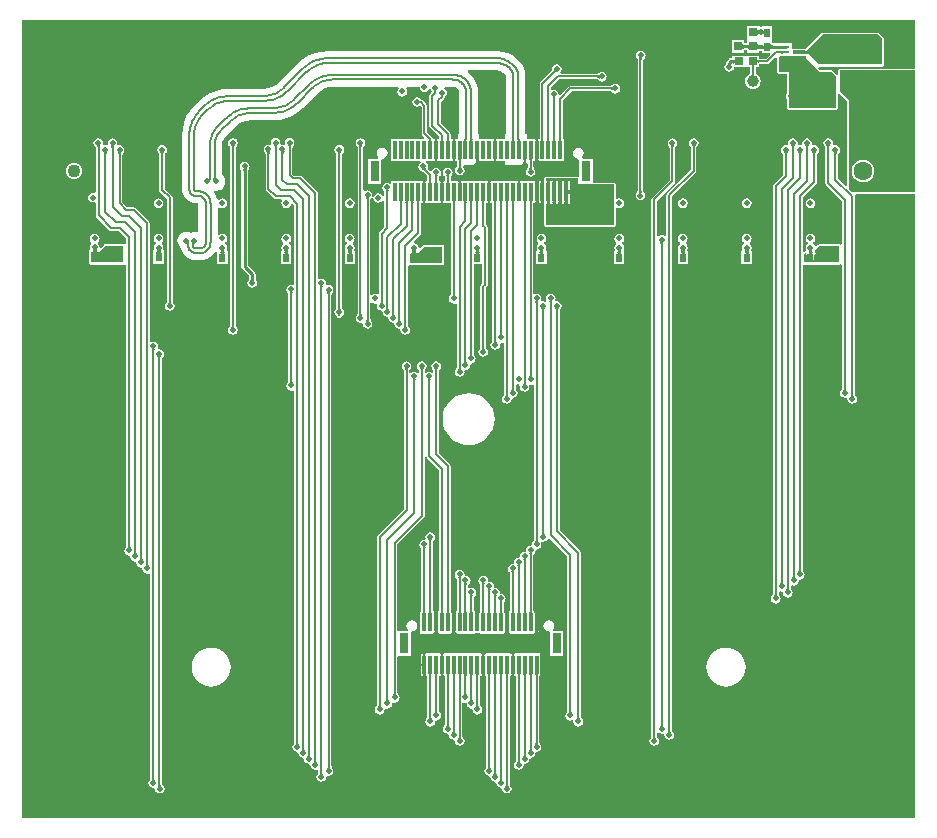
<source format=gbl>
%FSTAX23Y23*%
%MOIN*%
%SFA1B1*%

%IPPOS*%
%ADD14R,0.027560X0.031500*%
%ADD16R,0.023620X0.031500*%
%ADD27C,0.008000*%
%ADD31C,0.008000*%
%ADD32C,0.006000*%
%ADD33C,0.010000*%
%ADD35C,0.043310*%
%ADD36C,0.062990*%
%ADD37C,0.019680*%
%ADD44R,0.011810X0.062990*%
%ADD45R,0.059060X0.051180*%
%ADD46R,0.051180X0.059060*%
%ADD47R,0.023620X0.009840*%
%ADD48R,0.043310X0.011810*%
%ADD49C,0.039370*%
%ADD50R,0.031500X0.027560*%
%ADD51R,0.059060X0.047240*%
%ADD52R,0.031500X0.070870*%
%LNmod_duo_x_cb-1*%
%LPD*%
G36*
X02478Y02633D02*
X02478Y02633D01*
X02479Y02632*
X02479Y02632*
X0248Y02632*
X02481Y02632*
X02482Y02632*
X02484Y02632*
Y02622*
X02483Y02622*
X02481Y02622*
X0248Y02621*
X02479Y02621*
X02479Y02621*
X02478Y02621*
X02478Y02621*
Y02617*
X02478Y02618*
X02478Y02619*
X02477Y02619*
X02476Y0262*
X02475Y0262*
X02474Y02621*
X02473Y02621*
X02471Y02622*
X0247Y02622*
X02468Y02622*
X02466Y02622*
X02465Y02622*
X02464Y02621*
X02462Y0262*
X02462Y0262*
X02462Y02621*
X02461Y02621*
X02461Y0262*
X0246Y0262*
X02459Y02619*
X02458Y02619*
X02458Y02618*
X02458Y02617*
Y02622*
X02456Y02622*
X02455Y02622*
Y02632*
X02457Y02632*
X02458Y02632*
Y02637*
X02458Y02636*
X02458Y02635*
X02459Y02634*
X0246Y02634*
X02461Y02633*
X02461Y02633*
X02462Y02633*
X02462Y02633*
X02462Y02634*
X02464Y02632*
X02465Y02632*
X02466Y02632*
X02468Y02632*
X0247Y02632*
X02471Y02632*
X02473Y02632*
X02474Y02633*
X02475Y02633*
X02476Y02634*
X02477Y02634*
X02478Y02635*
X02478Y02636*
X02478Y02637*
Y02633*
G37*
G36*
Y02569D02*
X02478Y0257D01*
X02478Y02571*
X02477Y02572*
X02476Y02572*
X02475Y02573*
X02474Y02573*
X02473Y02574*
X02471Y02574*
X0247Y02574*
X02468Y02574*
X02466Y02574*
X02465Y02574*
X02463Y02574*
X02462Y02573*
X02461Y02573*
X0246Y02572*
X02459Y02572*
X02458Y02571*
X02458Y0257*
X02458Y02569*
Y02589*
X02458Y02588*
X02458Y02587*
X02459Y02587*
X0246Y02586*
X02461Y02585*
X02462Y02585*
X02463Y02585*
X02465Y02584*
X02466Y02584*
X02468Y02584*
X0247Y02584*
X02471Y02584*
X02473Y02585*
X02474Y02585*
X02475Y02585*
X02476Y02586*
X02477Y02587*
X02478Y02587*
X02478Y02588*
X02478Y02589*
Y02569*
G37*
G36*
X02431Y0257D02*
X02431Y0257D01*
X02431Y02571*
X0243Y02572*
X02429Y02573*
X02428Y02573*
X02427Y02574*
X02426Y02574*
X02424Y02574*
X02423Y02574*
X02421Y02575*
Y02585*
X02423Y02585*
X02424Y02585*
X02426Y02585*
X02427Y02585*
X02428Y02586*
X02429Y02586*
X0243Y02587*
X02431Y02588*
X02431Y02589*
X02431Y0259*
Y0257*
G37*
G36*
X02408Y02589D02*
X02408Y02588D01*
X02409Y02587*
X0241Y02586*
X02411Y02586*
X02412Y02585*
X02413Y02585*
X02415Y02585*
X02416Y02585*
X02418Y02585*
Y02575*
X02416Y02574*
X02415Y02574*
X02413Y02574*
X02412Y02574*
X02411Y02573*
X0241Y02573*
X02409Y02572*
X02408Y02571*
X02408Y0257*
X02408Y0257*
Y0259*
X02408Y02589*
G37*
G36*
X02501Y02588D02*
X02501Y02587D01*
X02502Y02587*
X02503Y02586*
X02504Y02585*
X02505Y02585*
X02506Y02585*
X02508Y02584*
X02509Y02584*
X02511Y02584*
Y02574*
X02509Y02574*
X02508Y02574*
X02506Y02574*
X02505Y02573*
X02504Y02573*
X02503Y02572*
X02502Y02572*
X02501Y02571*
X02501Y0257*
X02501Y02569*
Y02589*
X02501Y02588*
G37*
G36*
X02542Y02555D02*
X02542Y02555D01*
X02542Y02555*
X02542Y02556*
X02541Y02556*
X02541Y02556*
X0254Y02556*
X02539Y02556*
X02538Y02556*
X02536Y02557*
Y02563*
X02537Y02563*
X02539Y02563*
X0254Y02563*
X02541Y02563*
X02541Y02563*
X02542Y02563*
X02542Y02564*
X02542Y02564*
X02542Y02564*
Y02555*
G37*
G36*
X02459Y02535D02*
X02459Y02534D01*
X02459Y02534*
X0246Y02534*
X0246Y02533*
X02461Y02533*
X02462Y02533*
X02463Y02533*
X02464Y02533*
X02465Y02533*
Y02527*
X02464Y02526*
X02463Y02526*
X02462Y02526*
X02461Y02526*
X0246Y02526*
X0246Y02525*
X02459Y02525*
X02459Y02525*
X02459Y02524*
X02459Y02524*
Y02536*
X02459Y02535*
G37*
G36*
X02875Y02605D02*
Y0252D01*
X02662*
X02627Y02555*
X02576*
Y02565*
X02621*
X02623Y02567*
X02625*
Y02569*
X02676Y0262*
X0286*
X02875Y02605*
G37*
G36*
X0238Y0252D02*
X0238Y0252D01*
X0238Y02521*
X02379Y02522*
X02379Y02523*
X02378Y02523*
X02377Y02524*
X02375Y02524*
X02374Y02524*
X02372Y02524*
X0237Y02525*
Y02535*
X02372Y02535*
X02374Y02535*
X02375Y02535*
X02377Y02535*
X02378Y02536*
X02379Y02536*
X02379Y02537*
X0238Y02538*
X0238Y02539*
X0238Y0254*
Y0252*
G37*
G36*
X02449Y02516D02*
X02448Y02516D01*
X02448Y02515*
X02447Y02515*
X02447Y02514*
X02447Y02514*
X02446Y02513*
X02446Y02512*
X02446Y02511*
X02446Y0251*
X0244*
X0244Y02511*
X0244Y02512*
X0244Y02513*
X0244Y02514*
X02439Y02514*
X02439Y02515*
X02439Y02515*
X02438Y02516*
X02438Y02516*
X02437Y02516*
X02449*
X02449Y02516*
G37*
G36*
X02984Y02506D02*
X02735D01*
X0273Y02504*
X02728Y025*
Y02487*
X02723Y02485*
X02709Y02499*
X02705Y02501*
X02667*
X0266Y02509*
X02662Y02513*
X02662Y02513*
X02875*
X02879Y02515*
X02881Y0252*
Y02605*
X02879Y02609*
X02864Y02624*
X0286Y02626*
X02676*
X02671Y02624*
X0262Y02573*
X0262Y02572*
X02619Y02572*
X02618Y02571*
X02572*
Y0259*
X02555*
X02554Y0259*
X02512*
X02512Y0259*
X02511Y02591*
X0251Y02591*
X02507Y02591*
Y026*
Y02601*
Y02605*
Y02606*
Y02648*
X02472*
Y02646*
X02469Y02644*
X02464Y02647*
Y02648*
X02425*
Y02606*
Y02605*
Y02601*
Y026*
Y02591*
X02425Y02591*
X02424Y02591*
X02422Y02591*
X02421Y02591*
X0242Y02591*
X02419*
X02418Y02591*
X02417Y02591*
X02415Y02591*
X02414Y02591*
X02414Y02591*
Y02601*
X02375*
Y02558*
X02414*
Y02568*
X02414Y02568*
X02415Y02568*
X02417Y02568*
X02418Y02568*
X02419Y02568*
X0242*
X02421Y02568*
X02422Y02568*
X02424Y02568*
X02425Y02568*
X02425Y02568*
Y02558*
X02464*
Y02564*
X02468Y02566*
X02472Y02564*
Y02557*
X02499*
X02501Y02553*
X02487Y02539*
X02466*
X02465Y02539*
X02465*
Y02549*
X02423*
X02421*
X02418*
X02416*
X02374*
Y02541*
X02374Y02541*
X02373Y02541*
X02372Y02541*
X0237Y02541*
X02369Y02541*
X02365Y0254*
X02362Y02537*
X02357Y02532*
X02354Y02529*
X02353Y02525*
X02353*
Y02524*
X02353Y02523*
X0235Y02518*
X02348Y02512*
X0235Y02506*
X02353Y02501*
X02358Y02497*
X02365Y02496*
X02371Y02497*
X02376Y02501*
X02379Y02506*
X0238Y0251*
X02416*
X02418*
X02421*
X02423*
X02434*
Y0251*
X02434Y02509*
Y02491*
X02434Y0249*
X02434Y02489*
X02434Y02489*
X02434Y02488*
X0243Y02487*
X02425Y02483*
X02421Y02477*
X02418Y02471*
X02417Y02465*
X02418Y02458*
X02421Y02452*
X02425Y02446*
X0243Y02442*
X02436Y02439*
X02443Y02439*
X0245Y02439*
X02456Y02442*
X02461Y02446*
X02466Y02452*
X02468Y02458*
X02469Y02465*
X02468Y02471*
X02466Y02477*
X02461Y02483*
X02456Y02487*
X02453Y02488*
X02453Y02489*
X02453Y02489*
X02453Y0249*
X02452Y02491*
Y02509*
X02453Y0251*
Y0251*
X02465*
Y0252*
X02465*
X02466Y0252*
X02491*
X02494Y02521*
X02497Y02523*
X02518Y02544*
X02519Y02543*
X02523Y02541*
Y02495*
X02524Y0249*
X02529Y02488*
X02558*
Y02426*
X02555Y02421*
X02553Y02415*
X02555Y02408*
X02558Y02403*
Y02375*
X0256Y0237*
X02565Y02368*
X0272*
X02724Y0237*
X02726Y02375*
Y02422*
X02731Y02424*
X02758Y02397*
Y02116*
X02753Y02114*
X02727Y0214*
Y02219*
X02727Y02219*
X02728Y0222*
X02728Y0222*
X02728Y02221*
X02728Y02221*
X02728Y02221*
X02728Y02222*
X02728Y02222*
X02729Y02222*
X02729Y02223*
X0273Y02223*
X0273Y02224*
X02733Y02229*
X02734Y02235*
X02733Y02241*
X02729Y02246*
X02724Y0225*
X02718Y02251*
X02714Y0225*
X0271Y02254*
X0271Y02254*
X02711Y02258*
X02709Y02264*
X02706Y02269*
X02701Y02273*
X02694Y02274*
X02688Y02273*
X02683Y02269*
X02679Y02264*
X02678Y02258*
X02679Y02252*
X02683Y02247*
X02683Y02246*
X02683Y02246*
X02684Y02245*
X02684Y02245*
X02684Y02244*
X02685Y02244*
X02685Y02244*
X02685Y02243*
X02685Y02243*
X02685Y02243*
X02685Y02242*
X02685Y02241*
Y02124*
X02686Y02121*
X02688Y02118*
X0274Y02065*
Y01923*
X02735Y01919*
X02735Y0192*
X0273Y01921*
X0273Y01921*
X02665*
X0266Y01919*
X02655Y01914*
X02649Y01916*
X02647Y0192*
X02645Y01921*
Y01927*
X02647Y01928*
X0265Y01933*
X02651Y0194*
X0265Y01946*
X02647Y01951*
X02642Y01954*
X02635Y01956*
X02629Y01954*
X02624Y01951*
X0262Y01946*
X02619Y0194*
X0262Y01933*
X02624Y01928*
X02626Y01927*
Y01921*
X02624Y0192*
X0262Y01914*
X02619Y01908*
X0262Y01903*
X02618Y01898*
X02617Y01898*
X02613Y01896*
X02611Y01897*
X02609Y01898*
X02609Y01898*
Y02076*
X02654Y02121*
X02656Y02124*
X02656Y02127*
Y02219*
X02657Y02219*
X02657Y0222*
X02657Y0222*
X02657Y02221*
X02657Y02221*
X02657Y02221*
X02657Y02222*
X02657Y02222*
X02658Y02222*
X02658Y02223*
X02659Y02223*
X02659Y02224*
X02662Y02229*
X02663Y02235*
X02662Y02241*
X02659Y02246*
X02653Y0225*
X02647Y02251*
X02643Y0225*
X02639Y02254*
X02639Y02254*
X0264Y02258*
X02638Y02264*
X02635Y02269*
X0263Y02273*
X02624Y02274*
X02617Y02273*
X02612Y02269*
X02609Y02264*
X02607Y02258*
X02608Y02254*
X02608Y02254*
X02604Y0225*
X026Y02251*
X02596Y0225*
X02592Y02254*
X02592Y02254*
X02592Y02258*
X02591Y02264*
X02588Y02269*
X02582Y02273*
X02576Y02274*
X0257Y02273*
X02565Y02269*
X02561Y02264*
X0256Y02258*
X02561Y02254*
X02561Y02254*
X02557Y0225*
X02553Y02251*
X02546Y0225*
X02541Y02246*
X02538Y02241*
X02537Y02235*
X02538Y02229*
X02541Y02224*
X02541Y02223*
X02542Y02223*
X02542Y02222*
X02542Y02222*
X02543Y02222*
X02543Y02221*
X02543Y02221*
X02543Y02221*
X02543Y0222*
X02543Y0222*
X02543Y02219*
X02543Y02219*
Y02151*
X02513Y02121*
X02511Y02118*
X0251Y02115*
Y00756*
X0251Y00755*
X0251Y00754*
X0251Y00754*
X0251Y00754*
X0251Y00754*
X0251Y00753*
X02509Y00753*
X02509Y00753*
X02509Y00752*
X02509Y00752*
X02508Y00751*
X02508Y0075*
X02505Y00746*
X02503Y0074*
X02505Y00733*
X02508Y00728*
X02513Y00725*
X0252Y00723*
X02526Y00725*
X02531Y00728*
X02534Y00733*
X02536Y0074*
X02534Y00746*
X02531Y0075*
X02531Y00751*
X0253Y00752*
X0253Y00752*
X0253Y00753*
X0253Y00753*
X02529Y00753*
X02529Y00754*
X02529Y00754*
X02529Y00754*
X02529Y00754*
X02529Y00755*
X02529Y00756*
Y00762*
X02533Y00764*
X02534Y00765*
X02539Y00763*
X02541Y00763*
X02543Y00761*
X02543Y00759*
X02545Y00753*
X02548Y00748*
X02553Y00745*
X0256Y00743*
X02566Y00745*
X02571Y00748*
X02574Y00753*
X02576Y0076*
X02574Y00766*
X02571Y0077*
X02571Y00771*
X0257Y00772*
X0257Y00772*
X0257Y00773*
X0257Y00773*
X02569Y00773*
X02569Y00774*
X02569Y00774*
X02569Y00774*
X02569Y00774*
X02569Y00775*
X02569Y00776*
Y00782*
X02573Y00784*
X02574Y00785*
X0258Y00783*
X02586Y00785*
X02591Y00788*
X02594Y00793*
X02596Y00799*
X02596Y00801*
X02599Y00803*
X026Y00803*
X02606Y00805*
X02611Y00808*
X02615Y00813*
X02616Y0082*
X02615Y00826*
X02611Y00831*
X02611Y00831*
X02611Y00831*
X0261Y00832*
X0261Y00832*
X0261Y00833*
X0261Y00833*
X02609Y00834*
X02609Y00834*
X02609Y00834*
X02609Y00834*
X02609Y00835*
X02609Y00835*
X02609Y00836*
Y0185*
X02614Y01853*
X02615Y01853*
X0273*
X02734Y01855*
X02735Y01856*
X02735Y01856*
X0274Y01852*
Y01441*
X0274Y0144*
X0274Y01439*
X0274Y01439*
X0274Y01439*
X0274Y01439*
X0274Y01438*
X02739Y01438*
X02739Y01438*
X02739Y01437*
X02739Y01437*
X02738Y01436*
X02738Y01435*
X02735Y01431*
X02733Y01425*
X02735Y01418*
X02738Y01413*
X02743Y0141*
X0275Y01408*
X02754Y01409*
X02758Y01407*
X02759Y01405*
X02758Y01405*
X0276Y01398*
X02763Y01393*
X02768Y0139*
X02775Y01388*
X02781Y0139*
X02786Y01393*
X02789Y01398*
X02791Y01405*
X02789Y01411*
X02786Y01415*
X02786Y01416*
X02785Y01417*
X02785Y01417*
X02785Y01418*
X02785Y01418*
X02784Y01418*
X02784Y01419*
X02784Y01419*
X02784Y01419*
X02784Y01419*
X02784Y0142*
X02784Y01421*
Y0208*
X02783Y02083*
X02783Y02083*
X02786Y02088*
X02984*
Y00008*
X00008*
Y02669*
X02984*
Y02506*
G37*
G36*
X02446Y02489D02*
X02446Y02488D01*
X02446Y02487*
X02447Y02486*
X02447Y02485*
X02447Y02485*
X02448Y02484*
X02448Y02484*
X02449Y02483*
X02449Y02483*
X02437*
X02438Y02483*
X02438Y02484*
X02439Y02484*
X02439Y02485*
X02439Y02485*
X0244Y02486*
X0244Y02487*
X0244Y02488*
X0244Y02489*
X0244Y0249*
X02446*
X02446Y02489*
G37*
G36*
X0257Y02548D02*
X0262D01*
Y0254*
X02665Y02495*
X02705*
X0272Y0248*
Y02375*
X02565*
Y02495*
X02529*
Y02542*
X02535Y02548*
X0257*
Y02548*
G37*
G36*
X02701Y0225D02*
X027Y02249D01*
X02699Y02248*
X02699Y02248*
X02698Y02247*
X02698Y02246*
X02698Y02245*
X02698Y02244*
X02697Y02243*
X02697Y02242*
X02691*
X02691Y02243*
X02691Y02244*
X02691Y02245*
X02691Y02246*
X0269Y02247*
X0269Y02248*
X02689Y02248*
X02689Y02249*
X02688Y0225*
X02687Y02251*
X02701*
X02701Y0225*
G37*
G36*
X0263D02*
X02629Y02249D01*
X02628Y02248*
X02628Y02248*
X02627Y02247*
X02627Y02246*
X02627Y02245*
X02627Y02244*
X02627Y02243*
X02627Y02242*
X02621*
X0262Y02243*
X0262Y02244*
X0262Y02245*
X0262Y02246*
X0262Y02247*
X02619Y02248*
X02619Y02248*
X02618Y02249*
X02617Y0225*
X02617Y02251*
X0263*
X0263Y0225*
G37*
G36*
X02582D02*
X02582Y02249D01*
X02581Y02248*
X02581Y02248*
X0258Y02247*
X0258Y02246*
X0258Y02245*
X02579Y02244*
X02579Y02243*
X02579Y02242*
X02573*
X02573Y02243*
X02573Y02244*
X02573Y02245*
X02573Y02246*
X02572Y02247*
X02572Y02248*
X02571Y02248*
X02571Y02249*
X0257Y0225*
X02569Y02251*
X02583*
X02582Y0225*
G37*
G36*
X02724Y02227D02*
X02723Y02226D01*
X02723Y02226*
X02722Y02225*
X02722Y02224*
X02722Y02223*
X02721Y02222*
X02721Y02221*
X02721Y02221*
X02721Y0222*
X02715*
X02715Y02221*
X02715Y02221*
X02715Y02222*
X02714Y02223*
X02714Y02224*
X02714Y02225*
X02713Y02226*
X02713Y02226*
X02712Y02227*
X02711Y02228*
X02725*
X02724Y02227*
G37*
G36*
X02653D02*
X02653Y02226D01*
X02652Y02226*
X02652Y02225*
X02651Y02224*
X02651Y02223*
X0265Y02222*
X0265Y02221*
X0265Y02221*
X0265Y0222*
X02644*
X02644Y02221*
X02644Y02221*
X02644Y02222*
X02644Y02223*
X02643Y02224*
X02643Y02225*
X02642Y02226*
X02642Y02226*
X02641Y02227*
X0264Y02228*
X02654*
X02653Y02227*
G37*
G36*
X02606D02*
X02605Y02226D01*
X02605Y02226*
X02604Y02225*
X02604Y02224*
X02604Y02223*
X02603Y02222*
X02603Y02221*
X02603Y02221*
X02603Y0222*
X02597*
X02597Y02221*
X02597Y02221*
X02597Y02222*
X02596Y02223*
X02596Y02224*
X02595Y02225*
X02595Y02226*
X02594Y02226*
X02594Y02227*
X02593Y02228*
X02607*
X02606Y02227*
G37*
G36*
X02559D02*
X02558Y02226D01*
X02558Y02226*
X02557Y02225*
X02557Y02224*
X02556Y02223*
X02556Y02222*
X02556Y02221*
X02556Y02221*
X02556Y0222*
X0255*
X0255Y02221*
X02549Y02221*
X02549Y02222*
X02549Y02223*
X02549Y02224*
X02548Y02225*
X02548Y02226*
X02547Y02226*
X02547Y02227*
X02546Y02228*
X0256*
X02559Y02227*
G37*
G36*
X02984Y02094D02*
X02773D01*
X02765Y02102*
Y024*
X02735Y0243*
Y025*
X02984*
Y02094*
G37*
G36*
X0264Y01901D02*
X02642D01*
X02642Y01901*
X02642Y019*
X02641Y019*
X02641Y01899*
X02641Y01898*
X02641Y01898*
X02641Y01897*
X02641Y01896*
X02642Y01895*
X02642Y01894*
X02643Y01893*
X02644Y01892*
X02644Y01892*
X02645Y01892*
X02625*
X02626Y01892*
X02627Y01892*
X02628Y01893*
X02629Y01894*
X02629Y01895*
X0263Y01896*
X0263Y01897*
X0263Y01898*
X0263Y01898*
X0263Y01899*
X02629Y019*
X02629Y019*
X02629Y01901*
X02628Y01901*
X0263*
X0263Y01902*
X0264*
X0264Y01901*
G37*
G36*
X0273Y0186D02*
X02615D01*
Y01889*
X0262Y0189*
X0262Y01889*
X02621Y01887*
X02621Y01887*
X02621Y01887*
X02623Y01886*
X02623Y01886*
X02624Y01886*
X02624Y01886*
X02624Y01886*
Y01876*
X02625Y01872*
X02627Y01869*
X02631Y01866*
X02635Y01865*
X0264Y01866*
X02643Y01869*
X02646Y01872*
X02647Y01876*
Y01886*
X02647Y01886*
X02647Y01886*
X02647Y01886*
X02647Y01886*
X02649Y01887*
X02649*
X0265Y01887*
X0265Y01887*
X02651Y01889*
X02652Y01891*
X02652Y01891*
X02652Y01892*
X02652Y01892*
X02652Y01892*
X02651Y01894*
X0265Y01896*
X02651Y01899*
X02651Y01901*
X02665Y01915*
X0273*
Y0186*
G37*
G36*
X02753Y01439D02*
X02753Y01438D01*
X02753Y01437*
X02753Y01436*
X02753Y01436*
X02754Y01435*
X02754Y01434*
X02755Y01433*
X02756Y01432*
X02756Y01432*
X02743*
X02743Y01432*
X02744Y01433*
X02745Y01434*
X02745Y01435*
X02746Y01436*
X02746Y01436*
X02746Y01437*
X02746Y01438*
X02746Y01439*
X02747Y0144*
X02753*
X02753Y01439*
G37*
G36*
X02778Y01419D02*
X02778Y01418D01*
X02778Y01417*
X02778Y01416*
X02778Y01416*
X02779Y01415*
X02779Y01414*
X0278Y01413*
X02781Y01412*
X02781Y01412*
X02768*
X02768Y01412*
X02769Y01413*
X0277Y01414*
X0277Y01415*
X02771Y01416*
X02771Y01416*
X02771Y01417*
X02771Y01418*
X02771Y01419*
X02772Y0142*
X02778*
X02778Y01419*
G37*
G36*
X02603Y00834D02*
X02603Y00833D01*
X02603Y00832*
X02603Y00831*
X02604Y00831*
X02604Y0083*
X02604Y00829*
X02605Y00828*
X02606Y00828*
X02607Y00827*
X02593Y00826*
X02593Y00827*
X02594Y00828*
X02595Y00829*
X02595Y0083*
X02596Y0083*
X02596Y00831*
X02596Y00832*
X02596Y00833*
X02596Y00834*
X02597Y00835*
X02603Y00835*
X02603Y00834*
G37*
G36*
X02583Y00814D02*
X02583Y00813D01*
X02583Y00812*
X02583Y00811*
X02583Y00811*
X02584Y0081*
X02584Y00809*
X02585Y00808*
X02586Y00807*
X02586Y00807*
X02573*
X02573Y00807*
X02574Y00808*
X02575Y00809*
X02575Y0081*
X02576Y00811*
X02576Y00811*
X02576Y00812*
X02576Y00813*
X02576Y00814*
X02577Y00815*
X02583*
X02583Y00814*
G37*
G36*
X02543Y00794D02*
X02543Y00793D01*
X02543Y00792*
X02543Y00791*
X02543Y00791*
X02544Y0079*
X02544Y00789*
X02545Y00788*
X02546Y00787*
X02546Y00787*
X02533*
X02533Y00787*
X02534Y00788*
X02535Y00789*
X02535Y0079*
X02536Y00791*
X02536Y00791*
X02536Y00792*
X02536Y00793*
X02536Y00794*
X02537Y00795*
X02543*
X02543Y00794*
G37*
G36*
X02563Y00774D02*
X02563Y00773D01*
X02563Y00772*
X02563Y00771*
X02563Y00771*
X02564Y0077*
X02564Y00769*
X02565Y00768*
X02566Y00767*
X02566Y00767*
X02553*
X02553Y00767*
X02554Y00768*
X02555Y00769*
X02555Y0077*
X02556Y00771*
X02556Y00771*
X02556Y00772*
X02556Y00773*
X02556Y00774*
X02557Y00775*
X02563*
X02563Y00774*
G37*
G36*
X02523Y00754D02*
X02523Y00753D01*
X02523Y00752*
X02523Y00751*
X02523Y00751*
X02524Y0075*
X02524Y00749*
X02525Y00748*
X02526Y00747*
X02526Y00747*
X02513*
X02513Y00747*
X02514Y00748*
X02515Y00749*
X02515Y0075*
X02516Y00751*
X02516Y00751*
X02516Y00752*
X02516Y00753*
X02516Y00754*
X02517Y00755*
X02523*
X02523Y00754*
G37*
%LNmod_duo_x_cb-2*%
%LPC*%
G36*
X0159Y02565D02*
Y02565D01*
X01026*
X01026Y02565*
X01004Y02563*
X00983Y02558*
X00962Y0255*
X00943Y02538*
X00927Y02524*
X00927Y02524*
X00864Y02461*
X00863Y0246*
X00853Y02451*
X00839Y02444*
X00825Y0244*
X00812Y02439*
X0081Y02439*
X00696*
X00696Y02439*
X00674Y02437*
X00653Y02432*
X00632Y02424*
X00613Y02412*
X00597Y02398*
X00597Y02398*
X00581Y02382*
X00581Y02382*
X00567Y02365*
X00555Y02347*
X00547Y02326*
X00542Y02305*
X0054Y02283*
X0054Y02283*
Y02107*
X0054Y02106*
X00541Y02094*
X00546Y02082*
X00554Y02071*
X00565Y02064*
X00577Y02059*
X00589Y02057*
X0059Y02057*
X00595*
X00595Y02057*
X00595Y02056*
Y01963*
X00591Y0196*
X00589Y01961*
X00581Y01962*
X00573Y01961*
X00569Y01959*
X00563Y01962*
X00555Y01963*
X00547Y01962*
X0054Y01959*
X00534Y01954*
X00529Y01948*
X00526Y01941*
X00525Y01933*
X00526Y01925*
X00529Y01918*
X00534Y01912*
X00537Y01909*
X00538Y01905*
X00543Y01893*
X00551Y01882*
X00561Y01874*
X00574Y01869*
X00586Y01867*
X00587Y01867*
X006*
X00601Y01868*
X00611Y01868*
X00623Y01872*
X00633Y01877*
X00642Y01885*
X0065Y01894*
X00652Y01899*
X00657Y01897*
Y01855*
X00693*
Y01898*
X0069Y01903*
X00691Y01908*
X0069Y01914*
X00686Y0192*
X00684Y01921*
Y01927*
X00686Y01928*
X0069Y01933*
X00691Y0194*
X0069Y01946*
X00686Y01951*
X00681Y01954*
X00675Y01956*
X00669Y01954*
X00665Y01952*
X0066Y01954*
Y02043*
X00665Y02045*
X00669Y02043*
X00675Y02041*
X00681Y02043*
X00686Y02046*
X0069Y02051*
X00691Y02057*
X0069Y02064*
X00686Y02069*
X00681Y02072*
X00675Y02074*
X00669Y02072*
X00664Y02069*
X00662Y02069*
X00658Y0207*
X00655Y02081*
X00649Y02093*
X00647Y02095*
X00649Y021*
X00655Y02099*
X00662Y021*
X0067Y02103*
X00676Y02108*
X00681Y02114*
X00684Y02122*
X00685Y0213*
X00684Y02137*
X00681Y02145*
X00676Y02151*
X00674Y02152*
Y02251*
X00674Y02252*
X00675Y02263*
X0068Y02273*
X00686Y02282*
X00687Y02282*
X00717Y02312*
X00717Y02313*
X00728Y02322*
X00741Y02329*
X00755Y02333*
X00769Y02334*
X0077Y02334*
X00844*
X00844Y02334*
X00866Y02336*
X00887Y02341*
X00908Y02349*
X00926Y02361*
X00943Y02375*
X00943Y02375*
X00992Y02424*
X00992Y02425*
X01003Y02433*
X01015Y0244*
X01029Y02444*
X01042Y02445*
X01043Y02445*
X0126*
X01261Y02443*
X01262Y0244*
X0126Y02436*
X01258Y0243*
X0126Y02423*
X01263Y02418*
X01268Y02415*
X01275Y02413*
X01281Y02415*
X01286Y02418*
X01289Y02423*
X01291Y0243*
X01289Y02436*
X01287Y0244*
X01288Y02443*
X01289Y02445*
X01331*
X01332Y02444*
X01333Y02438*
X01337Y02433*
X01342Y02429*
X01348Y02428*
X01354Y02429*
X01359Y02433*
X01363Y02438*
X01364Y02442*
X01368Y02441*
X0137Y02435*
X01373Y0243*
X01371Y02425*
X01368Y02423*
X01366Y0242*
X01365Y02416*
Y02316*
X01366Y02312*
X01368Y02309*
X01398Y0228*
Y02274*
X01397Y02273*
Y02273*
X01376*
X01376Y02275*
X01374Y02278*
X01357Y02295*
Y02382*
X01356Y02386*
X01354Y02389*
X01342Y02401*
X01339Y02403*
X01338Y02403*
X01336Y02406*
X01331Y02409*
X01325Y02411*
X01318Y02409*
X01313Y02406*
X0131Y02401*
X01308Y02394*
X0131Y02388*
X01313Y02383*
X01318Y0238*
X01325Y02378*
X01331Y0238*
X01335Y02382*
X01339Y02378*
Y02291*
X01339Y02288*
X01341Y02285*
X01348Y02278*
X01346Y02273*
X01237*
Y02198*
X01335*
X01337Y02193*
X01333Y02191*
X0133Y02186*
X01328Y0218*
X0133Y02173*
X01333Y02168*
X01338Y02165*
X01339Y02164*
X0134Y02164*
X01342Y02163*
X01343Y02162*
X01344Y02162*
X01344Y02161*
X01344Y02161*
X01345Y02161*
X01346Y02161*
X01358Y02148*
Y02132*
X01358Y02132*
Y02132*
X01237*
Y02126*
X01232Y02123*
X01231Y02124*
X01225Y02126*
X01218Y02124*
X01213Y02121*
X0121Y02116*
X01208Y0211*
X0121Y02103*
X01213Y02099*
X01213Y02098*
X01214Y02097*
X01214Y02097*
X01214Y02096*
X01214Y02096*
X01215Y02096*
X01215Y02095*
X01215Y02095*
X01215Y02095*
X01215Y02095*
X01215Y02094*
X01215Y02093*
Y02077*
X0121Y02076*
X0121Y02078*
X01209Y02081*
X01206Y02086*
X01201Y02089*
X01195Y02091*
X01188Y02089*
X01183Y02086*
X0118Y02081*
X01178Y02075*
X0118Y02068*
X01183Y02063*
X01188Y0206*
X01195Y02058*
X01201Y0206*
X01206Y02063*
X01209Y02068*
X0121Y02071*
X0121Y02073*
X01215Y02072*
Y01978*
X012Y01963*
X01198Y0196*
X01197Y01956*
Y01756*
X01192Y01754*
X01191Y01754*
X01185Y01756*
X01178Y01754*
X01173Y01751*
X01168Y01753*
Y02068*
X01168Y02069*
X01168Y0207*
X01169Y0207*
X01169Y0207*
X01169Y0207*
X01169Y02071*
X01169Y02071*
X01169Y02071*
X0117Y02072*
X0117Y02072*
X01171Y02073*
X01171Y02074*
X01174Y02078*
X01175Y02085*
X01174Y02091*
X0117Y02096*
X01165Y02099*
X01159Y02101*
X01153Y02099*
X0115Y02097*
X01145Y021*
Y02242*
X01145Y02243*
X01145Y02243*
X01145Y02244*
X01145Y02244*
X01145Y02244*
X01145Y02245*
X01145Y02245*
X01146Y02245*
X01146Y02246*
X01146Y02246*
X01147Y02247*
X01147Y02248*
X0115Y02252*
X01151Y02258*
X0115Y02265*
X01147Y0227*
X01142Y02273*
X01135Y02274*
X01129Y02273*
X01124Y0227*
X0112Y02265*
X01119Y02258*
X0112Y02252*
X01123Y02248*
X01124Y02247*
X01124Y02246*
X01125Y02246*
X01125Y02245*
X01125Y02245*
X01125Y02245*
X01126Y02244*
X01126Y02244*
X01126Y02244*
X01126Y02243*
X01126Y02243*
X01126Y02242*
Y01691*
X01126Y0169*
X01126Y01689*
X01126Y01689*
X01126Y01689*
X01126Y01689*
X01125Y01688*
X01125Y01688*
X01125Y01688*
X01125Y01687*
X01124Y01687*
X01124Y01686*
X01123Y01685*
X0112Y01681*
X01119Y01675*
X0112Y01668*
X01124Y01663*
X01129Y0166*
X01135Y01658*
X01138Y01659*
X01143Y01655*
X01144Y01649*
X01148Y01644*
X01153Y0164*
X01159Y01639*
X01165Y0164*
X0117Y01644*
X01174Y01649*
X01175Y01655*
X01174Y01661*
X01171Y01666*
X01171Y01667*
X0117Y01667*
X0117Y01668*
X01169Y01668*
X01169Y01668*
X01169Y01669*
X01169Y01669*
X01169Y01669*
X01169Y0167*
X01168Y0167*
X01168Y01671*
X01168Y01671*
Y01726*
X01173Y01728*
X01178Y01725*
X01185Y01723*
X01187Y01724*
X01189Y01723*
X01191Y0172*
X0119Y01715*
X01191Y01708*
X01195Y01703*
X012Y017*
X01206Y01698*
X01209Y01694*
X0121Y01688*
X01213Y01683*
X01218Y0168*
X01224Y01678*
X01226Y01678*
X01228Y01676*
X01228Y01674*
X0123Y01668*
X01233Y01663*
X01238Y0166*
X01244Y01658*
X01246Y01658*
X01248Y01656*
X01248Y01654*
X0125Y01648*
X01253Y01643*
X01258Y0164*
X01264Y01638*
X01266Y01638*
X01268Y01636*
X01268Y01634*
X0127Y01628*
X01273Y01623*
X01278Y0162*
X01285Y01618*
X01291Y0162*
X01296Y01623*
X01299Y01628*
X01301Y01635*
X01299Y01641*
X01296Y01645*
X01296Y01646*
X01295Y01647*
X01295Y01647*
X01295Y01648*
X01295Y01648*
X01294Y01648*
X01294Y01649*
X01294Y01649*
X01294Y01649*
X01294Y01649*
X01294Y0165*
X01294Y01651*
Y01849*
X01299Y01852*
X01301Y01851*
X01408*
X01412Y01853*
X01413Y01855*
X01414*
Y01856*
X01414Y01858*
Y01913*
X01414Y01915*
Y01918*
X01411*
X01408Y01919*
X01348*
X01344Y01918*
X01343*
Y01917*
X01333Y01908*
X01332Y01908*
X01328Y0191*
X01327Y01914*
X01324Y0192*
X01319Y01923*
X01315Y01924*
X01313Y01929*
X01334Y01951*
X01336Y01954*
X01337Y01957*
Y02056*
X01337Y02056*
Y02057*
X0134*
Y02057*
X01345*
X01345Y02058*
X01345Y02059*
X01344Y0206*
X01344Y0206*
X01344Y02061*
X01344Y02062*
X01343Y02062*
X01343Y02062*
X01342Y02063*
X01342Y02063*
X01353*
X01353Y02063*
X01352Y02062*
X01352Y02062*
X01352Y02062*
X01351Y02061*
X01351Y0206*
X01351Y0206*
X01351Y02059*
X01351Y02058*
X01351Y02057*
X01355*
Y02057*
X01399*
Y02057*
X01404*
X01404Y02058*
X01404Y02059*
X01403Y0206*
X01403Y0206*
X01403Y02061*
X01403Y02062*
X01402Y02062*
X01402Y02062*
X01401Y02063*
X01401Y02063*
X01412*
X01412Y02063*
X01411Y02062*
X01411Y02062*
X01411Y02062*
X0141Y02061*
X0141Y0206*
X0141Y0206*
X0141Y02059*
X0141Y02058*
X0141Y02057*
X01414*
Y02057*
X01437*
Y02056*
X01437Y02056*
Y01756*
X01437Y01755*
X01437Y01754*
X01437Y01754*
X01436Y01754*
X01436Y01754*
X01436Y01753*
X01436Y01753*
X01436Y01753*
X01435Y01752*
X01435Y01752*
X01434Y01751*
X01434Y0175*
X01431Y01746*
X0143Y0174*
X01431Y01733*
X01435Y01728*
X0144Y01725*
X01446Y01723*
X01451Y01724*
X01456Y01722*
Y01511*
X01456Y0151*
X01456Y01509*
X01456Y01509*
X01456Y01509*
X01456Y01509*
X01456Y01508*
X01456Y01508*
X01455Y01507*
X01455Y01507*
X01455Y01507*
X01454Y01506*
X01454Y01505*
X01451Y01501*
X0145Y01495*
X01451Y01488*
X01454Y01483*
X0146Y0148*
X01466Y01478*
X01472Y0148*
X01477Y01483*
X01481Y01488*
X01482Y01495*
X01481Y01497*
X01485Y01501*
X01491Y01503*
X01496Y01506*
X01499Y01511*
X01501Y01518*
X015Y01519*
X01503Y01523*
X01509Y01525*
X01515Y01528*
X01518Y01533*
X01519Y0154*
X01518Y01546*
X01515Y0155*
X01515Y01551*
X01514Y01552*
X01514Y01552*
X01514Y01553*
X01513Y01553*
X01513Y01553*
X01513Y01554*
X01513Y01554*
X01513Y01554*
X01513Y01554*
X01513Y01555*
X01512Y01556*
Y01855*
X0154*
Y0179*
X01538Y01787*
X01536Y01784*
X01535Y01781*
Y01578*
X01535Y01577*
X01535Y01577*
X01535Y01576*
X01535Y01576*
X01535Y01576*
X01535Y01575*
X01534Y01575*
X01534Y01575*
X01534Y01574*
X01534Y01574*
X01533Y01573*
X01533Y01572*
X0153Y01568*
X01528Y01562*
X0153Y01556*
X01533Y0155*
X01538Y01547*
X01545Y01546*
X01551Y01547*
X01556Y0155*
X01559Y01556*
X01561Y01562*
X01559Y01568*
X01556Y01572*
X01556Y01573*
X01555Y01574*
X01555Y01574*
X01555Y01575*
X01555Y01575*
X01554Y01575*
X01554Y01576*
X01554Y01576*
X01554Y01576*
X01554Y01577*
X01554Y01577*
X01554Y01578*
Y01777*
X01556Y01779*
X01558Y01782*
X01559Y01786*
Y01978*
X01558Y01982*
X01556Y01984*
X01554Y01987*
Y02056*
X01554Y02056*
Y02057*
X01556*
Y02057*
X01561*
X01561Y02058*
X01561Y02059*
X01561Y0206*
X01561Y0206*
X0156Y02061*
X0156Y02062*
X0156Y02062*
X01559Y02062*
X01559Y02063*
X01558Y02063*
X0157*
X01569Y02063*
X01569Y02062*
X01569Y02062*
X01568Y02062*
X01568Y02061*
X01568Y0206*
X01567Y0206*
X01567Y02059*
X01567Y02058*
X01567Y02057*
X01572*
Y02057*
X01574*
Y02056*
X01575Y02056*
Y01601*
X01574Y016*
X01574Y01599*
X01574Y01599*
X01574Y01599*
X01574Y01599*
X01574Y01598*
X01574Y01598*
X01574Y01598*
X01573Y01597*
X01573Y01597*
X01572Y01596*
X01572Y01595*
X01569Y01591*
X01568Y01585*
X01569Y01578*
X01572Y01573*
X01578Y0157*
X01584Y01568*
X0159Y0157*
X01595Y01573*
X01599Y01578*
X016Y01585*
X01599Y01589*
X01602Y01593*
X01603Y01593*
X01604Y01593*
X01609Y01594*
X01612Y01593*
X01614Y01592*
Y01421*
X01614Y0142*
X01614Y01419*
X01614Y01419*
X01614Y01419*
X01614Y01419*
X01613Y01418*
X01613Y01418*
X01613Y01418*
X01613Y01417*
X01612Y01417*
X01612Y01416*
X01611Y01415*
X01608Y01411*
X01607Y01405*
X01608Y01398*
X01612Y01393*
X01617Y0139*
X01623Y01388*
X01629Y0139*
X01635Y01393*
X01638Y01398*
X01639Y01405*
X01639Y01405*
X01643Y01408*
X01643Y01408*
X01649Y0141*
X01654Y01413*
X01658Y01418*
X01659Y01425*
X01658Y01431*
X01655Y01435*
X01654Y01436*
X01654Y01437*
X01654Y01437*
X01653Y01438*
X01653Y01438*
X01653Y01438*
X01653Y01439*
X01653Y01439*
X01652Y01439*
X01652Y01439*
X01652Y0144*
X01652Y01441*
Y01453*
X01657Y01455*
X01658Y01455*
X01663Y01454*
X01665Y01452*
X01667Y01449*
X01666Y01445*
X01667Y01438*
X01671Y01433*
X01676Y0143*
X01682Y01428*
X01688Y0143*
X01694Y01433*
X01697Y01438*
X01698Y01445*
X01697Y0145*
X01699Y01453*
X01701Y01454*
X01705Y01453*
X01707Y01454*
X01712Y0145*
Y00936*
X01712Y00935*
X01712Y00934*
X01712Y00934*
X01712Y00934*
X01712Y00934*
X01712Y00933*
X01712Y00933*
X01711Y00933*
X01711Y00932*
X01711Y00932*
X0171Y00931*
X0171Y0093*
X01707Y00926*
X01706Y0092*
X01705Y00918*
X01703Y00917*
X01701Y00916*
X01696Y00914*
X01691Y00911*
X01687Y00906*
X01686Y009*
X01686Y00899*
X01682Y00896*
X01682Y00896*
X01676Y00894*
X01671Y00891*
X01667Y00886*
X01666Y0088*
X01665Y00878*
X01663Y00876*
X01663Y00876*
X01656Y00874*
X01651Y00871*
X01648Y00866*
X01646Y0086*
X01647Y00859*
X01643Y00856*
X01643Y00856*
X01637Y00854*
X01632Y00851*
X01628Y00846*
X01627Y0084*
X01628Y00833*
X01631Y00829*
X01631Y00828*
X01632Y00827*
X01632Y00827*
X01633Y00826*
X01633Y00826*
X01633Y00826*
X01633Y00825*
X01633Y00825*
X01633Y00825*
X01633Y00825*
X01633Y00824*
X01634Y00823*
Y00699*
X01633Y00698*
Y00698*
X01631*
Y00693*
X01631Y00692*
X01628*
X01628Y00692*
X01627Y00691*
X01627Y00691*
X01627Y0069*
X01626Y00689*
X01626Y00688*
X01626Y00687*
X0162*
X0162Y00688*
X0162Y00689*
X0162Y0069*
X0162Y00691*
X01619Y00691*
X01619Y00692*
X01619Y00692*
X01616*
X01615Y00693*
Y00698*
X01613*
Y00698*
X01613Y00699*
Y00723*
X01613Y00724*
X01613Y00725*
X01613Y00725*
X01613Y00725*
X01613Y00725*
X01613Y00726*
X01614Y00726*
X01614Y00726*
X01614Y00727*
X01615Y00727*
X01615Y00728*
X01615Y00729*
X01618Y00733*
X0162Y0074*
X01618Y00746*
X01615Y00751*
X0161Y00754*
X01604Y00756*
X01603Y00756*
X016Y00759*
X016Y0076*
X01599Y00766*
X01595Y00771*
X0159Y00774*
X01584Y00776*
X01584Y00776*
X01581Y00778*
X0158Y0078*
X01579Y00786*
X01576Y00791*
X0157Y00794*
X01564Y00796*
X01564Y00796*
X01561Y00799*
X01561Y008*
X01559Y00806*
X01556Y00811*
X01551Y00814*
X01545Y00816*
X01538Y00814*
X01533Y00811*
X0153Y00806*
X01528Y008*
X0153Y00793*
X01533Y00789*
X01533Y00788*
X01534Y00787*
X01534Y00787*
X01534Y00786*
X01534Y00786*
X01535Y00786*
X01535Y00785*
X01535Y00785*
X01535Y00785*
X01535Y00785*
X01535Y00784*
X01535Y00783*
Y00699*
X01535Y00698*
Y00698*
X01533*
Y00693*
X01532Y00692*
X01529*
X01529Y00692*
X01529Y00691*
X01528Y00691*
X01528Y0069*
X01528Y00689*
X01528Y00688*
X01528Y00687*
X01522*
X01522Y00688*
X01522Y00689*
X01521Y0069*
X01521Y00691*
X01521Y00691*
X0152Y00692*
X0152Y00692*
X01517*
X01517Y00693*
Y00698*
X01515*
Y00698*
X01514Y00699*
Y00743*
X01515Y00744*
X01515Y00745*
X01515Y00745*
X01515Y00745*
X01515Y00745*
X01515Y00746*
X01515Y00746*
X01515Y00746*
X01516Y00747*
X01516Y00747*
X01517Y00748*
X01517Y00749*
X0152Y00753*
X01521Y0076*
X0152Y00766*
X01517Y00771*
X01511Y00774*
X01505Y00776*
X015Y00775*
X01497Y00776*
X01495Y00777*
Y00783*
X01495Y00784*
X01495Y00785*
X01495Y00785*
X01495Y00785*
X01495Y00785*
X01495Y00786*
X01495Y00786*
X01496Y00786*
X01496Y00787*
X01496Y00787*
X01497Y00788*
X01497Y00789*
X015Y00793*
X01502Y008*
X015Y00806*
X01497Y00811*
X01492Y00814*
X01486Y00816*
X01484Y00817*
X01482Y00819*
X01482Y0082*
X01481Y00826*
X01477Y00831*
X01472Y00834*
X01466Y00836*
X0146Y00834*
X01454Y00831*
X01451Y00826*
X0145Y0082*
X01451Y00813*
X01454Y00809*
X01454Y00808*
X01455Y00807*
X01455Y00807*
X01455Y00806*
X01456Y00806*
X01456Y00806*
X01456Y00805*
X01456Y00805*
X01456Y00805*
X01456Y00805*
X01456Y00804*
X01457Y00803*
Y00699*
X01456Y00698*
Y00698*
X01454*
Y00693*
X01453Y00692*
X01439*
X01438Y00693*
Y00698*
X01436*
Y00698*
X01436Y00699*
Y01183*
X01435Y01186*
X01433Y01189*
X01396Y01226*
Y01498*
X01396Y01499*
X01397Y015*
X01397Y015*
X01397Y015*
X01397Y015*
X01397Y01501*
X01397Y01501*
X01397Y01501*
X01398Y01502*
X01398Y01502*
X01399Y01503*
X01399Y01504*
X01402Y01508*
X01403Y01515*
X01402Y01521*
X01398Y01526*
X01393Y01529*
X01387Y01531*
X01381Y01529*
X01376Y01526*
X01372Y01521*
X01371Y01515*
X01372Y01508*
X01375Y01504*
X01375Y01503*
X01376Y01502*
X01376Y01502*
X01377Y01501*
X01377Y01501*
X01377Y01501*
X01377Y015*
X01377Y015*
X01377Y015*
X01377Y015*
X01378Y01499*
X01378Y01498*
Y01496*
X01373Y01493*
X01371Y01494*
X01365Y01496*
X01358Y01494*
X01354Y01491*
X01351Y01492*
X01349Y01493*
Y01498*
X01349Y01499*
X01349Y015*
X01349Y015*
X01349Y015*
X01349Y015*
X01349Y01501*
X0135Y01501*
X0135Y01501*
X0135Y01502*
X0135Y01502*
X01351Y01503*
X01351Y01504*
X01354Y01508*
X01356Y01515*
X01354Y01521*
X01351Y01526*
X01346Y01529*
X0134Y01531*
X01333Y01529*
X01328Y01526*
X01325Y01521*
X01323Y01515*
X01325Y01508*
X01328Y01504*
X01328Y01503*
X01329Y01502*
X01329Y01502*
X01329Y01501*
X01329Y01501*
X0133Y01501*
X0133Y015*
X0133Y015*
X0133Y015*
X0133Y015*
X0133Y01499*
X0133Y01498*
Y01493*
X01328Y01492*
X01325Y01491*
X01321Y01494*
X01315Y01496*
X01308Y01494*
X01303Y01491*
X01303Y01491*
X01298Y01492*
Y01498*
X01298Y01499*
X01298Y015*
X01298Y015*
X01298Y015*
X01299Y015*
X01299Y01501*
X01299Y01501*
X01299Y01501*
X01299Y01502*
X013Y01502*
X013Y01503*
X01301Y01504*
X01304Y01508*
X01305Y01515*
X01304Y01521*
X013Y01526*
X01295Y01529*
X01289Y01531*
X01283Y01529*
X01277Y01526*
X01274Y01521*
X01273Y01515*
X01274Y01508*
X01277Y01504*
X01277Y01503*
X01278Y01502*
X01278Y01502*
X01279Y01501*
X01279Y01501*
X01279Y01501*
X01279Y015*
X01279Y015*
X01279Y015*
X01279Y015*
X01279Y01499*
X0128Y01498*
Y01038*
X01193Y00951*
X01191Y00948*
X0119Y00945*
Y00386*
X0119Y00385*
X0119Y00384*
X0119Y00384*
X0119Y00384*
X0119Y00384*
X0119Y00383*
X01189Y00383*
X01189Y00383*
X01189Y00382*
X01189Y00382*
X01188Y00381*
X01188Y0038*
X01185Y00376*
X01183Y0037*
X01185Y00363*
X01188Y00358*
X01193Y00355*
X012Y00353*
X01206Y00355*
X01211Y00358*
X01214Y00363*
X01216Y0037*
X01215Y0037*
X01216Y00372*
X0122Y00374*
X01225Y00373*
X01231Y00375*
X01236Y00378*
X01239Y00383*
X01241Y0039*
X0124Y0039*
X01241Y00392*
X01245Y00394*
X0125Y00393*
X01256Y00395*
X01261Y00398*
X01264Y00403*
X01266Y0041*
X01264Y00416*
X01261Y00421*
X01261Y00421*
X01261Y00421*
X0126Y00422*
X0126Y00422*
X01259Y00423*
X01259Y00423*
X01259Y00423*
X01259Y00424*
X01259Y00424*
X01259Y00424*
X01259Y00425*
X01259Y00425*
X01258Y00426*
Y00544*
X01259Y00549*
X01263*
X01302*
Y00627*
X01306Y00631*
X01307Y00631*
X01313Y00632*
X01319Y00636*
X01323Y00642*
X01324Y00649*
X01323Y00656*
X01319Y00662*
X01313Y00666*
X01306Y00667*
X01299Y00666*
X01293Y00662*
X0129Y00656*
X01288Y00649*
X0129Y00642*
X01293Y00637*
X01293Y00635*
X01292Y00632*
X01259*
X01258Y00636*
Y0092*
X01346Y01008*
X01348Y01011*
X01349Y01015*
Y01462*
X01349Y01463*
X01354Y01465*
X01355Y01464*
X01355Y01463*
Y01215*
X01356Y01211*
X01358Y01208*
X01398Y01168*
Y00699*
X01397Y00698*
Y00698*
X01395*
Y00693*
X01394Y00692*
X0138*
X01379Y00693*
Y00698*
X01377*
Y00698*
X01377Y00699*
Y00928*
X01377Y00929*
X01377Y0093*
X01377Y0093*
X01377Y0093*
X01377Y0093*
X01377Y00931*
X01377Y00931*
X01378Y00931*
X01378Y00932*
X01378Y00932*
X01379Y00933*
X01379Y00934*
X01382Y00938*
X01383Y00945*
X01382Y00951*
X01379Y00956*
X01374Y00959*
X01367Y00961*
X01361Y00959*
X01356Y00956*
X01352Y00951*
X01351Y00945*
X01352Y0094*
X01349Y00936*
X01348Y00936*
X01348Y00936*
X01341Y00934*
X01336Y00931*
X01333Y00926*
X01331Y0092*
X01333Y00913*
X01336Y00909*
X01336Y00908*
X01337Y00907*
X01337Y00907*
X01337Y00906*
X01338Y00906*
X01338Y00906*
X01338Y00905*
X01338Y00905*
X01338Y00905*
X01338Y00905*
X01338Y00904*
X01338Y00903*
Y00699*
X01338Y00698*
Y00698*
X01336*
Y00697*
X01335Y00692*
Y00689*
Y00628*
Y00625*
X01336Y00623*
X0134*
X01379*
Y00625*
X01384*
X01384Y00625*
X01384Y00626*
X01384Y00627*
X0138*
X01381Y00627*
X01382Y00628*
X01382Y00629*
X01382Y00629*
X01382Y00629*
X01382Y0063*
X01381Y0063*
X01383*
X01383Y0063*
X01383Y00631*
X01383Y00631*
X01384Y00632*
X01384Y00633*
X01384Y00634*
X01384Y00635*
X0139*
X0139Y00634*
X0139Y00633*
X0139Y00632*
X01391Y00631*
X01391Y00631*
X01391Y0063*
X01391Y0063*
X01393*
X01392Y0063*
X01392Y00629*
X01392Y00629*
X01392Y00629*
X01393Y00628*
X01393Y00627*
X01394Y00627*
X0139*
X0139Y00626*
X0139Y00625*
X0139Y00625*
X01395*
Y00623*
X01438*
Y00625*
X01443*
Y00625*
X01443Y00626*
X01443Y00627*
X01439*
X0144Y00627*
X01441Y00628*
X01441Y00629*
X01441Y00629*
X01441Y00629*
X01441Y0063*
X0144Y0063*
X01442*
X01442Y0063*
X01442Y00631*
X01442Y00631*
X01443Y00632*
X01443Y00633*
X01443Y00634*
X01443Y00635*
X01449*
X01449Y00634*
X01449Y00633*
X01449Y00632*
X0145Y00631*
X0145Y00631*
X0145Y0063*
X01451Y0063*
X01452*
X01451Y0063*
X01451Y00629*
X01451Y00629*
X01451Y00629*
X01452Y00628*
X01452Y00627*
X01453Y00627*
X01449*
X01449Y00626*
X01449Y00625*
Y00625*
X01454*
Y00623*
X01517*
Y00625*
X01533*
Y00623*
X01615*
Y00625*
X0162*
X0162Y00625*
X0162Y00626*
X0162Y00627*
X01616*
X01617Y00627*
X01618Y00628*
X01618Y00629*
X01619Y00629*
X01618Y00629*
X01618Y0063*
X01617Y0063*
X01619*
X01619Y0063*
X01619Y00631*
X0162Y00631*
X0162Y00632*
X0162Y00633*
X0162Y00634*
X0162Y00635*
X01626*
X01626Y00634*
X01626Y00633*
X01627Y00632*
X01627Y00631*
X01627Y00631*
X01628Y0063*
X01628Y0063*
X01629*
X01629Y0063*
X01628Y00629*
X01628Y00629*
X01628Y00629*
X01629Y00628*
X01629Y00627*
X0163Y00627*
X01626*
X01626Y00626*
X01626Y00625*
X01626Y00625*
X01631*
Y00623*
X01714*
Y00625*
X01719*
Y00625*
X01719Y00626*
X01718Y00627*
X01715*
X01716Y00627*
X01716Y00628*
X01717Y00629*
X01717Y00629*
X01717Y00629*
X01716Y0063*
X01716Y0063*
X01717*
X01717Y0063*
X01718Y00631*
X01718Y00631*
X01718Y00632*
X01719Y00633*
X01719Y00634*
X01719Y00635*
X01725*
X01725Y00634*
X01725Y00633*
X01725Y00632*
X01725Y00631*
X01726Y00631*
X01726Y0063*
X01726Y0063*
X01727*
X01727Y0063*
X01726Y00629*
X01726Y00629*
X01727Y00629*
X01727Y00628*
X01728Y00627*
X01729Y00627*
X01725*
X01725Y00626*
X01725Y00625*
Y00625*
X01731*
Y00658*
X01731Y00658*
X0173Y00658*
X0173Y00657*
X01729Y00657*
X01728Y00657*
X01728Y00656*
X01728Y00656*
X01727Y00656*
X01727Y00655*
Y00667*
X01727Y00666*
X01728Y00666*
X01728Y00665*
X01728Y00665*
X01729Y00665*
X0173Y00664*
X0173Y00664*
X01731Y00664*
X01731Y00664*
Y00692*
X01714*
X01714Y00693*
Y00698*
X01711*
Y00698*
X01711Y00699*
Y00883*
X01711Y00884*
X01712Y00885*
X01712Y00885*
X01712Y00885*
X01712Y00885*
X01712Y00886*
X01712Y00886*
X01712Y00886*
X01713Y00887*
X01713Y00887*
X01714Y00888*
X01714Y00889*
X01717Y00893*
X01718Y00899*
X01719Y00901*
X01721Y00902*
X01722Y00904*
X01728Y00905*
X01733Y00908*
X01737Y00913*
X01738Y0092*
X01737Y00925*
X01738Y00927*
X0174Y00929*
X01745Y00928*
X01751Y0093*
X01756Y00933*
X01759Y00938*
X0176Y00939*
X01765Y00941*
X01825Y00881*
Y00366*
X01825Y00365*
X01825Y00364*
X01825Y00364*
X01825Y00364*
X01825Y00364*
X01825Y00363*
X01824Y00363*
X01824Y00363*
X01824Y00362*
X01824Y00362*
X01823Y00361*
X01823Y0036*
X0182Y00356*
X01818Y0035*
X0182Y00343*
X01823Y00338*
X01828Y00335*
X01835Y00333*
X01841Y00335*
X01841Y00335*
X01846Y00332*
X01845Y0033*
X01846Y00323*
X0185Y00318*
X01855Y00315*
X01861Y00313*
X01868Y00315*
X01873Y00318*
X01876Y00323*
X01878Y0033*
X01876Y00336*
X01873Y0034*
X01873Y00341*
X01872Y00342*
X01872Y00342*
X01872Y00343*
X01871Y00343*
X01871Y00343*
X01871Y00344*
X01871Y00344*
X01871Y00344*
X01871Y00344*
X01871Y00345*
X01871Y00346*
Y00893*
X0187Y00896*
X01868Y00899*
X01799Y00968*
Y01698*
X01799Y01699*
X01799Y017*
X01799Y017*
X01799Y017*
X01799Y017*
X01799Y01701*
X018Y01701*
X018Y01701*
X018Y01702*
X018Y01702*
X01801Y01703*
X01801Y01704*
X01804Y01708*
X01806Y01715*
X01804Y01721*
X01801Y01726*
X01796Y01729*
X0179Y01731*
X01789Y0173*
X01787Y01731*
X01785Y01735*
X01786Y0174*
X01784Y01746*
X01781Y01751*
X01776Y01754*
X0177Y01756*
X01763Y01754*
X01758Y01751*
X01755Y01746*
X01753Y0174*
X01755Y01733*
X01755Y01732*
X01752Y01729*
X01751Y01729*
X01745Y01731*
X0174Y0173*
X01738Y01732*
X01737Y01734*
X01738Y0174*
X01737Y01746*
X01733Y01751*
X01728Y01754*
X01722Y01756*
X01716Y01755*
X01714Y01755*
X01711Y01757*
Y02056*
X01711Y02056*
Y02057*
X01717*
X01716Y02062*
X01716Y02063*
X01716Y02063*
X01727*
X01727Y02063*
X01727Y02062*
X01727Y02062*
X01727Y02061*
X01727Y02059*
X01727Y02057*
X01736*
X01736Y02062*
X01736Y02063*
X01736Y02063*
X01747*
X01747Y02063*
X01747Y02062*
X01747Y02062*
X01747Y02061*
X01746Y02059*
X01746Y02057*
X01747*
X01748Y02055*
Y01985*
X0175Y0198*
X01755Y01978*
X0198*
X01984Y0198*
X01986Y01985*
Y0204*
X01991Y02043*
X01991Y02043*
X01998Y02041*
X02004Y02043*
X02009Y02046*
X02012Y02051*
X02014Y02057*
X02012Y02064*
X02009Y02069*
X02004Y02072*
X01998Y02074*
X01991Y02072*
X01991Y02072*
X01986Y02075*
Y0212*
X01984Y02124*
X0198Y02126*
X01909*
Y02206*
X01876*
X01875Y0221*
X01874Y02211*
X01878Y02217*
X0188Y02224*
X01878Y02231*
X01874Y02237*
X01868Y02241*
X01861Y02242*
X01854Y02241*
X01849Y02237*
X01845Y02231*
X01843Y02224*
X01845Y02217*
X01849Y02211*
X01854Y02207*
X0186Y02206*
X01861Y02206*
X01865Y02201*
Y02149*
X01861Y02146*
X01755*
X0175Y02144*
X01748Y0214*
Y02132*
X01746*
X01747Y02126*
X01747Y02126*
X01747Y02125*
X01736*
X01736Y02126*
X01736Y02126*
X01736Y02126*
X01736Y02127*
X01736Y02129*
X01736Y02132*
X01727*
X01727Y02126*
X01727Y02126*
X01727Y02125*
X01716*
X01716Y02126*
X01716Y02126*
X01716Y02126*
X01716Y02127*
X01717Y02129*
X01717Y02132*
X01666*
X01666Y02131*
X01666Y02131*
X01666Y0213*
X01666Y02129*
X01666Y02128*
X01666Y02128*
X01666Y02127*
X01667Y02126*
X01667Y02126*
X01667Y02126*
X01668Y02125*
X01668Y02125*
X01657*
X01657Y02125*
X01658Y02126*
X01658Y02126*
X01659Y02126*
X01659Y02127*
X01659Y02128*
X01659Y02128*
X01659Y02129*
X0166Y0213*
X0166Y02131*
X0166Y02131*
X01659Y02132*
X0157*
X0157Y02131*
X01569Y0213*
X01569Y02129*
X01568Y02129*
X01568Y02128*
X01568Y02127*
X01568Y02127*
X01568Y02126*
X01569Y02126*
X01569Y02126*
X01569Y02125*
X0157Y02125*
X01567*
X01567Y02125*
X01567Y02124*
X01561*
X01561Y02125*
X01561Y02125*
X01558*
X01559Y02125*
X01559Y02126*
X0156Y02126*
X0156Y02126*
X0156Y02127*
X01561Y02127*
X01561Y02128*
X0156Y02129*
X0156Y02129*
X01559Y0213*
X01559Y02131*
X01558Y02132*
X01436*
Y02132*
X01436Y02132*
Y02143*
X01436Y02144*
X01436Y02145*
X01436Y02145*
X01436Y02145*
X01436Y02145*
X01436Y02146*
X01436Y02146*
X01437Y02146*
X01437Y02147*
X01437Y02147*
X01438Y02148*
X01438Y02149*
X01441Y02153*
X01443Y0216*
X01441Y02166*
X01438Y02171*
X01433Y02174*
X01426Y02176*
X0142Y02174*
X01415Y02171*
X01411Y02166*
X0141Y0216*
X01411Y02153*
X01415Y02149*
X01415Y02148*
X01415Y02147*
X01416Y02147*
X01416Y02146*
X01416Y02146*
X01417Y02146*
X01417Y02145*
X01417Y02145*
X01417Y02145*
X01417Y02145*
X01417Y02144*
X01417Y02143*
Y02132*
X01417Y02132*
Y02132*
X01396*
Y02132*
X01396Y02132*
Y02143*
X01396Y02144*
X01397Y02145*
X01397Y02145*
X01397Y02145*
X01397Y02145*
X01397Y02146*
X01397Y02146*
X01397Y02146*
X01398Y02147*
X01398Y02147*
X01399Y02148*
X01399Y02149*
X01402Y02153*
X01403Y0216*
X01402Y02166*
X01398Y02171*
X01393Y02174*
X01387Y02176*
X01381Y02174*
X01376Y02171*
X01373Y02166*
X01367Y02165*
X0136Y02172*
X0136Y02172*
X0136Y02173*
X0136Y02173*
X0136Y02173*
Y02173*
X0136Y02173*
X0136Y02174*
X0136Y02175*
X01361Y0218*
X01359Y02186*
X01356Y02191*
X01352Y02193*
X01354Y02198*
X01382*
X01382Y02199*
X01383Y022*
X01383Y02201*
X01383Y02201*
X01384Y02202*
X01384Y02202*
X01383Y02203*
X01383Y02203*
X01383Y02204*
X01382Y02204*
X01382Y02204*
X01381Y02204*
X01384*
X01384Y02205*
X0139*
X0139Y02204*
X01393*
X01392Y02204*
X01392Y02204*
X01391Y02204*
X01391Y02203*
X01391Y02203*
X0139Y02202*
X0139Y02202*
X01391Y02201*
X01391Y02201*
X01391Y022*
X01392Y02199*
X01392Y02198*
X01441*
X01441Y02199*
X01442Y022*
X01442Y02201*
X01442Y02201*
X01443Y02202*
X01443Y02202*
X01442Y02203*
X01442Y02203*
X01442Y02204*
X01441Y02204*
X01441Y02204*
X0144Y02204*
X01443*
X01443Y02205*
X01449*
X01449Y02204*
X01452*
X01451Y02204*
X01451Y02204*
X0145Y02204*
X0145Y02203*
X0145Y02203*
X0145Y02202*
X01449Y02202*
X0145Y02201*
X0145Y02201*
X0145Y022*
X01451Y02199*
X01451Y02198*
X01456*
Y02198*
X01457Y02198*
Y02183*
X01456Y02182*
X01456Y02181*
X01456Y02181*
X01456Y02181*
X01456Y0218*
X01456Y0218*
X01456Y0218*
X01455Y02179*
X01455Y02179*
X01455Y02178*
X01454Y02178*
X01454Y02177*
X01451Y02172*
X0145Y02166*
X01451Y0216*
X01454Y02155*
X0146Y02151*
X01466Y0215*
X01472Y02151*
X01477Y02155*
X01481Y0216*
X01482Y02166*
X01481Y02172*
X01478Y02177*
X01477Y02178*
X01477Y02178*
X01477Y02182*
X01478Y02182*
X01478Y02183*
X0148Y02184*
X01531*
Y02192*
X01518Y02192*
X01518Y02192*
X01519Y02193*
X01519Y02193*
X01519Y02194*
X01519Y02195*
X01519Y02195*
X0152Y02196*
X0152Y02197*
Y02197*
X01519Y02204*
X01519Y02204*
X01519Y02204*
X01531*
X0153Y02204*
X0153Y02204*
X0153Y02203*
X0153Y02203*
X0153Y02201*
X0153Y02198*
X0153Y02196*
X0153Y02195*
X0153Y02195*
X0153Y02194*
X01531Y02193*
X01531Y02193*
X01531Y02193*
Y02198*
X01581*
X01581Y02199*
X01581Y02199*
X01581Y022*
X01581Y02201*
X01581Y02201*
X0158Y02202*
X0158Y02203*
X0158Y02203*
X01579Y02204*
X01579Y02204*
X01579Y02204*
X01578Y02204*
X0159*
X01589Y02204*
X01589Y02204*
X01588Y02204*
X01588Y02203*
X01588Y02203*
X01587Y02202*
X01587Y02201*
X01587Y02201*
X01587Y022*
X01587Y02199*
X01587Y02199*
X01587Y02198*
X01617*
Y02184*
X01689*
X01692Y02183*
X01693Y02178*
X01692Y02178*
X01692Y02177*
X01692Y02177*
X01692Y02176*
X01692Y02176*
X01692Y02176*
X01692Y02175*
X01692Y02175*
X01691Y02175*
X01691Y02174*
X0169Y02174*
X0169Y02173*
X01687Y02168*
X01686Y02162*
X01687Y02156*
X01691Y02151*
X01696Y02147*
X01702Y02146*
X01708Y02147*
X01713Y02151*
X01717Y02156*
X01718Y02162*
X01717Y02168*
X01714Y02173*
X01714Y02174*
X01713Y02174*
X01713Y02175*
X01712Y02175*
X01712Y02175*
X01712Y02176*
X01712Y02176*
X01712Y02176*
X01712Y02177*
X01711Y02177*
X01711Y02178*
X01711Y02178*
Y02198*
X01711Y02198*
Y02198*
X01812*
Y02266*
X01813Y02266*
X01813Y02267*
X01813Y02267*
X01812Y02268*
Y02273*
X0181*
Y02273*
X0181Y02274*
Y02401*
X01839Y0243*
X01968*
X01969Y0243*
X0197Y0243*
X0197Y0243*
X0197Y0243*
X0197Y0243*
X01971Y0243*
X01971Y02429*
X01971Y02429*
X01972Y02429*
X01972Y02429*
X01973Y02428*
X01974Y02428*
X01978Y02425*
X01985Y02423*
X01991Y02425*
X01996Y02428*
X01999Y02433*
X02001Y0244*
X01999Y02446*
X01996Y02451*
X01991Y02454*
X01985Y02456*
X01978Y02454*
X01974Y02451*
X01973Y02451*
X01972Y0245*
X01972Y0245*
X01971Y0245*
X01971Y0245*
X01971Y02449*
X0197Y02449*
X0197Y02449*
X0197Y02449*
X0197Y02449*
X01969Y02449*
X01968Y02449*
X01835*
X01832Y02448*
X01829Y02446*
X018Y02418*
X01797Y02419*
X01796Y0242*
X01794Y02426*
X01791Y02431*
X01786Y02434*
X0178Y02436*
X01775Y02435*
X0177Y02438*
Y02443*
X01797Y0247*
X01923*
X01924Y0247*
X01925Y0247*
X01925Y0247*
X01925Y0247*
X01925Y0247*
X01926Y0247*
X01926Y02469*
X01926Y02469*
X01927Y02469*
X01927Y02469*
X01928Y02468*
X01929Y02468*
X01933Y02465*
X0194Y02463*
X01946Y02465*
X01951Y02468*
X01954Y02473*
X01956Y0248*
X01954Y02486*
X01951Y02491*
X01946Y02494*
X0194Y02496*
X01933Y02494*
X01929Y02491*
X01928Y02491*
X01927Y0249*
X01927Y0249*
X01926Y0249*
X01926Y0249*
X01926Y02489*
X01925Y02489*
X01925Y02489*
X01925Y02489*
X01925Y02489*
X01924Y02489*
X01923Y02489*
X01803*
X01802Y02491*
X01801Y02494*
X01804Y02498*
X01806Y02505*
X01804Y02511*
X01801Y02516*
X01796Y02519*
X0179Y02521*
X01783Y02519*
X01778Y02516*
X01775Y02511*
X01774Y02505*
X01773Y02505*
X01773Y02504*
X01773Y02503*
X01773Y02503*
X01773Y02502*
X01773Y02502*
X01773Y02501*
X01773Y02501*
X01772Y02501*
X01772Y02501*
X01772Y025*
X01772Y025*
X01735Y02463*
X01733Y0246*
X01732Y02456*
Y02274*
X01732Y02273*
Y02273*
X01689*
Y02287*
X01685*
Y0248*
X01685Y02481*
X01684Y02494*
X01679Y02509*
X01672Y02522*
X01664Y02532*
X01664Y02532*
X01664Y02532*
X01663Y02533*
X01661Y02535*
X01646Y02548*
X01628Y02557*
X01609Y02563*
X0159Y02565*
G37*
G36*
X00899Y02276D02*
X00893Y02274D01*
X00888Y02271*
X00884Y02266*
X00883Y02259*
X00884Y02256*
X00884Y02256*
X00879Y02252*
X00875Y02253*
X00872Y02252*
X00867Y02256*
X00867Y02256*
X00868Y02259*
X00867Y02266*
X00863Y02271*
X00858Y02274*
X00852Y02276*
X00846Y02274*
X0084Y02271*
X00837Y02266*
X00836Y02259*
X00836Y02256*
X00836Y02256*
X00832Y02252*
X00828Y02253*
X00822Y02252*
X00817Y02248*
X00813Y02243*
X00812Y02237*
X00813Y02231*
X00816Y02226*
X00817Y02225*
X00817Y02225*
X00818Y02224*
X00818Y02224*
X00818Y02223*
X00818Y02223*
X00819Y02223*
X00819Y02222*
X00819Y02222*
X00819Y02222*
X00819Y02221*
X00819Y0222*
Y02106*
X0082Y02102*
X00822Y02099*
X00848Y02073*
X00851Y02071*
X00855Y0207*
X00871*
X00874Y02065*
X00872Y02064*
X00871Y02057*
X00872Y02051*
X00876Y02046*
X00881Y02043*
X00887Y02041*
X00893Y02043*
X00899Y02046*
X00902Y02051*
X00903Y02056*
X00908Y02058*
X00908Y02058*
X00915Y02051*
Y01787*
X00911Y01785*
X0091Y01784*
X00905Y01786*
X00898Y01784*
X00893Y01781*
X0089Y01776*
X00888Y0177*
X0089Y01763*
X00893Y01759*
X00893Y01758*
X00894Y01757*
X00894Y01757*
X00894Y01756*
X00894Y01756*
X00895Y01756*
X00895Y01755*
X00895Y01755*
X00895Y01755*
X00895Y01755*
X00895Y01754*
X00895Y01753*
Y01466*
X00895Y01465*
X00895Y01464*
X00895Y01464*
X00895Y01464*
X00895Y01464*
X00895Y01463*
X00894Y01463*
X00894Y01463*
X00894Y01462*
X00894Y01462*
X00893Y01461*
X00893Y0146*
X0089Y01456*
X00888Y0145*
X0089Y01443*
X00893Y01438*
X00898Y01435*
X00905Y01433*
X0091Y01435*
X00911Y01434*
X00915Y01432*
Y00261*
X00915Y0026*
X00915Y00259*
X00915Y00259*
X00915Y00259*
X00915Y00259*
X00915Y00258*
X00914Y00258*
X00914Y00258*
X00914Y00257*
X00914Y00257*
X00913Y00256*
X00913Y00255*
X0091Y00251*
X00908Y00245*
X0091Y00238*
X00913Y00233*
X00918Y0023*
X00925Y00228*
X00927Y00226*
X00928Y00224*
X00929Y00218*
X00932Y00213*
X00938Y0021*
X00944Y00208*
X00946Y00206*
X00947Y00204*
X00948Y00198*
X00952Y00193*
X00957Y0019*
X00963Y00188*
X00965Y00189*
X00968Y00185*
X00968Y00185*
X0097Y00178*
X00973Y00173*
X00978Y0017*
X00985Y00168*
X0099Y0017*
X00991Y00169*
X00995Y00167*
Y00161*
X00995Y0016*
X00995Y00159*
X00995Y00159*
X00995Y00159*
X00995Y00159*
X00995Y00158*
X00994Y00158*
X00994Y00158*
X00994Y00157*
X00994Y00157*
X00993Y00156*
X00993Y00155*
X0099Y00151*
X00988Y00145*
X0099Y00138*
X00993Y00133*
X00998Y0013*
X01005Y00128*
X01011Y0013*
X01016Y00133*
X01019Y00138*
X01021Y00145*
X0102Y00145*
X01021Y00146*
X01025Y00149*
X01029Y00148*
X01035Y0015*
X0104Y00153*
X01044Y00158*
X01045Y00165*
X01044Y00171*
X01041Y00175*
X01041Y00176*
X0104Y00177*
X0104Y00177*
X01039Y00178*
X01039Y00178*
X01039Y00178*
X01039Y00179*
X01039Y00179*
X01039Y00179*
X01039Y0018*
X01039Y0018*
X01038Y00181*
Y01753*
X01039Y01753*
X01039Y01754*
X01039Y01754*
X01039Y01755*
X01039Y01755*
X01039Y01755*
X01039Y01756*
X01039Y01756*
X0104Y01756*
X0104Y01757*
X01041Y01758*
X01041Y01758*
X01044Y01763*
X01045Y01769*
X01044Y01775*
X0104Y0178*
X01035Y01784*
X01029Y01785*
X01025Y01784*
X01021Y01787*
X0102Y01788*
X01021Y0179*
X01019Y01796*
X01016Y01801*
X01011Y01804*
X01005Y01806*
X00999Y01804*
X00998Y01805*
X00994Y01807*
Y0209*
X00993Y02094*
X00991Y02097*
X00942Y02146*
X00939Y02148*
X00935Y02149*
X00913*
X00908Y02154*
Y02243*
X00909Y02244*
X00909Y02244*
X00909Y02245*
X00909Y02245*
X00909Y02245*
X00909Y02246*
X00909Y02246*
X00909Y02246*
X0091Y02247*
X0091Y02247*
X00911Y02248*
X00911Y02249*
X00914Y02253*
X00915Y02259*
X00914Y02266*
X00911Y02271*
X00905Y02274*
X00899Y02276*
G37*
G36*
X00309Y02274D02*
X00302Y02273D01*
X00297Y02269*
X00294Y02264*
X00292Y02258*
X00293Y02254*
X00293Y02254*
X00289Y0225*
X00285Y02251*
X00281Y0225*
X00277Y02254*
X00277Y02254*
X00277Y02258*
X00276Y02264*
X00273Y02269*
X00267Y02273*
X00261Y02274*
X00255Y02273*
X0025Y02269*
X00246Y02264*
X00245Y02258*
X00246Y02252*
X0025Y02246*
X0025Y02246*
X0025Y02246*
X00251Y02245*
X00251Y02245*
X00252Y02244*
X00252Y02244*
X00252Y02244*
X00252Y02243*
X00252Y02243*
X00252Y02243*
X00252Y02243*
X00252Y02242*
Y02242*
Y02242*
X00253Y02241*
Y02094*
X00248Y02091*
X00243Y02092*
X00237Y02091*
X00232Y02088*
X00228Y02082*
X00227Y02076*
X00228Y0207*
X00232Y02065*
X00237Y02061*
X00243Y0206*
X00248Y02061*
X00253Y02058*
Y02017*
X00253Y02014*
X00255Y02011*
X00298Y01968*
X00301Y01966*
X00305Y01965*
X00331*
X00355Y01941*
Y01923*
X0035Y01919*
X0035Y0192*
X00345Y01921*
X00345Y01921*
X00285*
X00281Y0192*
X00279*
Y01918*
X0027Y01909*
X00269Y01909*
X00265Y01911*
X00264Y01916*
X00261Y01921*
X0026Y01922*
Y01928*
X00261Y01928*
X00264Y01933*
X00266Y0194*
X00264Y01946*
X00261Y01951*
X00256Y01954*
X0025Y01956*
X00243Y01954*
X00238Y01951*
X00235Y01946*
X00233Y0194*
X00235Y01933*
X00238Y01928*
X00238Y01928*
Y01922*
X00238Y01921*
X00234Y01916*
X00233Y0191*
X00234Y01905*
X00231Y019*
Y01898*
X00231Y01894*
Y01893*
Y0186*
X00231Y01858*
Y01856*
X00232*
X00233Y01855*
X00237Y01853*
X00345*
X00349Y01855*
X0035Y01856*
X0035Y01856*
X00355Y01852*
Y00916*
X00355Y00915*
X00355Y00914*
X00355Y00914*
X00355Y00914*
X00355Y00914*
X00355Y00913*
X00354Y00913*
X00354Y00913*
X00354Y00912*
X00354Y00912*
X00353Y00911*
X00353Y0091*
X0035Y00906*
X00348Y009*
X0035Y00893*
X00353Y00888*
X00358Y00885*
X00365Y00883*
X00365Y00883*
X00368Y00881*
X00368Y00879*
X0037Y00873*
X00373Y00868*
X00378Y00865*
X00385Y00863*
X00385Y00863*
X00388Y00861*
X00388Y00859*
X0039Y00853*
X00393Y00848*
X00398Y00845*
X00405Y00843*
X00405Y00843*
X00408Y00841*
X00408Y00839*
X0041Y00833*
X00413Y00828*
X00418Y00825*
X00425Y00823*
X0043Y00825*
X00431Y00824*
X00435Y00822*
Y00141*
X00435Y0014*
X00435Y00139*
X00435Y00139*
X00435Y00139*
X00435Y00139*
X00435Y00138*
X00434Y00138*
X00434Y00138*
X00434Y00137*
X00434Y00137*
X00433Y00136*
X00433Y00135*
X0043Y00131*
X00428Y00125*
X0043Y00118*
X00433Y00113*
X00438Y0011*
X00445Y00108*
X00446Y00109*
X0045Y00104*
X00451Y00099*
X00454Y00094*
X0046Y00091*
X00466Y0009*
X00472Y00091*
X00477Y00094*
X00481Y00099*
X00482Y00106*
X00481Y00112*
X00477Y00117*
X00476Y00118*
X00476Y00119*
X00475Y00119*
X00475Y00119*
X00475Y0012*
X00474Y0012*
X00474Y0012*
X00474Y0012*
X00474Y00121*
X00474Y00121*
X00474Y00121*
X00474Y00122*
X00474Y00122*
X00474Y00122*
X00474Y00123*
Y01538*
X00474Y01539*
X00474Y0154*
X00474Y0154*
X00474Y0154*
X00474Y0154*
X00474Y01541*
X00475Y01541*
X00475Y01541*
X00475Y01542*
X00475Y01542*
X00476Y01543*
X00476Y01544*
X00479Y01548*
X00481Y01555*
X00479Y01561*
X00476Y01566*
X00471Y01569*
X00465Y01571*
X00464Y0157*
X00462Y01571*
X0046Y01575*
X00461Y0158*
X00459Y01586*
X00456Y01591*
X00451Y01594*
X00445Y01596*
X00439Y01595*
X00438Y01595*
X00434Y01597*
Y0199*
X00433Y01993*
X00431Y01996*
X00386Y02041*
X00383Y02043*
X0038Y02044*
X00358*
X00341Y02061*
Y02219*
X00342Y02219*
X00342Y0222*
X00342Y0222*
X00342Y02221*
X00342Y02221*
X00342Y02221*
X00342Y02222*
X00342Y02222*
X00343Y02222*
X00343Y02223*
X00344Y02223*
X00344Y02224*
X00347Y02229*
X00348Y02235*
X00347Y02241*
X00344Y02246*
X00338Y0225*
X00332Y02251*
X00328Y0225*
X00324Y02254*
X00324Y02254*
X00325Y02258*
X00323Y02264*
X0032Y02269*
X00315Y02273*
X00309Y02274*
G37*
G36*
X00181Y02193D02*
X00173Y02192D01*
X00167Y02189*
X00161Y02185*
X00156Y02179*
X00154Y02172*
X00153Y02165*
X00154Y02158*
X00156Y02151*
X00161Y02145*
X00167Y02141*
X00173Y02138*
X00181Y02137*
X00188Y02138*
X00195Y02141*
X002Y02145*
X00205Y02151*
X00208Y02158*
X00208Y02165*
X00208Y02172*
X00205Y02179*
X002Y02185*
X00195Y02189*
X00188Y02192*
X00181Y02193*
G37*
G36*
X01208Y02242D02*
X01201Y02241D01*
X01195Y02237*
X01191Y02231*
X0119Y02224*
X01191Y02217*
X01195Y02211*
X01195Y0221*
X01193Y02206*
X01161*
Y02123*
X01204*
Y02201*
X01208Y02206*
X01209Y02206*
X01215Y02207*
X01221Y02211*
X01225Y02217*
X01226Y02224*
X01225Y02231*
X01221Y02237*
X01215Y02241*
X01208Y02242*
G37*
G36*
X0207Y02566D02*
X02063Y02564D01*
X02058Y02561*
X02055Y02556*
X02053Y0255*
X02055Y02543*
X02056Y02541*
X02057Y02539*
X02057Y02539*
X02058Y02538*
X02058Y02537*
X02058Y02537*
X02059Y02537*
X02059Y02536*
X02059Y02536*
X02059Y02535*
X02059Y02535*
X02059Y02534*
X02059Y02534*
Y021*
X02059Y02099*
X02059Y02098*
X02059Y02098*
X02059Y02098*
X02059Y02097*
X02059Y02097*
X02058Y02097*
X02058Y02096*
X02058Y02096*
X02057Y02096*
X02057Y02095*
X02057Y02094*
X02053Y0209*
X02052Y02083*
X02053Y02077*
X02057Y02072*
X02062Y02068*
X02068Y02067*
X02075Y02068*
X0208Y02072*
X02083Y02077*
X02085Y02083*
X02083Y0209*
X0208Y02094*
X0208Y02095*
X02079Y02096*
X02079Y02096*
X02079Y02096*
X02078Y02097*
X02078Y02097*
X02078Y02097*
X02078Y02098*
X02078Y02098*
X02078Y02098*
X02078Y02099*
X02078Y021*
Y02533*
X02078Y02533*
X02078Y02533*
X02078Y02534*
X02078Y02534*
X02078Y02534*
X02078Y02535*
X02078Y02535*
X02078Y02535*
X02078Y02535*
X02079Y02536*
X02079Y02536*
X02079Y02536*
X0208Y02537*
X0208Y02538*
X02081Y02538*
X02084Y02543*
X02086Y0255*
X02084Y02556*
X02081Y02561*
X02076Y02564*
X0207Y02566*
G37*
G36*
X00462Y02074D02*
X00456Y02073D01*
X00451Y02069*
X00447Y02064*
X00446Y02058*
X00447Y02052*
X00451Y02047*
X00456Y02043*
X00462Y02042*
X00468Y02043*
X00474Y02047*
X00477Y02052*
X00478Y02058*
X00477Y02064*
X00474Y02069*
X00468Y02073*
X00462Y02074*
G37*
G36*
X02635Y02074D02*
X02629Y02072D01*
X02624Y02069*
X0262Y02064*
X02619Y02057*
X0262Y02051*
X02624Y02046*
X02629Y02043*
X02635Y02041*
X02642Y02043*
X02647Y02046*
X0265Y02051*
X02651Y02057*
X0265Y02064*
X02647Y02069*
X02642Y02072*
X02635Y02074*
G37*
G36*
X02423D02*
X02417Y02072D01*
X02411Y02069*
X02408Y02064*
X02407Y02057*
X02408Y02051*
X02411Y02046*
X02417Y02043*
X02423Y02041*
X02429Y02043*
X02434Y02046*
X02438Y02051*
X02439Y02057*
X02438Y02064*
X02434Y02069*
X02429Y02072*
X02423Y02074*
G37*
G36*
X0221D02*
X02204Y02072D01*
X02199Y02069*
X02195Y02064*
X02194Y02057*
X02195Y02051*
X02199Y02046*
X02204Y02043*
X0221Y02041*
X02216Y02043*
X02222Y02046*
X02225Y02051*
X02226Y02057*
X02225Y02064*
X02222Y02069*
X02216Y02072*
X0221Y02074*
G37*
G36*
X011D02*
X01094Y02072D01*
X01088Y02069*
X01085Y02064*
X01084Y02057*
X01085Y02051*
X01088Y02046*
X01094Y02043*
X011Y02041*
X01106Y02043*
X01111Y02046*
X01115Y02051*
X01116Y02057*
X01115Y02064*
X01111Y02069*
X01106Y02072*
X011Y02074*
G37*
G36*
X02246Y02274D02*
X02239Y02273D01*
X02234Y02269*
X02231Y02264*
X02229Y02258*
X02231Y02252*
X02234Y02247*
X02234Y02246*
X02235Y02246*
X02235Y02245*
X02235Y02245*
X02236Y02244*
X02236Y02244*
X02236Y02244*
X02236Y02243*
X02236Y02243*
X02236Y02243*
X02236Y02242*
X02236Y02241*
Y0217*
X02158Y02092*
X02156Y02089*
X02155Y02085*
Y01948*
X02152Y01947*
X0215Y01947*
X02145Y0195*
X02139Y01951*
X02133Y0195*
X02129Y01947*
X02126Y01948*
X02124Y01949*
Y02066*
X02181Y02123*
X02183Y02126*
X02184Y0213*
Y02241*
X02184Y02242*
X02184Y02243*
X02184Y02243*
X02184Y02243*
X02184Y02244*
X02185Y02244*
X02185Y02244*
X02185Y02245*
X02185Y02245*
X02186Y02246*
X02186Y02246*
X02187Y02247*
X0219Y02252*
X02191Y02258*
X0219Y02264*
X02186Y02269*
X02181Y02273*
X02175Y02274*
X02169Y02273*
X02163Y02269*
X0216Y02264*
X02159Y02258*
X0216Y02252*
X02163Y02247*
X02163Y02246*
X02164Y02246*
X02164Y02245*
X02164Y02245*
X02165Y02244*
X02165Y02244*
X02165Y02244*
X02165Y02243*
X02165Y02243*
X02165Y02243*
X02165Y02242*
X02166Y02241*
Y02134*
X02108Y02076*
X02106Y02073*
X02105Y0207*
Y00281*
X02105Y0028*
X02105Y00279*
X02105Y00279*
X02105Y00279*
X02105Y00279*
X02105Y00278*
X02104Y00278*
X02104Y00278*
X02104Y00277*
X02104Y00277*
X02103Y00276*
X02103Y00275*
X021Y00271*
X02098Y00265*
X021Y00258*
X02103Y00253*
X02108Y0025*
X02115Y00248*
X02121Y0025*
X02126Y00253*
X02129Y00258*
X02131Y00265*
X02129Y00271*
X02126Y00275*
X02126Y00276*
X02125Y00277*
X02125Y00277*
X02125Y00278*
X02125Y00278*
X02124Y00278*
X02124Y00279*
X02124Y00279*
X02124Y00279*
X02124Y00279*
X02124Y0028*
X02124Y00281*
Y00291*
X02126Y00292*
X02129Y00293*
X02133Y0029*
X0214Y00288*
X02144Y00289*
X02148Y00287*
X02149Y00285*
X02148Y00285*
X0215Y00278*
X02153Y00273*
X02158Y0027*
X02165Y00268*
X02171Y0027*
X02176Y00273*
X02179Y00278*
X02181Y00285*
X02179Y00291*
X02176Y00295*
X02176Y00296*
X02175Y00297*
X02175Y00297*
X02175Y00298*
X02175Y00298*
X02174Y00298*
X02174Y00299*
X02174Y00299*
X02174Y00299*
X02174Y00299*
X02174Y003*
X02174Y00301*
Y02081*
X02252Y0216*
X02254Y02163*
X02255Y02166*
Y02241*
X02255Y02242*
X02255Y02243*
X02255Y02243*
X02255Y02243*
X02255Y02244*
X02255Y02244*
X02256Y02244*
X02256Y02245*
X02256Y02245*
X02257Y02246*
X02257Y02246*
X02257Y02247*
X0226Y02252*
X02262Y02258*
X0226Y02264*
X02257Y02269*
X02252Y02273*
X02246Y02274*
G37*
G36*
X00462Y01956D02*
X00456Y01954D01*
X00451Y01951*
X00447Y01946*
X00446Y0194*
X00447Y01933*
X00451Y01928*
X00452Y01927*
Y01921*
X00451Y0192*
X00447Y01915*
X00446Y01909*
X00447Y01904*
X00444Y01899*
Y01855*
X0048*
Y01899*
X00477Y01904*
X00478Y01909*
X00477Y01915*
X00474Y0192*
X00472Y01921*
Y01927*
X00474Y01928*
X00477Y01933*
X00478Y0194*
X00477Y01946*
X00474Y01951*
X00468Y01954*
X00462Y01956*
G37*
G36*
X02423D02*
X02417Y01954D01*
X02411Y01951*
X02408Y01946*
X02407Y0194*
X02408Y01933*
X02411Y01928*
X02413Y01927*
Y01921*
X02411Y0192*
X02408Y01914*
X02407Y01908*
X02408Y01903*
X02405Y01898*
Y01855*
X02441*
Y01898*
X02438Y01903*
X02439Y01908*
X02438Y01914*
X02434Y0192*
X02432Y01921*
Y01927*
X02434Y01928*
X02438Y01933*
X02439Y0194*
X02438Y01946*
X02434Y01951*
X02429Y01954*
X02423Y01956*
G37*
G36*
X0221D02*
X02203Y01954D01*
X02198Y01951*
X02195Y01946*
X02193Y0194*
X02195Y01933*
X02198Y01928*
X022Y01927*
Y01921*
X02199Y0192*
X02195Y01914*
X02194Y01908*
X02195Y01903*
X02192Y01898*
Y01855*
X02228*
Y01898*
X02225Y01903*
X02226Y01908*
X02225Y01914*
X02222Y0192*
X02219Y01921*
Y01927*
X02221Y01928*
X02224Y01933*
X02226Y0194*
X02224Y01946*
X02221Y01951*
X02216Y01954*
X0221Y01956*
G37*
G36*
X01998D02*
X01991Y01954D01*
X01986Y01951*
X01983Y01946*
X01981Y0194*
X01983Y01933*
X01986Y01928*
X01988Y01927*
Y01921*
X01986Y0192*
X01983Y01914*
X01981Y01908*
X01982Y01903*
X0198Y01898*
Y01855*
X02015*
Y01898*
X02013Y01903*
X02014Y01908*
X02012Y01914*
X02009Y0192*
X02007Y01921*
Y01927*
X02009Y01928*
X02012Y01933*
X02014Y0194*
X02012Y01946*
X02009Y01951*
X02004Y01954*
X01998Y01956*
G37*
G36*
X01738D02*
X01732Y01954D01*
X01726Y01951*
X01723Y01946*
X01722Y0194*
X01723Y01933*
X01726Y01928*
X01728Y01927*
Y01921*
X01726Y0192*
X01723Y01914*
X01722Y01908*
X01723Y01903*
X0172Y01898*
Y01855*
X01756*
Y01898*
X01753Y01903*
X01754Y01908*
X01753Y01914*
X01749Y0192*
X01747Y01921*
Y01927*
X01749Y01928*
X01753Y01933*
X01754Y0194*
X01753Y01946*
X01749Y01951*
X01744Y01954*
X01738Y01956*
G37*
G36*
X011D02*
X01093Y01954D01*
X01088Y01951*
X01085Y01946*
X01083Y0194*
X01085Y01933*
X01088Y01928*
X0109Y01927*
Y01921*
X01088Y0192*
X01085Y01914*
X01084Y01908*
X01085Y01903*
X01082Y01898*
Y01855*
X01118*
Y01898*
X01115Y01903*
X01116Y01908*
X01115Y01914*
X01111Y0192*
X01109Y01921*
Y01927*
X01111Y01928*
X01114Y01933*
X01116Y0194*
X01114Y01946*
X01111Y01951*
X01106Y01954*
X011Y01956*
G37*
G36*
X00887D02*
X00881Y01954D01*
X00876Y01951*
X00872Y01946*
X00871Y0194*
X00872Y01933*
X00876Y01928*
X00878Y01927*
Y01921*
X00876Y0192*
X00872Y01914*
X00871Y01908*
X00872Y01903*
X00869Y01898*
Y01855*
X00905*
Y01898*
X00902Y01903*
X00903Y01908*
X00902Y01914*
X00899Y0192*
X00897Y01921*
Y01927*
X00899Y01928*
X00902Y01933*
X00903Y0194*
X00902Y01946*
X00899Y01951*
X00893Y01954*
X00887Y01956*
G37*
G36*
X0075Y02196D02*
X00743Y02194D01*
X00738Y02191*
X00735Y02186*
X00733Y0218*
X00735Y02173*
X00737Y02169*
X00737Y02169*
X00737Y02169*
X00738Y02169*
X00738Y02169*
X00738Y02168*
X00738Y02168*
X00738Y02168*
X00738Y02168*
X00738Y02168*
X00738Y02167*
X00738Y02166*
X00738Y02165*
X00738Y02164*
Y01845*
X00739Y01841*
X00742Y01837*
X00763Y01815*
Y01807*
X00763Y01807*
X00763Y01805*
X00763Y01804*
X00763Y01804*
X00763Y01803*
X00763Y01803*
X00763Y01803*
X00763Y01803*
X00763Y01803*
X00763Y01803*
X00762Y01803*
X00762Y01803*
X00762Y01803*
X0076Y01798*
X00758Y01792*
X0076Y01786*
X00763Y01781*
X00768Y01777*
X00775Y01776*
X00781Y01777*
X00786Y01781*
X00789Y01786*
X00791Y01792*
X00789Y01798*
X00787Y01803*
X00787Y01803*
X00787Y01803*
X00786Y01803*
X00786Y01803*
X00786Y01803*
X00786Y01803*
X00786Y01803*
X00786Y01803*
X00786Y01804*
X00786Y01804*
X00786Y01806*
X00786Y01807*
X00786Y01807*
Y0182*
X00785Y01824*
X00782Y01828*
X00761Y0185*
Y02164*
X00761Y02165*
X00761Y02167*
X00761Y02167*
X00761Y02168*
X00761Y02168*
X00761Y02168*
X00761Y02168*
X00761Y02168*
X00761Y02169*
X00761Y02169*
X00762Y02169*
X00762Y02169*
X00762Y02169*
X00764Y02173*
X00766Y0218*
X00764Y02186*
X00761Y02191*
X00756Y02194*
X0075Y02196*
G37*
G36*
X00474Y02252D02*
X00468Y0225D01*
X00462Y02247*
X00459Y02242*
X00458Y02236*
X00459Y02229*
X00462Y02225*
X00462Y02224*
X00463Y02223*
X00463Y02223*
X00464Y02223*
X00464Y02222*
X00464Y02222*
X00464Y02221*
X00464Y02221*
X00464Y02221*
X00464Y02221*
X00464Y0222*
X00465Y02219*
Y02102*
X00465Y02099*
X00467Y02096*
X0049Y02073*
Y01731*
X0049Y0173*
X0049Y01729*
X0049Y01729*
X0049Y01729*
X0049Y01729*
X0049Y01728*
X00489Y01728*
X00489Y01728*
X00489Y01727*
X00489Y01727*
X00488Y01726*
X00488Y01725*
X00485Y01721*
X00483Y01715*
X00485Y01708*
X00488Y01703*
X00493Y017*
X005Y01698*
X00506Y017*
X00511Y01703*
X00514Y01708*
X00516Y01715*
X00514Y01721*
X00511Y01725*
X00511Y01726*
X0051Y01727*
X0051Y01727*
X0051Y01728*
X0051Y01728*
X00509Y01728*
X00509Y01729*
X00509Y01729*
X00509Y01729*
X00509Y01729*
X00509Y0173*
X00509Y01731*
Y02077*
X00508Y0208*
X00506Y02083*
X00483Y02106*
Y02219*
X00483Y0222*
X00483Y02221*
X00483Y02221*
X00484Y02221*
X00484Y02221*
X00484Y02222*
X00484Y02222*
X00484Y02223*
X00485Y02223*
X00485Y02223*
X00485Y02224*
X00486Y02225*
X00489Y02229*
X0049Y02236*
X00489Y02242*
X00485Y02247*
X0048Y0225*
X00474Y02252*
G37*
G36*
X01064D02*
X01058Y0225D01*
X01053Y02247*
X0105Y02242*
X01048Y02236*
X0105Y02229*
X01053Y02225*
X01053Y02224*
X01053Y02223*
X01054Y02223*
X01054Y02223*
X01054Y02222*
X01055Y02222*
X01055Y02221*
X01055Y02221*
X01055Y02221*
X01055Y02221*
X01055Y0222*
X01055Y02219*
Y01711*
X01055Y0171*
X01055Y01709*
X01055Y01709*
X01055Y01709*
X01055Y01709*
X01055Y01708*
X01054Y01708*
X01054Y01708*
X01054Y01707*
X01053Y01707*
X01053Y01706*
X01053Y01705*
X0105Y01701*
X01048Y01695*
X0105Y01688*
X01053Y01683*
X01056Y01681*
X01056Y01681*
X01058Y01678*
X01061Y01676*
X01064Y01675*
X01068Y01676*
X01071Y01678*
X01073Y01681*
X01073Y01681*
X01076Y01683*
X01079Y01688*
X01081Y01695*
X01079Y01701*
X01076Y01705*
X01076Y01706*
X01075Y01707*
X01075Y01707*
X01075Y01708*
X01075Y01708*
X01074Y01708*
X01074Y01709*
X01074Y01709*
X01074Y01709*
X01074Y01709*
X01074Y0171*
X01074Y01711*
Y02219*
X01074Y0222*
X01074Y02221*
X01074Y02221*
X01074Y02221*
X01074Y02221*
X01074Y02222*
X01075Y02222*
X01075Y02223*
X01075Y02223*
X01075Y02223*
X01076Y02224*
X01076Y02225*
X01079Y02229*
X01081Y02236*
X01079Y02242*
X01076Y02247*
X01071Y0225*
X01064Y02252*
G37*
G36*
X0071Y02274D02*
X00704Y02273D01*
X00699Y0227*
X00695Y02265*
X00694Y02258*
X00695Y02252*
X00698Y02248*
X00699Y02247*
X00699Y02246*
X007Y02246*
X007Y02245*
X007Y02245*
X007Y02245*
X007Y02244*
X00701Y02244*
X00701Y02244*
X00701Y02243*
X00701Y02243*
X00701Y02242*
Y01651*
X00701Y0165*
X00701Y01649*
X00701Y01649*
X00701Y01649*
X007Y01649*
X007Y01648*
X007Y01648*
X007Y01648*
X007Y01647*
X00699Y01647*
X00699Y01646*
X00698Y01645*
X00695Y01641*
X00694Y01635*
X00695Y01628*
X00699Y01623*
X00704Y0162*
X0071Y01618*
X00716Y0162*
X00722Y01623*
X00725Y01628*
X00726Y01635*
X00725Y01641*
X00722Y01645*
X00722Y01646*
X00721Y01647*
X00721Y01647*
X0072Y01648*
X0072Y01648*
X0072Y01648*
X0072Y01649*
X0072Y01649*
X0072Y01649*
X0072Y01649*
X0072Y0165*
X00719Y01651*
Y02242*
X0072Y02243*
X0072Y02243*
X0072Y02244*
X0072Y02244*
X0072Y02244*
X0072Y02245*
X0072Y02245*
X0072Y02245*
X00721Y02246*
X00721Y02246*
X00722Y02247*
X00722Y02248*
X00725Y02252*
X00726Y02258*
X00725Y02265*
X00722Y0227*
X00716Y02273*
X0071Y02274*
G37*
G36*
X01496Y01425D02*
X01479Y01423D01*
X01462Y01418*
X01447Y0141*
X01434Y01399*
X01423Y01386*
X01415Y01371*
X01411Y01355*
X01409Y01338*
X01411Y01321*
X01415Y01305*
X01423Y0129*
X01434Y01277*
X01447Y01266*
X01462Y01258*
X01479Y01253*
X01496Y01251*
X01512Y01253*
X01529Y01258*
X01544Y01266*
X01557Y01277*
X01568Y0129*
X01576Y01305*
X01581Y01321*
X01582Y01338*
X01581Y01355*
X01576Y01371*
X01568Y01386*
X01557Y01399*
X01544Y0141*
X01529Y01418*
X01512Y01423*
X01496Y01425*
G37*
G36*
X01734Y00557D02*
X01651D01*
Y00555*
X01647*
X01647Y00554*
X01647Y00554*
X01647Y00553*
X01646Y00552*
X01647Y00552*
X01647Y00552*
X01647Y00551*
X01648Y00551*
X01648Y00551*
X01649Y00551*
X01646*
X01646Y0055*
X01646Y00549*
X0164*
X0164Y0055*
X0164Y00551*
X01637*
X01638Y00551*
X01638Y00551*
X01639Y00551*
X01639Y00552*
X01639Y00552*
X01639Y00552*
X01639Y00553*
X01639Y00554*
X01639Y00554*
X01638Y00555*
X01635*
Y00557*
X01552*
Y00555*
X0155*
X0155Y00554*
X01549Y00553*
X01549Y00552*
X01548Y00552*
X01548Y00552*
X01549Y00552*
X01549Y00551*
X01549Y00551*
X0155Y00551*
X0155Y00551*
X01548*
X01548Y0055*
X01548Y00549*
X01548Y00548*
X01548Y00547*
X01542*
X01541Y00548*
X01541Y00549*
X01541Y0055*
X01541Y00551*
X01539*
X01539Y00551*
X0154Y00551*
X0154Y00551*
X01541Y00552*
X01541Y00552*
X01541Y00552*
X0154Y00552*
X0154Y00553*
X01539Y00554*
X01539Y00555*
X01537*
Y00557*
X01414*
Y00555*
X0141*
X0141Y00554*
X0141Y00554*
X0141Y00553*
X0141Y00552*
X01411Y00552*
X01411Y00551*
X01411Y00551*
X01412Y00551*
X01412Y00551*
X01401*
X01401Y00551*
X01402Y00551*
X01402Y00551*
X01403Y00552*
X01403Y00552*
X01403Y00553*
X01403Y00554*
X01404Y00554*
X01404Y00555*
X01399*
Y00557*
X01355*
Y00555*
X01351*
Y00554*
X01351Y00554*
X01351Y00553*
X01351Y00552*
X01352Y00552*
X01352Y00551*
X01352Y00551*
X01353Y00551*
X01353Y00551*
X01342*
X01342Y00551*
X01343Y00551*
X01343Y00551*
X01344Y00552*
X01344Y00552*
X01344Y00553*
X01344Y00554*
X01345Y00554*
Y00555*
X01336*
Y00482*
X01341*
X01342Y00482*
X01342Y00483*
X01343Y00484*
X01343Y00485*
X01344Y00486*
X01344Y00486*
X01344Y00486*
X01344Y00487*
X01343Y00487*
X01343Y00488*
X01342Y00488*
X01342Y00488*
X01344*
X01344Y00488*
X01345Y00489*
X01345Y0049*
X01351*
X01351Y00489*
X01351Y00488*
X01351Y00488*
X01353*
X01353Y00488*
X01352Y00488*
X01352Y00487*
X01352Y00487*
X01351Y00486*
X01351Y00486*
X01352Y00486*
X01352Y00485*
X01353Y00484*
X01353Y00483*
X01354Y00482*
X01354Y00482*
X01358*
Y00482*
X01358Y00481*
Y00346*
X01358Y00345*
X01358Y00344*
X01358Y00344*
X01358Y00344*
X01358Y00344*
X01357Y00343*
X01357Y00343*
X01357Y00343*
X01357Y00342*
X01356Y00342*
X01356Y00341*
X01355Y0034*
X01352Y00336*
X01351Y0033*
X01352Y00323*
X01356Y00318*
X01361Y00315*
X01367Y00313*
X01374Y00315*
X01379Y00318*
X01382Y00323*
X01383Y00329*
X01384Y00331*
X01387Y00333*
X01387Y00333*
X01393Y00335*
X01398Y00338*
X01402Y00343*
X01403Y0035*
X01402Y00356*
X01399Y0036*
X01399Y00361*
X01398Y00362*
X01398Y00362*
X01397Y00363*
X01397Y00363*
X01397Y00363*
X01397Y00364*
X01397Y00364*
X01397Y00364*
X01397Y00364*
X01397Y00365*
X01396Y00366*
Y00481*
X01397Y00482*
Y00482*
X014*
X01401Y00482*
X01401Y00483*
X01402Y00484*
X01402Y00485*
X01403Y00486*
X01403Y00486*
X01403Y00486*
X01403Y00487*
X01402Y00487*
X01402Y00488*
X01401Y00488*
X01401Y00488*
X01404*
X01404Y00488*
X01404Y00489*
X01404Y0049*
X0141*
X0141Y00489*
X0141Y00488*
X0141Y00488*
X01412*
X01412Y00488*
X01411Y00488*
X01411Y00487*
X01411Y00487*
X0141Y00486*
X0141Y00486*
X01411Y00486*
X01411Y00485*
X01412Y00484*
X01412Y00483*
X01413Y00482*
X01413Y00482*
X01417*
Y00482*
X01417Y00481*
Y00321*
X01417Y0032*
X01417Y00319*
X01417Y00319*
X01417Y00319*
X01417Y00319*
X01417Y00318*
X01416Y00318*
X01416Y00318*
X01416Y00317*
X01415Y00317*
X01415Y00316*
X01415Y00315*
X01411Y00311*
X0141Y00305*
X01411Y00298*
X01415Y00293*
X0142Y0029*
X01426Y00288*
X01426Y00288*
X01429Y00286*
X0143Y00284*
X01431Y00278*
X01435Y00273*
X0144Y0027*
X01446Y00268*
X01446Y00268*
X01449Y00266*
X0145Y00264*
X01451Y00258*
X01454Y00253*
X0146Y0025*
X01466Y00248*
X01472Y0025*
X01477Y00253*
X01481Y00258*
X01482Y00265*
X01481Y00271*
X01478Y00275*
X01477Y00276*
X01477Y00277*
X01476Y00277*
X01476Y00278*
X01476Y00278*
X01476Y00278*
X01475Y00279*
X01475Y00279*
X01475Y00279*
X01475Y00279*
X01475Y0028*
X01475Y00281*
Y00392*
X01477Y00393*
X0148Y00394*
X01485Y00393*
X01486Y00393*
X01489Y0039*
X01489Y0039*
X0149Y00383*
X01494Y00378*
X01499Y00375*
X01505Y00373*
X01505Y00373*
X01508Y00371*
X01509Y00369*
X0151Y00363*
X01514Y00358*
X01519Y00355*
X01525Y00353*
X01531Y00355*
X01537Y00358*
X0154Y00363*
X01541Y0037*
X0154Y00376*
X01537Y00381*
X01536Y00381*
X01536Y00382*
X01535Y00382*
X01535Y00383*
X01535Y00383*
X01535Y00383*
X01535Y00384*
X01534Y00384*
X01534Y00384*
X01534Y00385*
X01534Y00385*
X01534Y00386*
Y00481*
X01534Y00482*
Y00482*
X01538*
X01538Y00482*
X01539Y00483*
X0154Y00484*
X0154Y00485*
X01541Y00486*
X01541Y00486*
X01541Y00486*
X01541Y00487*
X0154Y00487*
X0154Y00488*
X01539Y00488*
X01539Y00488*
X01541*
X01541Y00488*
X01541Y00489*
X01542Y0049*
X01548*
X01548Y00489*
X01548Y00488*
X01548Y00488*
X0155*
X0155Y00488*
X01549Y00488*
X01549Y00487*
X01549Y00487*
X01548Y00486*
X01548Y00486*
X01548Y00486*
X01549Y00485*
X01549Y00484*
X0155Y00483*
X01551Y00482*
X01551Y00482*
X01555*
Y00482*
X01555Y00481*
Y00181*
X01555Y0018*
X01555Y0018*
X01555Y00179*
X01555Y00179*
X01554Y00179*
X01554Y00178*
X01554Y00178*
X01554Y00178*
X01554Y00177*
X01553Y00177*
X01553Y00176*
X01552Y00175*
X01549Y00171*
X01548Y00165*
X01549Y00158*
X01553Y00153*
X01558Y0015*
X01564Y00148*
X01564Y00148*
X01568Y00145*
X01569Y00139*
X01572Y00134*
X01578Y0013*
X01583Y00129*
X01585Y00128*
X01588Y00125*
X01587Y00125*
X01589Y00118*
X01592Y00113*
X01597Y0011*
X01603Y00109*
X01607Y00106*
X01608Y001*
X01612Y00094*
X01617Y00091*
X01623Y0009*
X01629Y00091*
X01635Y00094*
X01638Y001*
X01639Y00106*
X01638Y00112*
X01635Y00116*
X01635Y00117*
X01634Y00118*
X01634Y00118*
X01634Y00119*
X01633Y00119*
X01633Y0012*
X01633Y0012*
X01633Y0012*
X01633Y0012*
X01633Y00121*
X01633Y00121*
X01632Y00122*
Y00481*
X01633Y00482*
Y00482*
X01636*
X01637Y00482*
X01637Y00483*
X01638Y00484*
X01639Y00485*
X01639Y00486*
X01639Y00486*
X01639Y00486*
X01639Y00487*
X01639Y00487*
X01638Y00488*
X01638Y00488*
X01637Y00488*
X0164*
X0164Y00488*
X0164Y00489*
X0164Y0049*
X01646*
X01646Y00489*
X01646Y00488*
X01646Y00488*
X01649*
X01648Y00488*
X01648Y00488*
X01647Y00487*
X01647Y00487*
X01647Y00486*
X01647Y00486*
X01647Y00486*
X01647Y00485*
X01648Y00484*
X01648Y00483*
X01649Y00482*
X0165Y00482*
X01653*
Y00482*
X01653Y00481*
Y00201*
X01653Y002*
X01653Y00199*
X01653Y00199*
X01653Y00199*
X01653Y00199*
X01653Y00198*
X01653Y00198*
X01652Y00198*
X01652Y00197*
X01652Y00197*
X01651Y00196*
X01651Y00195*
X01648Y00191*
X01646Y00185*
X01648Y00178*
X01651Y00173*
X01656Y0017*
X01663Y00168*
X01669Y0017*
X01674Y00173*
X01678Y00178*
X01679Y00185*
X01679Y00185*
X01681Y00187*
X01683Y00189*
X01688Y0019*
X01694Y00193*
X01697Y00198*
X01698Y00204*
X01699Y00206*
X01702Y00208*
X01702Y00208*
X01708Y0021*
X01713Y00213*
X01717Y00218*
X01718Y00224*
X01719Y00226*
X01721Y00227*
X01722Y00229*
X01728Y0023*
X01733Y00233*
X01737Y00238*
X01738Y00245*
X01737Y00251*
X01734Y00255*
X01733Y00256*
X01733Y00257*
X01732Y00257*
X01732Y00258*
X01732Y00258*
X01732Y00258*
X01731Y00259*
X01731Y00259*
X01731Y00259*
X01731Y00259*
X01731Y0026*
X01731Y00261*
Y00481*
X01731Y00482*
Y00482*
X01734*
Y00487*
X01734Y00488*
X01734Y00488*
X01734Y00489*
X01734Y00489*
Y00557*
G37*
G36*
X01763Y00667D02*
X01756Y00666D01*
X0175Y00662*
X01746Y00656*
X01745Y00649*
X01746Y00642*
X0175Y00636*
X01756Y00632*
X01762Y00631*
X01763Y00631*
X01767Y00627*
Y00549*
X0181*
Y00632*
X01778*
X01776Y00635*
X01776Y00637*
X0178Y00642*
X01781Y00649*
X0178Y00656*
X01776Y00662*
X0177Y00666*
X01763Y00667*
G37*
G36*
X02353Y00576D02*
X02341Y00575D01*
X02328Y00571*
X02317Y00565*
X02307Y00557*
X02299Y00547*
X02293Y00536*
X02289Y00524*
X02288Y00511*
X02289Y00498*
X02293Y00486*
X02299Y00475*
X02307Y00465*
X02317Y00457*
X02328Y00451*
X02341Y00447*
X02353Y00446*
X02366Y00447*
X02378Y00451*
X0239Y00457*
X024Y00465*
X02408Y00475*
X02414Y00486*
X02418Y00498*
X02419Y00511*
X02418Y00524*
X02414Y00536*
X02408Y00547*
X024Y00557*
X0239Y00565*
X02378Y00571*
X02366Y00575*
X02353Y00576*
G37*
G36*
X00637D02*
X00624Y00575D01*
X00612Y00571*
X00601Y00565*
X00591Y00557*
X00583Y00547*
X00577Y00536*
X00573Y00524*
X00572Y00511*
X00573Y00498*
X00577Y00486*
X00583Y00475*
X00591Y00465*
X00601Y00457*
X00612Y00451*
X00624Y00447*
X00637Y00446*
X0065Y00447*
X00662Y00451*
X00673Y00457*
X00683Y00465*
X00691Y00475*
X00697Y00486*
X00701Y00498*
X00702Y00511*
X00701Y00524*
X00697Y00536*
X00691Y00547*
X00683Y00557*
X00673Y00565*
X00662Y00571*
X0065Y00575*
X00637Y00576*
G37*
G36*
X02811Y02203D02*
X02801Y02201D01*
X02792Y02198*
X02784Y02192*
X02778Y02184*
X02774Y02175*
X02773Y02165*
X02774Y02155*
X02778Y02146*
X02784Y02138*
X02792Y02132*
X02801Y02128*
X02811Y02127*
X0282Y02128*
X02829Y02132*
X02837Y02138*
X02843Y02146*
X02847Y02155*
X02848Y02165*
X02847Y02175*
X02843Y02184*
X02837Y02192*
X02829Y02198*
X0282Y02201*
X02811Y02203*
G37*
%LNmod_duo_x_cb-3*%
%LPD*%
G36*
X01789Y02495D02*
X01788Y02495D01*
X01787Y02495*
X01786Y02494*
X01785Y02494*
X01785Y02494*
X01784Y02494*
X01783Y02493*
X01782Y02493*
X01781Y02492*
X01781Y02492*
X01777Y02496*
X01777Y02496*
X01778Y02497*
X01778Y02498*
X01779Y02499*
X01779Y025*
X01779Y025*
X01779Y02501*
X0178Y02502*
X0178Y02503*
X0178Y02504*
X01789Y02495*
G37*
G36*
X01932Y02473D02*
X01932Y02473D01*
X01931Y02474*
X0193Y02475*
X01929Y02475*
X01929Y02476*
X01928Y02476*
X01927Y02476*
X01926Y02476*
X01925Y02476*
X01924Y02477*
Y02483*
X01925Y02483*
X01926Y02483*
X01927Y02483*
X01928Y02483*
X01929Y02483*
X01929Y02484*
X0193Y02484*
X01931Y02485*
X01932Y02486*
X01932Y02486*
Y02473*
G37*
G36*
X01977Y02433D02*
X01977Y02433D01*
X01976Y02434*
X01975Y02435*
X01974Y02435*
X01974Y02436*
X01973Y02436*
X01972Y02436*
X01971Y02436*
X0197Y02436*
X01969Y02437*
Y02443*
X0197Y02443*
X01971Y02443*
X01972Y02443*
X01973Y02443*
X01974Y02443*
X01974Y02444*
X01975Y02444*
X01976Y02445*
X01977Y02446*
X01977Y02446*
Y02433*
G37*
G36*
X0139Y02433D02*
X01389Y02432D01*
X01389Y02432*
X01389Y02431*
X01388Y0243*
X01388Y0243*
X01388Y02429*
X01388Y02428*
X01388Y02427*
X01388Y02426*
X01382*
X01381Y02427*
X01381Y02428*
X01381Y02429*
X01381Y0243*
X01381Y0243*
X0138Y02431*
X0138Y02432*
X0138Y02432*
X01379Y02433*
X01379Y02433*
X0139*
X0139Y02433*
G37*
G36*
X01411Y02417D02*
X01411Y02417D01*
X01411Y02417*
X0141Y02416*
X0141Y02416*
X0141Y02415*
X0141Y02414*
X0141Y02414*
X0141Y02413*
X0141Y02412*
X01404*
X01404Y02413*
X01404Y02414*
X01404Y02414*
X01403Y02415*
X01403Y02416*
X01403Y02416*
X01403Y02417*
X01402Y02417*
X01402Y02417*
X01402Y02418*
X01412*
X01411Y02417*
G37*
G36*
X01787Y02412D02*
X01785Y02411D01*
X01785Y0241*
X01785Y02409*
X01784Y02408*
X01784Y02407*
X01784Y02406*
X01784Y02406*
X01784Y02405*
X01778Y02404*
X01778Y02405*
X01778Y02406*
X01777Y02407*
X01777Y02407*
X01777Y02408*
X01776Y02409*
X01776Y0241*
X01775Y0241*
X01774Y02411*
X01774Y02412*
X01787Y02413*
X01787Y02412*
G37*
G36*
X01599Y02499D02*
X01608Y02495D01*
X01611Y02493*
X01615Y0249*
X01617Y02487*
X01618Y02487*
X0162Y02484*
X0162Y0248*
X0162Y0248*
Y02287*
X01617*
Y02273*
X01531*
Y02287*
X01528*
Y02426*
X01528Y02427*
X01526Y02443*
X01521Y02458*
X01514Y02473*
X01503Y02485*
X01503Y02486*
X01503Y02486*
X01492Y02495*
X01493Y025*
X0159*
X0159Y025*
X01599Y02499*
G37*
G36*
X01451Y02444D02*
X01457Y0244D01*
X01457Y0244*
X01458Y02439*
X01462Y02434*
X01463Y02427*
X01463Y02426*
Y02287*
X0146*
Y02273*
X01436*
Y02273*
X01436Y02274*
Y02289*
X01435Y02292*
X01433Y02295*
X01404Y02325*
Y02396*
X01413Y02406*
X01415Y02408*
X01416Y0241*
X01416Y02412*
X01416Y02413*
X01416Y02413*
X01416Y02413*
X01416Y02413*
X01417Y02414*
X01418Y02415*
X01422Y0242*
X01423Y02426*
X01422Y02432*
X01418Y02438*
X01414Y0244*
X01416Y02445*
X01444*
X01445Y02445*
X01451Y02444*
G37*
G36*
X01803Y02272D02*
X01804Y02271D01*
X01804Y0227*
X01804Y02269*
X01804Y02269*
X01804Y02268*
X01805Y02268*
X01805Y02267*
X01806Y02267*
X01806Y02267*
X01795*
X01795Y02267*
X01796Y02267*
X01796Y02268*
X01796Y02268*
X01797Y02269*
X01797Y02269*
X01797Y0227*
X01797Y02271*
X01797Y02272*
X01797Y02273*
X01803*
X01803Y02272*
G37*
G36*
X01784D02*
X01784Y02271D01*
X01784Y0227*
X01784Y02269*
X01784Y02269*
X01785Y02268*
X01785Y02268*
X01785Y02267*
X01786Y02267*
X01786Y02267*
X01775*
X01775Y02267*
X01776Y02267*
X01776Y02268*
X01777Y02268*
X01777Y02269*
X01777Y02269*
X01777Y0227*
X01778Y02271*
X01778Y02272*
X01778Y02273*
X01784*
X01784Y02272*
G37*
G36*
X01764D02*
X01764Y02271D01*
X01764Y0227*
X01764Y02269*
X01764Y02269*
X01765Y02268*
X01765Y02268*
X01766Y02267*
X01766Y02267*
X01767Y02267*
X01755*
X01756Y02267*
X01756Y02267*
X01756Y02268*
X01757Y02268*
X01757Y02269*
X01757Y02269*
X01757Y0227*
X01758Y02271*
X01758Y02272*
X01758Y02273*
X01764*
X01764Y02272*
G37*
G36*
X01744D02*
X01744Y02271D01*
X01745Y0227*
X01745Y02269*
X01745Y02269*
X01745Y02268*
X01746Y02268*
X01746Y02267*
X01747Y02267*
X01747Y02267*
X01736*
X01736Y02267*
X01737Y02267*
X01737Y02268*
X01737Y02268*
X01738Y02269*
X01738Y02269*
X01738Y0227*
X01738Y02271*
X01738Y02272*
X01738Y02273*
X01744*
X01744Y02272*
G37*
G36*
X01725D02*
X01725Y02271D01*
X01725Y0227*
X01725Y02269*
X01725Y02269*
X01726Y02268*
X01726Y02268*
X01726Y02267*
X01727Y02267*
X01727Y02267*
X01716*
X01716Y02267*
X01717Y02267*
X01717Y02268*
X01718Y02268*
X01718Y02269*
X01718Y02269*
X01718Y0227*
X01719Y02271*
X01719Y02272*
X01719Y02273*
X01725*
X01725Y02272*
G37*
G36*
X01667Y02267D02*
X01658D01*
X01658Y02267*
X01659Y02267*
X01659Y02268*
X01659Y02269*
X01659Y02271*
X01667*
X01667Y02267*
G37*
G36*
X01647D02*
X01639D01*
X01639Y02267*
X01639Y02267*
X01639Y02268*
X01639Y02269*
X01639Y02271*
X01647*
X01647Y02267*
G37*
G36*
X01587Y02272D02*
X01587Y02271D01*
X01587Y0227*
X01587Y02269*
X01588Y02269*
X01588Y02268*
X01588Y02268*
X01589Y02267*
X01589Y02267*
X0159Y02267*
X01578*
X01579Y02267*
X01579Y02267*
X01579Y02268*
X0158Y02268*
X0158Y02269*
X0158Y02269*
X01581Y0227*
X01581Y02271*
X01581Y02272*
X01581Y02273*
X01587*
X01587Y02272*
G37*
G36*
X01509Y02267D02*
X01501D01*
X01501Y02267*
X01501Y02267*
X01501Y02268*
X01501Y02269*
X01501Y02271*
X01509*
X01509Y02267*
G37*
G36*
X0149D02*
X01481D01*
X01481Y02267*
X01481Y02267*
X01481Y02268*
X01481Y02269*
X01481Y02271*
X01489*
X0149Y02267*
G37*
G36*
X01449Y02272D02*
X01449Y02271D01*
X01449Y0227*
X0145Y02269*
X0145Y02269*
X0145Y02268*
X0145Y02268*
X01451Y02267*
X01451Y02267*
X01452Y02267*
X0144*
X01441Y02267*
X01441Y02267*
X01442Y02268*
X01442Y02268*
X01442Y02269*
X01443Y02269*
X01443Y0227*
X01443Y02271*
X01443Y02272*
X01443Y02273*
X01449*
X01449Y02272*
G37*
G36*
X01429D02*
X01429Y02271D01*
X0143Y0227*
X0143Y02269*
X0143Y02269*
X0143Y02268*
X01431Y02268*
X01431Y02267*
X01432Y02267*
X01432Y02267*
X01421*
X01421Y02267*
X01422Y02267*
X01422Y02268*
X01422Y02268*
X01423Y02269*
X01423Y02269*
X01423Y0227*
X01423Y02271*
X01423Y02272*
X01423Y02273*
X01429*
X01429Y02272*
G37*
G36*
X0141D02*
X0141Y02271D01*
X0141Y0227*
X0141Y02269*
X0141Y02269*
X01411Y02268*
X01411Y02268*
X01411Y02267*
X01412Y02267*
X01412Y02267*
X01401*
X01401Y02267*
X01402Y02267*
X01402Y02268*
X01403Y02268*
X01403Y02269*
X01403Y02269*
X01403Y0227*
X01404Y02271*
X01404Y02272*
X01404Y02273*
X0141*
X0141Y02272*
G37*
G36*
X0139D02*
X0139Y02271D01*
X0139Y0227*
X0139Y02269*
X01391Y02269*
X01391Y02268*
X01391Y02268*
X01392Y02267*
X01392Y02267*
X01393Y02267*
X01381*
X01382Y02267*
X01382Y02267*
X01383Y02268*
X01383Y02268*
X01383Y02269*
X01384Y02269*
X01384Y0227*
X01384Y02271*
X01384Y02272*
X01384Y02273*
X0139*
X0139Y02272*
G37*
G36*
X0137Y02271D02*
X0137Y02269D01*
X01371Y02269*
X01371Y02268*
X01371Y02268*
X01371Y02268*
X01371Y02267*
X01372Y02267*
X01372Y02267*
X01363*
X01363Y02267*
X01363Y02267*
X01364Y02268*
X01364Y02268*
X01364Y02268*
X01364Y02269*
X01364Y02269*
X01364Y0227*
X01364Y02271*
X01364Y02272*
X0137*
X0137Y02271*
G37*
G36*
X01141Y02251D02*
X01141Y0225D01*
X0114Y02249*
X0114Y02248*
X01139Y02247*
X01139Y02246*
X01139Y02246*
X01138Y02245*
X01138Y02244*
X01138Y02243*
X01132*
X01132Y02244*
X01132Y02245*
X01132Y02246*
X01132Y02246*
X01131Y02247*
X01131Y02248*
X0113Y02249*
X0113Y0225*
X01129Y02251*
X01128Y02251*
X01142*
X01141Y02251*
G37*
G36*
X01725Y02209D02*
X01725Y02208D01*
X01725Y02207*
X01725Y02206*
X01726Y02206*
X01726Y02205*
X01726Y02204*
X01727*
X01727Y02204*
X01726Y02204*
X01726Y02204*
X01727Y02204*
X01727Y02203*
X01728Y02202*
X01729Y02202*
X01725*
X01725Y02201*
X01725Y02201*
X01725Y022*
X01725Y02198*
X01719*
X01719Y022*
X01719Y02201*
X01718Y02201*
X01718Y02202*
X01715*
X01715Y02202*
X01716Y02203*
X01717Y02204*
X01717Y02204*
X01717Y02204*
X01716Y02204*
X01716Y02204*
X01717*
X01717Y02205*
X01718Y02206*
X01718Y02206*
X01718Y02207*
X01718Y02208*
X01719Y02209*
X01719Y0221*
X01725*
X01725Y02209*
G37*
G36*
X01707Y02204D02*
X01707Y02204D01*
X01706Y02204*
X01706Y02203*
X01706Y02203*
X01705Y02202*
X01705Y02201*
X01705Y02201*
X01705Y022*
X01705Y02198*
X01699*
X01699Y022*
X01699Y02201*
X01699Y02201*
X01699Y02202*
X01698Y02203*
X01698Y02203*
X01698Y02204*
X01697Y02204*
X01697Y02204*
X01696Y02204*
X01708*
X01707Y02204*
G37*
G36*
X01471D02*
X01471Y02204D01*
X0147Y02204*
X0147Y02203*
X01469Y02203*
X01469Y02202*
X01469Y02201*
X01469Y02201*
X01469Y022*
X01469Y02198*
X01463*
X01463Y022*
X01463Y02201*
X01462Y02201*
X01462Y02202*
X01462Y02203*
X01462Y02203*
X01461Y02204*
X01461Y02204*
X0146Y02204*
X0146Y02204*
X01472*
X01471Y02204*
G37*
G36*
X01688D02*
X01687Y02204D01*
X01687Y02204*
X01686Y02203*
X01686Y02203*
X01686Y02202*
X01686Y02201*
X01685Y02201*
X01685Y022*
Y02199*
X01685Y02199*
X01685Y02198*
X01686Y02197*
X01686Y02196*
X01686Y02196*
X01687Y02195*
X01687Y02194*
X01688Y02193*
X01688Y02192*
X01689Y02192*
X01675*
X01676Y02192*
X01677Y02193*
X01677Y02194*
X01678Y02195*
X01678Y02196*
X01679Y02196*
X01679Y02197*
X01679Y02198*
X01679Y02199*
X01679Y02199*
Y022*
X01679Y02201*
X01679Y02201*
X01679Y02202*
X01679Y02203*
X01678Y02203*
X01678Y02204*
X01677Y02204*
X01677Y02204*
X01676Y02204*
X01688*
X01688Y02204*
G37*
G36*
X01469Y02181D02*
X01469Y0218D01*
X01469Y02179*
X01469Y02178*
X0147Y02177*
X0147Y02176*
X01471Y02176*
X01471Y02175*
X01472Y02174*
X01473Y02173*
X01459*
X0146Y02174*
X0146Y02175*
X01461Y02176*
X01461Y02176*
X01462Y02177*
X01462Y02178*
X01462Y02179*
X01463Y0218*
X01463Y02181*
X01463Y02182*
X01469*
X01469Y02181*
G37*
G36*
X01705Y02176D02*
X01705Y02176D01*
X01705Y02175*
X01706Y02174*
X01706Y02173*
X01706Y02172*
X01707Y02171*
X01707Y02171*
X01708Y0217*
X01709Y02169*
X01695*
X01696Y0217*
X01696Y02171*
X01697Y02171*
X01698Y02172*
X01698Y02173*
X01698Y02174*
X01699Y02175*
X01699Y02176*
X01699Y02176*
X01699Y02177*
X01705*
X01705Y02176*
G37*
G36*
X01353Y02175D02*
X01353Y02174D01*
X01353Y02173*
X01353Y02172*
X01353Y02172*
X01353Y02171*
X01354Y0217*
X01354Y02169*
X01355Y02169*
X01355Y02168*
X01349Y02166*
X01349Y02166*
X01348Y02167*
X01347Y02167*
X01346Y02168*
X01345Y02169*
X01343Y02169*
X01341Y0217*
X01354Y02176*
X01353Y02175*
G37*
G36*
X01433Y02152D02*
X01432Y02151D01*
X01431Y0215*
X01431Y02149*
X0143Y02149*
X0143Y02148*
X0143Y02147*
X0143Y02146*
X01429Y02145*
X01429Y02144*
X01423*
X01423Y02145*
X01423Y02146*
X01423Y02147*
X01423Y02148*
X01422Y02149*
X01422Y02149*
X01421Y0215*
X01421Y02151*
X0142Y02152*
X0142Y02152*
X01433*
X01433Y02152*
G37*
G36*
X01393D02*
X01392Y02151D01*
X01392Y0215*
X01391Y02149*
X01391Y02149*
X01391Y02148*
X0139Y02147*
X0139Y02146*
X0139Y02145*
X0139Y02144*
X01384*
X01384Y02145*
X01384Y02146*
X01384Y02147*
X01383Y02148*
X01383Y02149*
X01383Y02149*
X01382Y0215*
X01382Y02151*
X01381Y02152*
X0138Y02152*
X01394*
X01393Y02152*
G37*
G36*
X00654Y02144D02*
X00654Y02143D01*
X00654Y02142*
X00654Y02142*
X00654Y02141*
X00655Y0214*
X00655Y0214*
X00656Y0214*
X00656Y02139*
X00657Y02139*
X00645Y02133*
X00645Y02133*
X00645Y02133*
X00645Y02135*
X00646Y02144*
X00654Y02145*
X00654Y02144*
G37*
G36*
X01429Y0213D02*
X0143Y02129D01*
X0143Y02128*
X0143Y02128*
X0143Y02127*
X0143Y02126*
X01431Y02126*
X01431Y02126*
X01432Y02125*
X01432Y02125*
X01421*
X01421Y02125*
X01422Y02126*
X01422Y02126*
X01422Y02126*
X01423Y02127*
X01423Y02128*
X01423Y02128*
X01423Y02129*
X01423Y0213*
X01423Y02131*
X01429*
X01429Y0213*
G37*
G36*
X0139D02*
X0139Y02129D01*
X0139Y02128*
X0139Y02128*
X01391Y02127*
X01391Y02126*
X01391Y02126*
X01392Y02126*
X01392Y02125*
X01393Y02125*
X01381*
X01382Y02125*
X01382Y02126*
X01383Y02126*
X01383Y02126*
X01383Y02127*
X01384Y02128*
X01384Y02128*
X01384Y02129*
X01384Y0213*
X01384Y02131*
X0139*
X0139Y0213*
G37*
G36*
X0137D02*
X0137Y02129D01*
X01371Y02128*
X01371Y02128*
X01371Y02127*
X01371Y02126*
X01372Y02126*
X01372Y02126*
X01373Y02125*
X01373Y02125*
X01362*
X01362Y02125*
X01363Y02126*
X01363Y02126*
X01363Y02126*
X01364Y02127*
X01364Y02128*
X01364Y02128*
X01364Y02129*
X01364Y0213*
X01364Y02131*
X0137*
X0137Y0213*
G37*
G36*
X01469Y02131D02*
X01473D01*
X01472Y0213*
X01471Y0213*
X01471Y02129*
X0147Y02128*
X0147Y02127*
X0147Y02127*
X0147Y02126*
X0147Y02126*
X01471Y02126*
X01471Y02125*
X01472Y02125*
X01469*
X01469Y02125*
X01469Y02124*
X01469Y02123*
X01463*
X01463Y02124*
X01463Y02125*
X01462Y02125*
X0146*
X0146Y02125*
X01461Y02126*
X01461Y02126*
X01462Y02126*
X01462Y02127*
X01462Y02127*
X01461Y02128*
X01461Y02129*
X0146Y0213*
X0146Y0213*
X01459Y02131*
X01463*
Y02131*
X01469*
Y02131*
G37*
G36*
X0141D02*
X01414D01*
X01413Y0213*
X01412Y0213*
X01412Y02129*
X01411Y02128*
X01411Y02127*
X0141Y02127*
X01411Y02126*
X01411Y02126*
X01411Y02126*
X01412Y02125*
X01412Y02125*
X0141*
X0141Y02125*
X0141Y02124*
X0141Y02123*
X01404*
X01404Y02124*
X01404Y02125*
X01403Y02125*
X01401*
X01401Y02125*
X01402Y02126*
X01402Y02126*
X01403Y02126*
X01403Y02127*
X01403Y02127*
X01402Y02128*
X01402Y02129*
X01401Y0213*
X01401Y0213*
X014Y02131*
X01404*
X01404Y02131*
X0141*
X0141Y02131*
G37*
G36*
X01351D02*
X01355D01*
X01354Y0213*
X01353Y0213*
X01353Y02129*
X01352Y02128*
X01352Y02127*
X01351Y02127*
X01352Y02126*
X01352Y02126*
X01352Y02126*
X01353Y02125*
X01353Y02125*
X01351*
X01351Y02125*
X01351Y02124*
X01351Y02123*
X01345*
X01345Y02124*
X01344Y02125*
X01344Y02125*
X01342*
X01342Y02125*
X01343Y02126*
X01343Y02126*
X01344Y02126*
X01344Y02127*
X01344Y02127*
X01343Y02128*
X01343Y02129*
X01342Y0213*
X01341Y0213*
X01341Y02131*
X01345*
Y02131*
X01351*
Y02131*
G37*
G36*
X01861Y0212D02*
X0198D01*
Y01985*
X01755*
Y02055*
X01756*
X01756Y02056*
X01756Y02062*
X01756Y02062*
X01755Y02063*
X01755Y02063*
X01767*
X01767Y02063*
X01767Y02062*
X01766Y02062*
X01766Y02061*
X01766Y02061*
X01766Y02059*
X01766Y02055*
X01776*
X01776Y02056*
X01775Y02062*
X01775Y02062*
X01775Y02063*
X01775Y02063*
X01786*
X01786Y02063*
X01786Y02062*
X01786Y02062*
X01786Y02061*
X01786Y02061*
X01786Y02059*
X01786Y02055*
X01795*
X01795Y02056*
X01795Y02062*
X01795Y02062*
X01795Y02063*
X01795Y02063*
X01806*
X01806Y02063*
X01806Y02062*
X01806Y02062*
X01806Y02061*
X01806Y02061*
X01805Y02059*
X01805Y02055*
X01815*
X01815Y02056*
X01815Y02062*
X01815Y02062*
X01814Y02063*
X01814Y02063*
X01826*
X01826Y02063*
X01826Y02062*
X01825Y02062*
X01825Y02061*
X01825Y02061*
X01825Y02059*
X01825Y02055*
X01835*
Y02089*
X01834Y02089*
X01833Y02089*
X01833Y02089*
X01832Y02089*
X01831Y02089*
X01829Y02088*
X01828Y02088*
X01827Y02087*
X01827Y02087*
X01826Y02086*
X01826Y02085*
X01826Y02084*
Y02104*
X01826Y02103*
X01826Y02102*
X01827Y02101*
X01827Y02101*
X01828Y021*
X01829Y021*
X01831Y02099*
X01832Y02099*
X01833Y02099*
X01833Y02099*
X01834Y02099*
X01834Y021*
X01835Y021*
Y0213*
X01825*
X01825Y02126*
X01826Y02126*
X01826Y02125*
X01826Y02125*
X01814*
X01814Y02125*
X01815Y02126*
X01815Y02126*
X01815Y02127*
X01815Y02128*
X01815Y0213*
X01806*
X01806Y02126*
X01806Y02126*
X01806Y02125*
X01806Y02125*
X01795*
X01795Y02125*
X01795Y02126*
X01795Y02126*
X01795Y02127*
X01795Y02128*
X01795Y0213*
X01786*
X01786Y02126*
X01786Y02126*
X01786Y02125*
X01786Y02125*
X01775*
X01775Y02125*
X01775Y02126*
X01775Y02126*
X01775Y02127*
X01776Y02128*
X01776Y0213*
X01766*
X01766Y02126*
X01767Y02126*
X01767Y02125*
X01767Y02125*
X01755*
X01755Y02125*
X01756Y02126*
X01756Y02126*
X01756Y02127*
X01756Y02128*
X01756Y0213*
X01755*
Y0214*
X01861*
Y0212*
G37*
G36*
X01231Y02102D02*
X0123Y02101D01*
X01229Y021*
X01229Y02099*
X01228Y02099*
X01228Y02098*
X01228Y02097*
X01228Y02096*
X01228Y02095*
X01228Y02094*
X01222*
X01221Y02095*
X01221Y02096*
X01221Y02097*
X01221Y02098*
X01221Y02099*
X0122Y02099*
X0122Y021*
X01219Y02101*
X01218Y02102*
X01218Y02102*
X01231*
X01231Y02102*
G37*
G36*
X01165Y02077D02*
X01164Y02076D01*
X01164Y02075*
X01163Y02074*
X01163Y02074*
X01163Y02073*
X01162Y02072*
X01162Y02071*
X01162Y0207*
X01162Y02069*
X01156*
X01156Y0207*
X01156Y02071*
X01156Y02072*
X01155Y02073*
X01155Y02074*
X01155Y02074*
X01154Y02075*
X01153Y02076*
X01153Y02077*
X01152Y02077*
X01166*
X01165Y02077*
G37*
G36*
X01707Y02063D02*
X01707Y02062D01*
X01706Y02062*
X01706Y02062*
X01706Y02061*
X01705Y0206*
X01705Y0206*
X01705Y02059*
X01705Y02058*
X01705Y02057*
X01699*
X01699Y02058*
X01699Y02059*
X01699Y0206*
X01699Y0206*
X01698Y02061*
X01698Y02062*
X01698Y02062*
X01697Y02062*
X01697Y02063*
X01696Y02063*
X01708*
X01707Y02063*
G37*
G36*
X01688Y02063D02*
X01688Y02063D01*
X01687Y02062*
X01687Y02062*
X01687Y02062*
X01687Y02061*
X01687Y0206*
X01687Y0206*
X01686Y02059*
X01686Y02057*
X0168*
X0168Y02058*
X0168Y02059*
X0168Y0206*
X0168Y02061*
X0168Y02061*
X01679Y02062*
X01679Y02062*
X01678Y02063*
X01678Y02063*
X01677Y02063*
X01688Y02063*
G37*
G36*
X01648Y02063D02*
X01648Y02062D01*
X01647Y02062*
X01647Y02062*
X01647Y02061*
X01646Y0206*
X01646Y0206*
X01646Y02059*
X01646Y02058*
X01646Y02057*
X0164*
X0164Y02058*
X0164Y02059*
X0164Y0206*
X01639Y0206*
X01639Y02061*
X01639Y02062*
X01639Y02062*
X01638Y02062*
X01638Y02063*
X01637Y02063*
X01649*
X01648Y02063*
G37*
G36*
X01628D02*
X01628Y02062D01*
X01628Y02062*
X01627Y02062*
X01627Y02061*
X01627Y0206*
X01626Y0206*
X01626Y02059*
X01626Y02058*
X01626Y02057*
X0162*
X0162Y02058*
X0162Y02059*
X0162Y0206*
X0162Y0206*
X0162Y02061*
X01619Y02062*
X01619Y02062*
X01618Y02062*
X01618Y02063*
X01617Y02063*
X01629*
X01628Y02063*
G37*
G36*
X01609D02*
X01608Y02062D01*
X01608Y02062*
X01608Y02062*
X01607Y02061*
X01607Y0206*
X01607Y0206*
X01607Y02059*
X01607Y02058*
X01607Y02057*
X01601*
X01601Y02058*
X016Y02059*
X016Y0206*
X016Y0206*
X016Y02061*
X016Y02062*
X01599Y02062*
X01599Y02062*
X01598Y02063*
X01598Y02063*
X01609*
X01609Y02063*
G37*
G36*
X01589D02*
X01589Y02062D01*
X01588Y02062*
X01588Y02062*
X01588Y02061*
X01587Y0206*
X01587Y0206*
X01587Y02059*
X01587Y02058*
X01587Y02057*
X01581*
X01581Y02058*
X01581Y02059*
X01581Y0206*
X0158Y0206*
X0158Y02061*
X0158Y02062*
X01579Y02062*
X01579Y02062*
X01579Y02063*
X01578Y02063*
X0159*
X01589Y02063*
G37*
G36*
X0155D02*
X01549Y02062D01*
X01549Y02062*
X01548Y02062*
X01548Y02061*
X01548Y0206*
X01548Y0206*
X01548Y02059*
X01548Y02058*
X01547Y02057*
X01541*
X01541Y02058*
X01541Y02059*
X01541Y0206*
X01541Y0206*
X01541Y02061*
X0154Y02062*
X0154Y02062*
X0154Y02062*
X01539Y02063*
X01539Y02063*
X0155*
X0155Y02063*
G37*
G36*
X0153D02*
X0153Y02062D01*
X01529Y02062*
X01529Y02062*
X01528Y02061*
X01528Y0206*
X01528Y0206*
X01528Y02059*
X01528Y02058*
X01528Y02057*
X01522*
X01522Y02058*
X01522Y02059*
X01522Y0206*
X01521Y0206*
X01521Y02061*
X01521Y02062*
X0152Y02062*
X0152Y02062*
X0152Y02063*
X01519Y02063*
X01531*
X0153Y02063*
G37*
G36*
X0151D02*
X0151Y02062D01*
X01509Y02062*
X01509Y02062*
X01509Y02061*
X01509Y0206*
X01508Y0206*
X01508Y02059*
X01508Y02058*
X01508Y02057*
X01502*
X01502Y02058*
X01502Y02059*
X01502Y0206*
X01502Y0206*
X01501Y02061*
X01501Y02062*
X01501Y02062*
X015Y02062*
X015Y02063*
X01499Y02063*
X01511*
X0151Y02063*
G37*
G36*
X01491D02*
X0149Y02062D01*
X0149Y02062*
X01489Y02062*
X01489Y02061*
X01489Y0206*
X01489Y0206*
X01489Y02059*
X01488Y02058*
X01488Y02057*
X01482*
X01482Y02058*
X01482Y02059*
X01482Y0206*
X01482Y0206*
X01482Y02061*
X01481Y02062*
X01481Y02062*
X01481Y02062*
X0148Y02063*
X0148Y02063*
X01491*
X01491Y02063*
G37*
G36*
X01451D02*
X01451Y02062D01*
X0145Y02062*
X0145Y02062*
X0145Y02061*
X0145Y0206*
X01449Y0206*
X01449Y02059*
X01449Y02058*
X01449Y02057*
X01443*
X01443Y02058*
X01443Y02059*
X01443Y0206*
X01443Y0206*
X01442Y02061*
X01442Y02062*
X01442Y02062*
X01441Y02062*
X01441Y02063*
X0144Y02063*
X01452*
X01451Y02063*
G37*
G36*
X01333D02*
X01333Y02062D01*
X01332Y02062*
X01332Y02062*
X01332Y02061*
X01331Y0206*
X01331Y0206*
X01331Y02059*
X01331Y02058*
X01331Y02057*
X01325*
X01325Y02058*
X01325Y02059*
X01325Y0206*
X01325Y0206*
X01324Y02061*
X01324Y02062*
X01324Y02062*
X01323Y02062*
X01323Y02063*
X01322Y02063*
X01334*
X01333Y02063*
G37*
G36*
X01314D02*
X01313Y02062D01*
X01313Y02062*
X01312Y02062*
X01312Y02061*
X01312Y0206*
X01312Y0206*
X01311Y02059*
X01311Y02058*
X01311Y02057*
X01305*
X01305Y02058*
X01305Y02059*
X01305Y0206*
X01305Y0206*
X01305Y02061*
X01304Y02062*
X01304Y02062*
X01303Y02062*
X01303Y02063*
X01302Y02063*
X01314*
X01314Y02063*
G37*
G36*
X01294D02*
X01293Y02062D01*
X01293Y02062*
X01293Y02062*
X01292Y02061*
X01292Y0206*
X01292Y0206*
X01292Y02059*
X01292Y02058*
X01292Y02057*
X01286*
X01286Y02058*
X01285Y02059*
X01285Y0206*
X01285Y0206*
X01285Y02061*
X01285Y02062*
X01284Y02062*
X01284Y02062*
X01283Y02063*
X01283Y02063*
X01294*
X01294Y02063*
G37*
G36*
X01274D02*
X01274Y02062D01*
X01273Y02062*
X01273Y02062*
X01273Y02061*
X01272Y0206*
X01272Y0206*
X01272Y02059*
X01272Y02058*
X01272Y02057*
X01266*
X01266Y02058*
X01266Y02059*
X01266Y0206*
X01265Y0206*
X01265Y02061*
X01265Y02062*
X01265Y02062*
X01264Y02062*
X01264Y02063*
X01263Y02063*
X01275*
X01274Y02063*
G37*
G36*
X00583Y01922D02*
X00583Y01922D01*
X00582Y01922*
X00582Y01922*
X00581Y01921*
X00581Y01921*
X00581Y01921*
X00581Y0192*
X00581Y01919*
X0058Y01919*
X0058Y01918*
X00572Y01921*
X00572Y01922*
X00572Y01927*
X00572Y01928*
X00572Y01928*
X00583Y01922*
G37*
G36*
X00565Y0193D02*
X00564Y0193D01*
X00564Y01919*
X00556Y01918*
X00556Y01919*
X00556Y0192*
X00556Y0192*
X00556Y01921*
X00556Y01922*
X00555Y01922*
X00555Y01922*
X00554Y01923*
X00554Y01923*
X00553Y01923*
X00565Y0193*
X00565Y0193*
G37*
G36*
X01408Y01858D02*
X01301D01*
Y01888*
X01305Y01892*
X01302*
X01303Y01892*
X01304Y01892*
X01305Y01893*
X01306Y01894*
X01306Y01895*
X01307Y01896*
X01307Y01897*
X01307Y01898*
X01307Y01898*
X01307Y01899*
X01307Y019*
X01306Y019*
X01306Y01901*
X01306Y01901*
X01307*
X01307Y01902*
X01317*
X01318Y01901*
X01319*
X01319Y01901*
X01319Y019*
X01318Y019*
X01318Y01899*
X01318Y01898*
X01318Y01898*
X01318Y01897*
X01318Y01896*
X01319Y01895*
X01319Y01894*
X0132Y01893*
X01321Y01892*
X01321Y01892*
X01327*
X01348Y01913*
X01408*
Y01858*
G37*
G36*
X0153Y01901D02*
X01532D01*
X01532Y01901*
X01531Y019*
X01531Y019*
X01531Y01899*
X01531Y01898*
X0153Y01898*
X01531Y01897*
X01531Y01896*
X01531Y01895*
X01532Y01894*
X01533Y01893*
X01533Y01892*
X01534Y01892*
X01535Y01892*
X01515*
X01516Y01892*
X01517Y01892*
X01518Y01893*
X01518Y01894*
X01519Y01895*
X01519Y01896*
X0152Y01897*
X0152Y01898*
X0152Y01898*
X01519Y01899*
X01519Y019*
X01519Y019*
X01519Y01901*
X01518Y01901*
X0152*
X0152Y01902*
X0153*
X0153Y01901*
G37*
G36*
X0068D02*
X00682D01*
X00681Y01901*
X00681Y019*
X00681Y019*
X0068Y01899*
X0068Y01898*
X0068Y01898*
X0068Y01897*
X00681Y01896*
X00681Y01895*
X00682Y01894*
X00682Y01893*
X00683Y01892*
X00684Y01892*
X00685Y01892*
X00665*
X00666Y01892*
X00667Y01892*
X00667Y01893*
X00668Y01894*
X00668Y01895*
X00669Y01896*
X00669Y01897*
X00669Y01898*
X00669Y01898*
X00669Y01899*
X00669Y019*
X00668Y019*
X00668Y01901*
X00668Y01901*
X0067*
X0067Y01902*
X0068*
X0068Y01901*
G37*
G36*
X01449Y01754D02*
X01449Y01753D01*
X01449Y01752*
X0145Y01751*
X0145Y01751*
X0145Y0175*
X01451Y01749*
X01452Y01748*
X01452Y01747*
X01453Y01747*
X01439Y01747*
X0144Y01747*
X01441Y01748*
X01441Y01749*
X01442Y0175*
X01442Y0175*
X01442Y01751*
X01443Y01752*
X01443Y01753*
X01443Y01754*
X01443Y01755*
X01449Y01755*
X01449Y01754*
G37*
G36*
X01776Y01732D02*
X01775Y01731D01*
X01774Y0173*
X01774Y01729*
X01773Y01729*
X01773Y01728*
X01773Y01727*
X01773Y01726*
X01773Y01725*
X01773Y01724*
X01767*
X01766Y01725*
X01766Y01726*
X01766Y01727*
X01766Y01728*
X01766Y01729*
X01765Y01729*
X01765Y0173*
X01764Y01731*
X01763Y01732*
X01763Y01732*
X01776*
X01776Y01732*
G37*
G36*
X01728D02*
X01727Y01731D01*
X01727Y0173*
X01726Y01729*
X01726Y01729*
X01725Y01728*
X01725Y01727*
X01725Y01726*
X01725Y01725*
X01725Y01724*
X01719*
X01719Y01725*
X01719Y01726*
X01718Y01727*
X01718Y01728*
X01718Y01729*
X01717Y01729*
X01717Y0173*
X01716Y01731*
X01716Y01732*
X01715Y01732*
X01729*
X01728Y01732*
G37*
G36*
X01209Y01729D02*
X01209Y01728D01*
X0121Y01727*
X0121Y01726*
X0121Y01726*
X01211Y01725*
X01211Y01724*
X01212Y01723*
X01212Y01722*
X01213Y01722*
X01199*
X012Y01722*
X01201Y01723*
X01201Y01724*
X01202Y01725*
X01202Y01726*
X01203Y01726*
X01203Y01727*
X01203Y01728*
X01203Y01729*
X01203Y0173*
X01209*
X01209Y01729*
G37*
G36*
X01228Y0171D02*
X01228Y01709D01*
X01228Y01708*
X01228Y01707*
X01229Y01706*
X01229Y01705*
X01229Y01704*
X0123Y01704*
X0123Y01703*
X01231Y01702*
X01232Y01701*
X01218Y01702*
X01219Y01703*
X01219Y01703*
X0122Y01704*
X01221Y01705*
X01221Y01706*
X01221Y01706*
X01222Y01707*
X01222Y01708*
X01222Y01709*
X01222Y0171*
X01228Y0171*
G37*
G36*
X01796Y01707D02*
X01795Y01706D01*
X01794Y01705*
X01794Y01704*
X01793Y01704*
X01793Y01703*
X01793Y01702*
X01793Y01701*
X01793Y017*
X01793Y01699*
X01787*
X01786Y017*
X01786Y01701*
X01786Y01702*
X01786Y01703*
X01786Y01704*
X01785Y01704*
X01785Y01705*
X01784Y01706*
X01783Y01707*
X01783Y01707*
X01796*
X01796Y01707*
G37*
G36*
X01751D02*
X0175Y01706D01*
X01749Y01705*
X01749Y01704*
X01748Y01704*
X01748Y01703*
X01748Y01702*
X01748Y01701*
X01748Y017*
X01748Y01699*
X01742*
X01741Y017*
X01741Y01701*
X01741Y01702*
X01741Y01703*
X01741Y01704*
X0174Y01704*
X0174Y01705*
X01739Y01706*
X01738Y01707*
X01738Y01707*
X01751*
X01751Y01707*
G37*
G36*
X01248Y01689D02*
X01248Y01688D01*
X01248Y01687*
X01248Y01686*
X01248Y01686*
X01249Y01685*
X01249Y01684*
X0125Y01683*
X01251Y01682*
X01251Y01682*
X01238*
X01238Y01682*
X01239Y01683*
X0124Y01684*
X0124Y01685*
X01241Y01686*
X01241Y01686*
X01241Y01687*
X01241Y01688*
X01241Y01689*
X01242Y0169*
X01248*
X01248Y01689*
G37*
G36*
X01138D02*
X01138Y01688D01*
X01139Y01687*
X01139Y01686*
X01139Y01686*
X0114Y01685*
X0114Y01684*
X01141Y01683*
X01141Y01682*
X01142Y01682*
X01128*
X01129Y01682*
X0113Y01683*
X0113Y01684*
X01131Y01685*
X01131Y01686*
X01132Y01686*
X01132Y01687*
X01132Y01688*
X01132Y01689*
X01132Y0169*
X01138*
X01138Y01689*
G37*
G36*
X01162Y01669D02*
X01162Y01669D01*
X01162Y01668*
X01163Y01667*
X01163Y01666*
X01163Y01665*
X01164Y01664*
X01164Y01664*
X01165Y01663*
X01166Y01662*
X01152*
X01153Y01663*
X01153Y01664*
X01154Y01664*
X01155Y01665*
X01155Y01666*
X01155Y01667*
X01156Y01668*
X01156Y01669*
X01156Y01669*
X01156Y0167*
X01162*
X01162Y01669*
G37*
G36*
X01268Y01669D02*
X01268Y01668D01*
X01268Y01667*
X01268Y01666*
X01268Y01666*
X01269Y01665*
X01269Y01664*
X0127Y01663*
X01271Y01662*
X01271Y01662*
X01258*
X01258Y01662*
X01259Y01663*
X0126Y01664*
X0126Y01665*
X01261Y01666*
X01261Y01666*
X01261Y01667*
X01261Y01668*
X01261Y01669*
X01262Y0167*
X01268*
X01268Y01669*
G37*
G36*
X01288Y01649D02*
X01288Y01648D01*
X01288Y01647*
X01288Y01646*
X01288Y01646*
X01289Y01645*
X01289Y01644*
X0129Y01643*
X01291Y01642*
X01291Y01642*
X01278*
X01278Y01642*
X01279Y01643*
X0128Y01644*
X0128Y01645*
X01281Y01646*
X01281Y01646*
X01281Y01647*
X01281Y01648*
X01281Y01649*
X01282Y0165*
X01288*
X01288Y01649*
G37*
G36*
X01607Y01624D02*
X01607Y01623D01*
X01607Y01622*
X01607Y01621*
X01608Y01621*
X01608Y0162*
X01608Y01619*
X01609Y01618*
X0161Y01617*
X0161Y01617*
X01597*
X01597Y01617*
X01598Y01618*
X01599Y01619*
X01599Y0162*
X016Y01621*
X016Y01621*
X016Y01622*
X016Y01623*
X01601Y01624*
X01601Y01625*
X01607*
X01607Y01624*
G37*
G36*
X01587Y01599D02*
X01587Y01598D01*
X01587Y01597*
X01587Y01596*
X01588Y01596*
X01588Y01595*
X01589Y01594*
X01589Y01593*
X0159Y01592*
X01591Y01592*
X01577*
X01578Y01592*
X01578Y01593*
X01579Y01594*
X01579Y01595*
X0158Y01596*
X0158Y01596*
X01581Y01597*
X01581Y01598*
X01581Y01599*
X01581Y016*
X01587*
X01587Y01599*
G37*
G36*
X01548Y01576D02*
X01548Y01575D01*
X01548Y01574*
X01548Y01574*
X01548Y01573*
X01549Y01572*
X01549Y01571*
X0155Y0157*
X01551Y0157*
X01551Y01569*
X01538Y01569*
X01538Y01569*
X01539Y0157*
X0154Y01571*
X0154Y01572*
X01541Y01573*
X01541Y01574*
X01541Y01574*
X01541Y01575*
X01541Y01576*
X01541Y01577*
X01547Y01577*
X01548Y01576*
G37*
G36*
X01506Y01554D02*
X01506Y01553D01*
X01507Y01552*
X01507Y01551*
X01507Y01551*
X01508Y0155*
X01508Y01549*
X01509Y01548*
X01509Y01547*
X0151Y01547*
X01496*
X01497Y01547*
X01498Y01548*
X01498Y01549*
X01499Y0155*
X01499Y01551*
X015Y01551*
X015Y01552*
X015Y01553*
X015Y01554*
X015Y01555*
X01506*
X01506Y01554*
G37*
G36*
X01487Y01531D02*
X01488Y0153D01*
X01488Y01529*
X01488Y01529*
X01488Y01528*
X01488Y01528*
X01488Y01527*
X01489Y01527*
X01489Y01526*
X01489Y01526*
X01479Y01526*
X0148Y01526*
X0148Y01527*
X0148Y01527*
X01481Y01527*
X01481Y01528*
X01481Y01529*
X01481Y01529*
X01481Y0153*
X01481Y01531*
X01481Y01532*
X01487*
X01487Y01531*
G37*
G36*
X01469Y01509D02*
X01469Y01508D01*
X01469Y01507*
X01469Y01506*
X0147Y01506*
X0147Y01505*
X01471Y01504*
X01471Y01503*
X01472Y01502*
X01473Y01502*
X01459Y01501*
X0146Y01502*
X0146Y01503*
X01461Y01504*
X01461Y01505*
X01462Y01505*
X01462Y01506*
X01462Y01507*
X01463Y01508*
X01463Y01509*
X01463Y0151*
X01469Y0151*
X01469Y01509*
G37*
G36*
X01393Y01507D02*
X01392Y01506D01*
X01392Y01505*
X01391Y01504*
X01391Y01504*
X01391Y01503*
X0139Y01502*
X0139Y01501*
X0139Y015*
X0139Y01499*
X01384*
X01384Y015*
X01384Y01501*
X01384Y01502*
X01383Y01503*
X01383Y01504*
X01383Y01504*
X01382Y01505*
X01382Y01506*
X01381Y01507*
X0138Y01507*
X01394*
X01393Y01507*
G37*
G36*
X01346Y01507D02*
X01345Y01506D01*
X01344Y01505*
X01344Y01504*
X01343Y01504*
X01343Y01503*
X01343Y01502*
X01343Y01501*
X01343Y015*
X01343Y01499*
X01337*
X01336Y015*
X01336Y01501*
X01336Y01502*
X01336Y01503*
X01336Y01504*
X01335Y01504*
X01335Y01505*
X01334Y01506*
X01333Y01507*
X01333Y01507*
X01346*
X01346Y01507*
G37*
G36*
X01295D02*
X01294Y01506D01*
X01294Y01505*
X01293Y01504*
X01293Y01504*
X01292Y01503*
X01292Y01502*
X01292Y01501*
X01292Y015*
X01292Y01499*
X01286*
X01286Y015*
X01286Y01501*
X01286Y01502*
X01285Y01503*
X01285Y01504*
X01284Y01504*
X01284Y01505*
X01283Y01506*
X01283Y01507*
X01282Y01507*
X01296*
X01295Y01507*
G37*
G36*
X01705Y01484D02*
X01705Y01483D01*
X01705Y01483*
X01706Y01482*
X01706Y01481*
X01707Y0148*
X01707Y0148*
X01708Y01479*
X01709Y01479*
X01709Y01478*
X01696Y01475*
X01697Y01475*
X01698Y01477*
X01698Y01478*
X01698Y0148*
X01699Y01481*
X01699Y01482*
X01699Y01483*
X01699Y01484*
X01705Y01485*
X01705Y01484*
G37*
G36*
X01371Y01472D02*
X0137Y01471D01*
X01369Y0147*
X01369Y01469*
X01368Y01469*
X01368Y01468*
X01368Y01467*
X01368Y01466*
X01368Y01465*
X01368Y01464*
X01362*
X01361Y01465*
X01361Y01466*
X01361Y01467*
X01361Y01468*
X01361Y01469*
X0136Y01469*
X0136Y0147*
X01359Y01471*
X01358Y01472*
X01358Y01472*
X01371*
X01371Y01472*
G37*
G36*
X01321D02*
X0132Y01471D01*
X01319Y0147*
X01319Y01469*
X01318Y01469*
X01318Y01468*
X01318Y01467*
X01318Y01466*
X01318Y01465*
X01318Y01464*
X01312*
X01311Y01465*
X01311Y01466*
X01311Y01467*
X01311Y01468*
X01311Y01469*
X0131Y01469*
X0131Y0147*
X01309Y01471*
X01308Y01472*
X01308Y01472*
X01321*
X01321Y01472*
G37*
G36*
X01686Y01459D02*
X01686Y01459D01*
X01686Y01458*
X01687Y01457*
X01687Y01456*
X01687Y01455*
X01688Y01454*
X01688Y01453*
X01689Y01452*
X01689Y01452*
X0169Y01451*
X01676Y01452*
X01677Y01453*
X01678Y01454*
X01678Y01454*
X01679Y01455*
X01679Y01456*
X0168Y01457*
X0168Y01457*
X0168Y01458*
X0168Y01459*
X0168Y0146*
X01686Y01459*
G37*
G36*
X01646Y01439D02*
X01646Y01438D01*
X01646Y01437*
X01647Y01436*
X01647Y01436*
X01647Y01435*
X01648Y01434*
X01648Y01433*
X01649Y01432*
X0165Y01432*
X01636*
X01637Y01432*
X01637Y01433*
X01638Y01434*
X01639Y01435*
X01639Y01436*
X01639Y01436*
X0164Y01437*
X0164Y01438*
X0164Y01439*
X0164Y0144*
X01646*
X01646Y01439*
G37*
G36*
X01626Y01419D02*
X01626Y01418D01*
X01627Y01417*
X01627Y01416*
X01627Y01416*
X01628Y01415*
X01628Y01414*
X01629Y01413*
X01629Y01412*
X0163Y01412*
X01616*
X01617Y01412*
X01618Y01413*
X01618Y01414*
X01619Y01415*
X01619Y01416*
X0162Y01416*
X0162Y01417*
X0162Y01418*
X0162Y01419*
X0162Y0142*
X01626*
X01626Y01419*
G37*
G36*
X01748Y00959D02*
X01748Y00958D01*
X01748Y00957*
X01748Y00956*
X01748Y00956*
X01749Y00955*
X01749Y00954*
X0175Y00953*
X01751Y00952*
X01751Y00952*
X01738*
X01738Y00952*
X01739Y00953*
X0174Y00954*
X0174Y00955*
X01741Y00956*
X01741Y00956*
X01741Y00957*
X01741Y00958*
X01741Y00959*
X01742Y0096*
X01748*
X01748Y00959*
G37*
G36*
X01373Y00937D02*
X01373Y00936D01*
X01372Y00935*
X01372Y00934*
X01371Y00934*
X01371Y00933*
X01371Y00932*
X0137Y00931*
X0137Y0093*
X0137Y00929*
X01364*
X01364Y0093*
X01364Y00931*
X01364Y00932*
X01364Y00933*
X01363Y00934*
X01363Y00934*
X01362Y00935*
X01362Y00936*
X01361Y00937*
X0136Y00937*
X01374*
X01373Y00937*
G37*
G36*
X01725Y00934D02*
X01725Y00933D01*
X01725Y00932*
X01725Y00931*
X01726Y00931*
X01726Y0093*
X01727Y00929*
X01727Y00928*
X01728Y00927*
X01729Y00927*
X01715*
X01716Y00927*
X01716Y00928*
X01717Y00929*
X01717Y0093*
X01718Y00931*
X01718Y00931*
X01718Y00932*
X01719Y00933*
X01719Y00934*
X01719Y00935*
X01725*
X01725Y00934*
G37*
G36*
X01354Y00912D02*
X01353Y00911D01*
X01353Y0091*
X01352Y00909*
X01352Y00909*
X01351Y00908*
X01351Y00907*
X01351Y00906*
X01351Y00905*
X01351Y00904*
X01345Y00904*
X01345Y00905*
X01344Y00906*
X01344Y00907*
X01344Y00908*
X01344Y00908*
X01343Y00909*
X01343Y0091*
X01342Y00911*
X01341Y00912*
X01341Y00912*
X01355Y00912*
X01354Y00912*
G37*
G36*
X01708Y00892D02*
X01707Y00891D01*
X01707Y0089*
X01706Y00889*
X01706Y00889*
X01706Y00888*
X01705Y00887*
X01705Y00886*
X01705Y00885*
X01705Y00884*
X01699*
X01699Y00885*
X01699Y00886*
X01699Y00887*
X01698Y00888*
X01698Y00889*
X01698Y00889*
X01697Y0089*
X01696Y00891*
X01696Y00892*
X01695Y00892*
X01709*
X01708Y00892*
G37*
G36*
X01688Y00872D02*
X01688Y00871D01*
X01687Y0087*
X01687Y00869*
X01686Y00869*
X01686Y00868*
X01686Y00867*
X01685Y00866*
X01685Y00865*
X01685Y00864*
X01679*
X01679Y00865*
X01679Y00866*
X01679Y00867*
X01679Y00868*
X01678Y00869*
X01678Y00869*
X01677Y0087*
X01677Y00871*
X01676Y00872*
X01675Y00872*
X01689*
X01688Y00872*
G37*
G36*
X01669Y00852D02*
X01668Y00851D01*
X01668Y0085*
X01667Y00849*
X01667Y00849*
X01666Y00848*
X01666Y00847*
X01666Y00846*
X01666Y00845*
X01666Y00844*
X0166*
X0166Y00845*
X01659Y00846*
X01659Y00847*
X01659Y00848*
X01659Y00849*
X01658Y00849*
X01658Y0085*
X01657Y00851*
X01656Y00852*
X01656Y00852*
X0167*
X01669Y00852*
G37*
G36*
X01649Y00832D02*
X01648Y00831D01*
X01648Y0083*
X01647Y00829*
X01647Y00829*
X01647Y00828*
X01646Y00827*
X01646Y00826*
X01646Y00825*
X01646Y00824*
X0164*
X0164Y00825*
X0164Y00826*
X0164Y00827*
X01639Y00828*
X01639Y00829*
X01639Y00829*
X01638Y0083*
X01637Y00831*
X01637Y00832*
X01636Y00832*
X0165*
X01649Y00832*
G37*
G36*
X01472Y00812D02*
X01471Y00811D01*
X01471Y0081*
X0147Y00809*
X0147Y00809*
X01469Y00808*
X01469Y00807*
X01469Y00806*
X01469Y00805*
X01469Y00804*
X01463*
X01463Y00805*
X01463Y00806*
X01462Y00807*
X01462Y00808*
X01462Y00809*
X01461Y00809*
X01461Y0081*
X0146Y00811*
X0146Y00812*
X01459Y00812*
X01473*
X01472Y00812*
G37*
G36*
X01551Y00792D02*
X0155Y00791D01*
X01549Y0079*
X01549Y00789*
X01548Y00789*
X01548Y00788*
X01548Y00787*
X01548Y00786*
X01548Y00785*
X01548Y00784*
X01542*
X01541Y00785*
X01541Y00786*
X01541Y00787*
X01541Y00788*
X01541Y00789*
X0154Y00789*
X0154Y0079*
X01539Y00791*
X01538Y00792*
X01538Y00792*
X01551*
X01551Y00792*
G37*
G36*
X01492D02*
X01491Y00791D01*
X0149Y0079*
X0149Y00789*
X01489Y00789*
X01489Y00788*
X01489Y00787*
X01489Y00786*
X01488Y00785*
X01488Y00784*
X01482*
X01482Y00785*
X01482Y00786*
X01482Y00787*
X01482Y00788*
X01481Y00789*
X01481Y00789*
X01481Y0079*
X0148Y00791*
X01479Y00792*
X01479Y00792*
X01492*
X01492Y00792*
G37*
G36*
X0157Y00772D02*
X0157Y00771D01*
X01569Y0077*
X01569Y00769*
X01568Y00769*
X01568Y00768*
X01568Y00767*
X01567Y00766*
X01567Y00765*
X01567Y00764*
X01561*
X01561Y00765*
X01561Y00766*
X01561Y00767*
X01561Y00768*
X0156Y00769*
X0156Y00769*
X01559Y0077*
X01559Y00771*
X01558Y00772*
X01557Y00772*
X01571*
X0157Y00772*
G37*
G36*
X0159Y00752D02*
X01589Y00751D01*
X01589Y0075*
X01588Y00749*
X01588Y00749*
X01587Y00748*
X01587Y00747*
X01587Y00746*
X01587Y00745*
X01587Y00744*
X01581*
X01581Y00745*
X01581Y00746*
X01581Y00747*
X0158Y00748*
X0158Y00749*
X01579Y00749*
X01579Y0075*
X01578Y00751*
X01578Y00752*
X01577Y00752*
X01591*
X0159Y00752*
G37*
G36*
X01511D02*
X01511Y00751D01*
X0151Y0075*
X0151Y00749*
X01509Y00749*
X01509Y00748*
X01508Y00747*
X01508Y00746*
X01508Y00745*
X01508Y00744*
X01502*
X01502Y00745*
X01502Y00746*
X01502Y00747*
X01502Y00748*
X01501Y00749*
X01501Y00749*
X015Y0075*
X015Y00751*
X01499Y00752*
X01498Y00752*
X01512*
X01511Y00752*
G37*
G36*
X0161Y00732D02*
X01609Y00731D01*
X01608Y0073*
X01608Y00729*
X01608Y00729*
X01607Y00728*
X01607Y00727*
X01607Y00726*
X01607Y00725*
X01607Y00724*
X01601*
X01601Y00725*
X016Y00726*
X016Y00727*
X016Y00728*
X016Y00729*
X01599Y00729*
X01599Y0073*
X01598Y00731*
X01597Y00732*
X01597Y00732*
X0161*
X0161Y00732*
G37*
G36*
X01705Y00697D02*
X01705Y00696D01*
X01705Y00695*
X01705Y00694*
X01706Y00694*
X01706Y00693*
X01706Y00693*
X01707Y00693*
X01707Y00692*
X01708Y00692*
X01696*
X01697Y00692*
X01697Y00693*
X01698Y00693*
X01698Y00693*
X01698Y00694*
X01699Y00694*
X01699Y00695*
X01699Y00696*
X01699Y00697*
X01699Y00698*
X01705*
X01705Y00697*
G37*
G36*
X01685D02*
X01685Y00696D01*
X01686Y00695*
X01686Y00694*
X01686Y00694*
X01686Y00693*
X01687Y00693*
X01687Y00693*
X01688Y00692*
X01688Y00692*
X01677*
X01677Y00692*
X01678Y00693*
X01678Y00693*
X01678Y00693*
X01679Y00694*
X01679Y00694*
X01679Y00695*
X01679Y00696*
X01679Y00697*
X01679Y00698*
X01685*
X01685Y00697*
G37*
G36*
X01666D02*
X01666Y00696D01*
X01666Y00695*
X01666Y00694*
X01666Y00694*
X01667Y00693*
X01667Y00693*
X01667Y00693*
X01668Y00692*
X01668Y00692*
X01657*
X01657Y00692*
X01658Y00693*
X01658Y00693*
X01659Y00693*
X01659Y00694*
X01659Y00694*
X01659Y00695*
X0166Y00696*
X0166Y00697*
X0166Y00698*
X01666*
X01666Y00697*
G37*
G36*
X01646D02*
X01646Y00696D01*
X01646Y00695*
X01646Y00694*
X01647Y00694*
X01647Y00693*
X01647Y00693*
X01648Y00693*
X01648Y00692*
X01649Y00692*
X01637*
X01638Y00692*
X01638Y00693*
X01639Y00693*
X01639Y00693*
X01639Y00694*
X01639Y00694*
X0164Y00695*
X0164Y00696*
X0164Y00697*
X0164Y00698*
X01646*
X01646Y00697*
G37*
G36*
X01607D02*
X01607Y00696D01*
X01607Y00695*
X01607Y00694*
X01607Y00694*
X01608Y00693*
X01608Y00693*
X01608Y00693*
X01609Y00692*
X01609Y00692*
X01598*
X01598Y00692*
X01599Y00693*
X01599Y00693*
X016Y00693*
X016Y00694*
X016Y00694*
X016Y00695*
X016Y00696*
X01601Y00697*
X01601Y00698*
X01607*
X01607Y00697*
G37*
G36*
X01587D02*
X01587Y00696D01*
X01587Y00695*
X01587Y00694*
X01588Y00694*
X01588Y00693*
X01588Y00693*
X01589Y00693*
X01589Y00692*
X0159Y00692*
X01578*
X01579Y00692*
X01579Y00693*
X0158Y00693*
X0158Y00693*
X0158Y00694*
X0158Y00694*
X01581Y00695*
X01581Y00696*
X01581Y00697*
X01581Y00698*
X01587*
X01587Y00697*
G37*
G36*
X01567D02*
X01567Y00696D01*
X01567Y00695*
X01568Y00694*
X01568Y00694*
X01568Y00693*
X01569Y00693*
X01569Y00693*
X01569Y00692*
X0157Y00692*
X01558*
X01559Y00692*
X01559Y00693*
X0156Y00693*
X0156Y00693*
X0156Y00694*
X01561Y00694*
X01561Y00695*
X01561Y00696*
X01561Y00697*
X01561Y00698*
X01567*
X01567Y00697*
G37*
G36*
X01548D02*
X01548Y00696D01*
X01548Y00695*
X01548Y00694*
X01548Y00694*
X01549Y00693*
X01549Y00693*
X01549Y00693*
X0155Y00692*
X0155Y00692*
X01539*
X01539Y00692*
X0154Y00693*
X0154Y00693*
X01541Y00693*
X01541Y00694*
X01541Y00694*
X01541Y00695*
X01541Y00696*
X01541Y00697*
X01542Y00698*
X01548*
X01548Y00697*
G37*
G36*
X01508D02*
X01508Y00696D01*
X01508Y00695*
X01509Y00694*
X01509Y00694*
X01509Y00693*
X01509Y00693*
X0151Y00693*
X0151Y00692*
X01511Y00692*
X01499*
X015Y00692*
X015Y00693*
X01501Y00693*
X01501Y00693*
X01501Y00694*
X01502Y00694*
X01502Y00695*
X01502Y00696*
X01502Y00697*
X01502Y00698*
X01508*
X01508Y00697*
G37*
G36*
X01488D02*
X01489Y00696D01*
X01489Y00695*
X01489Y00694*
X01489Y00694*
X01489Y00693*
X0149Y00693*
X0149Y00693*
X01491Y00692*
X01491Y00692*
X0148*
X0148Y00692*
X01481Y00693*
X01481Y00693*
X01481Y00693*
X01482Y00694*
X01482Y00694*
X01482Y00695*
X01482Y00696*
X01482Y00697*
X01482Y00698*
X01488*
X01488Y00697*
G37*
G36*
X01469D02*
X01469Y00696D01*
X01469Y00695*
X01469Y00694*
X01469Y00694*
X0147Y00693*
X0147Y00693*
X01471Y00693*
X01471Y00692*
X01472Y00692*
X0146*
X01461Y00692*
X01461Y00693*
X01461Y00693*
X01462Y00693*
X01462Y00694*
X01462Y00694*
X01462Y00695*
X01463Y00696*
X01463Y00697*
X01463Y00698*
X01469*
X01469Y00697*
G37*
G36*
X01429D02*
X0143Y00696D01*
X0143Y00695*
X0143Y00694*
X0143Y00694*
X0143Y00693*
X01431Y00693*
X01431Y00693*
X01432Y00692*
X01432Y00692*
X01421*
X01421Y00692*
X01422Y00693*
X01422Y00693*
X01422Y00693*
X01423Y00694*
X01423Y00694*
X01423Y00695*
X01423Y00696*
X01423Y00697*
X01423Y00698*
X01429*
X01429Y00697*
G37*
G36*
X0141D02*
X0141Y00696D01*
X0141Y00695*
X0141Y00694*
X0141Y00694*
X01411Y00693*
X01411Y00693*
X01411Y00693*
X01412Y00692*
X01412Y00692*
X01401*
X01401Y00692*
X01402Y00693*
X01402Y00693*
X01403Y00693*
X01403Y00694*
X01403Y00694*
X01403Y00695*
X01404Y00696*
X01404Y00697*
X01404Y00698*
X0141*
X0141Y00697*
G37*
G36*
X0137D02*
X0137Y00696D01*
X01371Y00695*
X01371Y00694*
X01371Y00694*
X01371Y00693*
X01372Y00693*
X01372Y00693*
X01373Y00692*
X01373Y00692*
X01362*
X01362Y00692*
X01363Y00693*
X01363Y00693*
X01363Y00693*
X01364Y00694*
X01364Y00694*
X01364Y00695*
X01364Y00696*
X01364Y00697*
X01364Y00698*
X0137*
X0137Y00697*
G37*
G36*
X01351D02*
X01351Y00696D01*
X01351Y00695*
X01351Y00694*
X01351Y00694*
X01352Y00693*
X01352Y00693*
X01352Y00693*
X01353Y00692*
X01353Y00692*
X01342*
X01342Y00692*
X01343Y00693*
X01343Y00693*
X01344Y00693*
X01344Y00694*
X01344Y00694*
X01344Y00695*
X01345Y00696*
X01345Y00697*
X01345Y00698*
X01351*
X01351Y00697*
G37*
G36*
X01252Y00424D02*
X01252Y00423D01*
X01253Y00422*
X01253Y00421*
X01253Y00421*
X01254Y0042*
X01254Y00419*
X01255Y00418*
X01255Y00417*
X01256Y00417*
X01242Y00416*
X01243Y00417*
X01244Y00418*
X01244Y00419*
X01245Y0042*
X01245Y0042*
X01246Y00421*
X01246Y00422*
X01246Y00423*
X01246Y00424*
X01246Y00425*
X01252Y00425*
X01252Y00424*
G37*
G36*
X01228Y00404D02*
X01228Y00403D01*
X01228Y00402*
X01228Y00401*
X01228Y00401*
X01229Y004*
X01229Y00399*
X0123Y00398*
X01231Y00397*
X01231Y00397*
X01218*
X01218Y00397*
X01219Y00398*
X0122Y00399*
X0122Y004*
X01221Y00401*
X01221Y00401*
X01221Y00402*
X01221Y00403*
X01221Y00404*
X01222Y00405*
X01228*
X01228Y00404*
G37*
G36*
X01203Y00384D02*
X01203Y00383D01*
X01203Y00382*
X01203Y00381*
X01203Y00381*
X01204Y0038*
X01204Y00379*
X01205Y00378*
X01206Y00377*
X01206Y00377*
X01193*
X01193Y00377*
X01194Y00378*
X01195Y00379*
X01195Y0038*
X01196Y00381*
X01196Y00381*
X01196Y00382*
X01196Y00383*
X01196Y00384*
X01197Y00385*
X01203*
X01203Y00384*
G37*
G36*
X01838Y00364D02*
X01838Y00363D01*
X01838Y00362*
X01838Y00361*
X01838Y00361*
X01839Y0036*
X01839Y00359*
X0184Y00358*
X01841Y00357*
X01841Y00357*
X01828*
X01828Y00357*
X01829Y00358*
X0183Y00359*
X0183Y0036*
X01831Y00361*
X01831Y00361*
X01831Y00362*
X01831Y00363*
X01831Y00364*
X01832Y00365*
X01838*
X01838Y00364*
G37*
G36*
X01864Y00344D02*
X01865Y00343D01*
X01865Y00342*
X01865Y00341*
X01865Y00341*
X01866Y0034*
X01866Y00339*
X01867Y00338*
X01868Y00337*
X01868Y00337*
X01855*
X01855Y00337*
X01856Y00338*
X01857Y00339*
X01857Y0034*
X01857Y00341*
X01858Y00341*
X01858Y00342*
X01858Y00343*
X01858Y00344*
X01858Y00345*
X01864*
X01864Y00344*
G37*
G36*
X00905Y02252D02*
X00905Y02251D01*
X00904Y0225*
X00904Y02249*
X00903Y02248*
X00903Y02248*
X00902Y02247*
X00902Y02246*
X00902Y02245*
X00902Y02244*
X00896*
X00896Y02245*
X00896Y02246*
X00896Y02247*
X00895Y02248*
X00895Y02248*
X00895Y02249*
X00894Y0225*
X00894Y02251*
X00893Y02252*
X00892Y02252*
X00906*
X00905Y02252*
G37*
G36*
X00858D02*
X00857Y02251D01*
X00857Y0225*
X00856Y02249*
X00856Y02248*
X00855Y02248*
X00855Y02247*
X00855Y02246*
X00855Y02245*
X00855Y02244*
X00849*
X00849Y02245*
X00849Y02246*
X00849Y02247*
X00848Y02248*
X00848Y02248*
X00847Y02249*
X00847Y0225*
X00846Y02251*
X00846Y02252*
X00845Y02252*
X00859*
X00858Y02252*
G37*
G36*
X00882Y02229D02*
X00881Y02228D01*
X0088Y02227*
X0088Y02227*
X00879Y02226*
X00879Y02225*
X00879Y02224*
X00879Y02223*
X00879Y02222*
X00878Y02221*
X00872*
X00872Y02222*
X00872Y02223*
X00872Y02224*
X00872Y02225*
X00872Y02226*
X00871Y02227*
X00871Y02227*
X0087Y02228*
X00869Y02229*
X00869Y0223*
X00882*
X00882Y02229*
G37*
G36*
X00834D02*
X00834Y02228D01*
X00833Y02227*
X00833Y02227*
X00832Y02226*
X00832Y02225*
X00832Y02224*
X00831Y02223*
X00831Y02222*
X00831Y02221*
X00825*
X00825Y02222*
X00825Y02223*
X00825Y02224*
X00825Y02225*
X00824Y02226*
X00824Y02227*
X00823Y02227*
X00823Y02228*
X00822Y02229*
X00821Y0223*
X00835*
X00834Y02229*
G37*
G36*
X01011Y01782D02*
X01011Y01782D01*
X0101Y01781*
X01009Y0178*
X01009Y01779*
X01008Y01779*
X01008Y01778*
X01008Y01777*
X01008Y01776*
X01008Y01775*
X01008Y01774*
X01002*
X01001Y01775*
X01001Y01776*
X01001Y01777*
X01001Y01778*
X01001Y01779*
X01Y01779*
X01Y0178*
X00999Y01781*
X00998Y01782*
X00998Y01782*
X01011*
G37*
G36*
X00911Y01762D02*
X0091Y01761D01*
X00909Y0176*
X00909Y01759*
X00908Y01759*
X00908Y01758*
X00908Y01757*
X00908Y01756*
X00908Y01755*
X00908Y01754*
X00902*
X00901Y01755*
X00901Y01756*
X00901Y01757*
X00901Y01758*
X00901Y01759*
X009Y01759*
X009Y0176*
X00899Y01761*
X00898Y01762*
X00898Y01762*
X00911*
X00911Y01762*
G37*
G36*
X01035Y01761D02*
X01035Y0176D01*
X01034Y0176*
X01033Y01759*
X01033Y01758*
X01033Y01757*
X01032Y01756*
X01032Y01756*
X01032Y01755*
X01032Y01754*
X01026*
X01026Y01755*
X01026Y01756*
X01026Y01756*
X01025Y01757*
X01025Y01758*
X01025Y01759*
X01024Y0176*
X01024Y0176*
X01023Y01761*
X01022Y01762*
X01036*
X01035Y01761*
G37*
G36*
X00908Y01464D02*
X00908Y01463D01*
X00908Y01462*
X00908Y01461*
X00908Y01461*
X00909Y0146*
X00909Y01459*
X0091Y01458*
X00911Y01457*
X00911Y01457*
X00898*
X00898Y01457*
X00899Y01458*
X009Y01459*
X009Y0146*
X00901Y01461*
X00901Y01461*
X00901Y01462*
X00901Y01463*
X00901Y01464*
X00902Y01465*
X00908*
X00908Y01464*
G37*
G36*
X00928Y00259D02*
X00928Y00258D01*
X00928Y00257*
X00928Y00256*
X00928Y00256*
X00929Y00255*
X00929Y00254*
X0093Y00253*
X00931Y00252*
X00931Y00252*
X00918*
X00918Y00252*
X00919Y00253*
X0092Y00254*
X0092Y00255*
X00921Y00256*
X00921Y00256*
X00921Y00257*
X00921Y00258*
X00921Y00259*
X00922Y0026*
X00928*
X00928Y00259*
G37*
G36*
X00947Y00239D02*
X00947Y00238D01*
X00947Y00237*
X00948Y00236*
X00948Y00236*
X00948Y00235*
X00949Y00234*
X00949Y00233*
X0095Y00232*
X00951Y00232*
X00937*
X00938Y00232*
X00938Y00233*
X00939Y00234*
X0094Y00235*
X0094Y00236*
X0094Y00236*
X00941Y00237*
X00941Y00238*
X00941Y00239*
X00941Y0024*
X00947*
X00947Y00239*
G37*
G36*
X00966Y00219D02*
X00966Y00218D01*
X00967Y00217*
X00967Y00216*
X00967Y00216*
X00968Y00215*
X00968Y00214*
X00969Y00213*
X00969Y00212*
X0097Y00212*
X00956*
X00957Y00212*
X00958Y00213*
X00958Y00214*
X00959Y00215*
X00959Y00216*
X0096Y00216*
X0096Y00217*
X0096Y00218*
X0096Y00219*
X0096Y0022*
X00966*
X00966Y00219*
G37*
G36*
X00988Y00199D02*
X00988Y00198D01*
X00988Y00197*
X00988Y00196*
X00988Y00196*
X00989Y00195*
X00989Y00194*
X0099Y00193*
X00991Y00192*
X00991Y00192*
X00978*
X00978Y00192*
X00979Y00193*
X0098Y00194*
X0098Y00195*
X00981Y00196*
X00981Y00196*
X00981Y00197*
X00981Y00198*
X00981Y00199*
X00982Y002*
X00988*
X00988Y00199*
G37*
G36*
X01032Y00179D02*
X01032Y00178D01*
X01032Y00177*
X01033Y00176*
X01033Y00176*
X01033Y00175*
X01034Y00174*
X01035Y00173*
X01035Y00172*
X01036Y00172*
X01022Y00172*
X01023Y00172*
X01024Y00173*
X01024Y00174*
X01025Y00175*
X01025Y00176*
X01025Y00176*
X01026Y00177*
X01026Y00178*
X01026Y00179*
X01026Y0018*
X01032Y0018*
X01032Y00179*
G37*
G36*
X01008Y00159D02*
X01008Y00158D01*
X01008Y00157*
X01008Y00156*
X01008Y00156*
X01009Y00155*
X01009Y00154*
X0101Y00153*
X01011Y00152*
X01011Y00152*
X00998*
X00998Y00152*
X00999Y00153*
X01Y00154*
X01Y00155*
X01001Y00156*
X01001Y00156*
X01001Y00157*
X01001Y00158*
X01001Y00159*
X01002Y0016*
X01008*
X01008Y00159*
G37*
G36*
X00315Y0225D02*
X00314Y02249D01*
X00313Y02248*
X00313Y02248*
X00313Y02247*
X00312Y02246*
X00312Y02245*
X00312Y02244*
X00312Y02243*
X00312Y02242*
X00306*
X00306Y02243*
X00305Y02244*
X00305Y02245*
X00305Y02246*
X00305Y02247*
X00304Y02248*
X00304Y02248*
X00303Y02249*
X00302Y0225*
X00302Y02251*
X00315*
X00315Y0225*
G37*
G36*
X00268Y0225D02*
X00267Y02249D01*
X00267Y02249*
X00266Y02248*
X00266Y02247*
X00265Y02246*
X00265Y02245*
X00265Y02244*
X00265Y02243*
X00265Y02243*
X00259Y02242*
X00259Y02243*
X00259Y02244*
X00258Y02245*
X00258Y02246*
X00258Y02247*
X00257Y02247*
X00257Y02248*
X00256Y02249*
X00256Y0225*
X00255Y0225*
X00269Y02251*
X00268Y0225*
G37*
G36*
X00338Y02227D02*
X00338Y02226D01*
X00337Y02226*
X00337Y02225*
X00336Y02224*
X00336Y02223*
X00336Y02222*
X00335Y02221*
X00335Y02221*
X00335Y0222*
X00329*
X00329Y02221*
X00329Y02221*
X00329Y02222*
X00329Y02223*
X00328Y02224*
X00328Y02225*
X00327Y02226*
X00327Y02226*
X00326Y02227*
X00325Y02228*
X00339*
X00338Y02227*
G37*
G36*
X00291D02*
X0029Y02226D01*
X0029Y02226*
X00289Y02225*
X00289Y02224*
X00289Y02223*
X00288Y02222*
X00288Y02221*
X00288Y02221*
X00288Y0222*
X00282*
X00282Y02221*
X00282Y02221*
X00282Y02222*
X00281Y02223*
X00281Y02224*
X00281Y02225*
X0028Y02226*
X00279Y02226*
X00279Y02227*
X00278Y02228*
X00292*
X00291Y02227*
G37*
G36*
X00345Y0186D02*
X00237D01*
Y01894*
X00238Y01894*
X00241*
X00241Y01894*
X00242Y01895*
X00242Y01895*
X00243Y01896*
X00243Y01897*
X00244Y01899*
X00244Y01899*
X00244Y019*
X00243Y01901*
X00243Y01901*
X00243Y01902*
X00243Y01902*
X00242Y01903*
X00244*
X00244Y01904*
X00254*
X00254Y01903*
X00256*
X00256Y01902*
X00255Y01902*
X00255Y01901*
X00255Y01901*
X00255Y019*
X00254Y01899*
X00255Y01899*
X00255Y01897*
X00255Y01896*
X00256Y01895*
X00257Y01895*
X00257Y01894*
X00257Y01894*
X00264*
X00285Y01915*
X00345*
Y0186*
G37*
G36*
X00451Y01572D02*
X00451Y01572D01*
X0045Y01571*
X00449Y0157*
X00449Y01569*
X00448Y01569*
X00448Y01568*
X00448Y01567*
X00448Y01566*
X00448Y01565*
X00448Y01564*
X00442*
X00441Y01565*
X00441Y01566*
X00441Y01567*
X00441Y01568*
X00441Y01569*
X0044Y01569*
X0044Y0157*
X00439Y01571*
X00438Y01572*
X00438Y01572*
X00451*
G37*
G36*
X00471Y01547D02*
X0047Y01546D01*
X00469Y01545*
X00469Y01544*
X00468Y01544*
X00468Y01543*
X00468Y01542*
X00468Y01541*
X00468Y0154*
X00468Y01539*
X00462*
X00461Y0154*
X00461Y01541*
X00461Y01542*
X00461Y01543*
X00461Y01544*
X0046Y01544*
X0046Y01545*
X00459Y01546*
X00458Y01547*
X00458Y01547*
X00471*
X00471Y01547*
G37*
G36*
X00368Y00914D02*
X00368Y00913D01*
X00368Y00912*
X00368Y00911*
X00368Y00911*
X00369Y0091*
X00369Y00909*
X0037Y00908*
X00371Y00907*
X00371Y00907*
X00358*
X00358Y00907*
X00359Y00908*
X0036Y00909*
X0036Y0091*
X00361Y00911*
X00361Y00911*
X00361Y00912*
X00361Y00913*
X00361Y00914*
X00362Y00915*
X00368*
X00368Y00914*
G37*
G36*
X00388Y00894D02*
X00388Y00893D01*
X00388Y00892*
X00388Y00891*
X00388Y00891*
X00389Y0089*
X00389Y00889*
X0039Y00888*
X00391Y00887*
X00391Y00887*
X00378*
X00378Y00887*
X00379Y00888*
X0038Y00889*
X0038Y0089*
X00381Y00891*
X00381Y00891*
X00381Y00892*
X00381Y00893*
X00381Y00894*
X00382Y00895*
X00388*
X00388Y00894*
G37*
G36*
X00408Y00874D02*
X00408Y00873D01*
X00408Y00872*
X00408Y00871*
X00408Y00871*
X00409Y0087*
X00409Y00869*
X0041Y00868*
X00411Y00867*
X00411Y00867*
X00398*
X00398Y00867*
X00399Y00868*
X004Y00869*
X004Y0087*
X00401Y00871*
X00401Y00871*
X00401Y00872*
X00401Y00873*
X00401Y00874*
X00402Y00875*
X00408*
X00408Y00874*
G37*
G36*
X00428Y00854D02*
X00428Y00853D01*
X00428Y00852*
X00428Y00851*
X00428Y00851*
X00429Y0085*
X00429Y00849*
X0043Y00848*
X00431Y00847*
X00431Y00847*
X00418*
X00418Y00847*
X00419Y00848*
X0042Y00849*
X0042Y0085*
X00421Y00851*
X00421Y00851*
X00421Y00852*
X00421Y00853*
X00421Y00854*
X00422Y00855*
X00428*
X00428Y00854*
G37*
G36*
X00448Y00139D02*
X00448Y00138D01*
X00448Y00137*
X00448Y00136*
X00448Y00136*
X00449Y00135*
X00449Y00134*
X0045Y00133*
X00451Y00132*
X00451Y00132*
X00438*
X00438Y00132*
X00439Y00133*
X0044Y00134*
X0044Y00135*
X00441Y00136*
X00441Y00136*
X00441Y00137*
X00441Y00138*
X00441Y00139*
X00442Y0014*
X00448*
X00448Y00139*
G37*
G36*
X00468Y0012D02*
X00468Y00119D01*
X00468Y00119*
X00468Y00118*
X00469Y00117*
X00469Y00116*
X0047Y00116*
X0047Y00115*
X00471Y00114*
X00472Y00114*
X00458Y00112*
X00459Y00113*
X0046Y00114*
X0046Y00115*
X00461Y00116*
X00461Y00117*
X00461Y00118*
X00461Y00119*
X00461Y0012*
X00462Y0012*
X00468Y00121*
X00468Y0012*
G37*
G36*
X02076Y02542D02*
X02075Y02541D01*
X02074Y0254*
X02073Y0254*
X02073Y02539*
X02072Y02538*
X02072Y02537*
X02072Y02537*
X02072Y02536*
X02071Y02535*
X02071Y02534*
X02065Y02535*
X02065Y02536*
X02065Y02536*
X02065Y02537*
X02065Y02538*
X02065Y02539*
X02064Y0254*
X02064Y02541*
X02063Y02542*
X02063Y02542*
X02062Y02543*
X02076Y02542*
G37*
G36*
X02071Y02098D02*
X02072Y02097D01*
X02072Y02096*
X02072Y02095*
X02072Y02094*
X02073Y02094*
X02073Y02093*
X02074Y02092*
X02075Y02091*
X02075Y0209*
X02062*
X02062Y02091*
X02063Y02092*
X02063Y02093*
X02064Y02094*
X02064Y02094*
X02065Y02095*
X02065Y02096*
X02065Y02097*
X02065Y02098*
X02065Y02099*
X02071*
X02071Y02098*
G37*
G36*
X02252Y0225D02*
X02251Y02249D01*
X0225Y02248*
X0225Y02248*
X0225Y02247*
X02249Y02246*
X02249Y02245*
X02249Y02244*
X02249Y02243*
X02249Y02242*
X02243*
X02243Y02243*
X02242Y02244*
X02242Y02245*
X02242Y02246*
X02242Y02247*
X02241Y02248*
X02241Y02248*
X0224Y02249*
X02239Y0225*
X02239Y02251*
X02252*
X02252Y0225*
G37*
G36*
X02181D02*
X0218Y02249D01*
X0218Y02248*
X02179Y02248*
X02179Y02247*
X02178Y02246*
X02178Y02245*
X02178Y02244*
X02178Y02243*
X02178Y02242*
X02172*
X02172Y02243*
X02172Y02244*
X02171Y02245*
X02171Y02246*
X02171Y02247*
X0217Y02248*
X0217Y02248*
X02169Y02249*
X02169Y0225*
X02168Y02251*
X02182*
X02181Y0225*
G37*
G36*
X02145Y01927D02*
X02145Y01926D01*
X02144Y01925*
X02144Y01925*
X02143Y01924*
X02143Y01923*
X02143Y01922*
X02142Y01921*
X02142Y0192*
X02142Y0192*
X02136*
X02136Y0192*
X02136Y01921*
X02136Y01922*
X02136Y01923*
X02135Y01924*
X02135Y01925*
X02134Y01925*
X02134Y01926*
X02133Y01927*
X02132Y01928*
X02146*
X02145Y01927*
G37*
G36*
X02142Y00319D02*
X02142Y00318D01*
X02143Y00317*
X02143Y00316*
X02143Y00316*
X02144Y00315*
X02144Y00314*
X02145Y00313*
X02145Y00312*
X02146Y00312*
X02132Y00311*
X02133Y00312*
X02134Y00313*
X02134Y00314*
X02135Y00315*
X02135Y00315*
X02136Y00316*
X02136Y00317*
X02136Y00318*
X02136Y00319*
X02136Y0032*
X02142Y0032*
X02142Y00319*
G37*
G36*
X02168Y00299D02*
X02168Y00298D01*
X02168Y00297*
X02168Y00296*
X02168Y00296*
X02169Y00295*
X02169Y00294*
X0217Y00293*
X02171Y00292*
X02171Y00292*
X02158*
X02158Y00292*
X02159Y00293*
X0216Y00294*
X0216Y00295*
X02161Y00296*
X02161Y00296*
X02161Y00297*
X02161Y00298*
X02161Y00299*
X02162Y003*
X02168*
X02168Y00299*
G37*
G36*
X02118Y00279D02*
X02118Y00278D01*
X02118Y00277*
X02118Y00276*
X02118Y00276*
X02119Y00275*
X02119Y00274*
X0212Y00273*
X02121Y00272*
X02121Y00272*
X02108*
X02108Y00272*
X02109Y00273*
X0211Y00274*
X0211Y00275*
X02111Y00276*
X02111Y00276*
X02111Y00277*
X02111Y00278*
X02111Y00279*
X02112Y0028*
X02118*
X02118Y00279*
G37*
G36*
X00467Y01902D02*
X00469D01*
X00469Y01901*
X00468Y01901*
X00468Y019*
X00468Y019*
X00468Y01899*
X00467Y01898*
X00468Y01898*
X00468Y01896*
X00468Y01895*
X00469Y01894*
X0047Y01893*
X0047Y01893*
X00471Y01893*
X00472Y01893*
X00452*
X00453Y01893*
X00454Y01893*
X00455Y01893*
X00455Y01894*
X00456Y01895*
X00456Y01896*
X00457Y01898*
X00457Y01898*
X00457Y01899*
X00456Y019*
X00456Y019*
X00456Y01901*
X00456Y01901*
X00455Y01902*
X00457*
X00457Y01903*
X00467*
X00467Y01902*
G37*
G36*
X02428Y01901D02*
X0243D01*
X02429Y01901*
X02429Y019*
X02429Y019*
X02428Y01899*
X02428Y01898*
X02428Y01898*
X02428Y01897*
X02429Y01896*
X02429Y01895*
X0243Y01894*
X0243Y01893*
X02431Y01892*
X02432Y01892*
X02433Y01892*
X02413*
X02414Y01892*
X02415Y01892*
X02415Y01893*
X02416Y01894*
X02416Y01895*
X02417Y01896*
X02417Y01897*
X02417Y01898*
X02417Y01898*
X02417Y01899*
X02417Y019*
X02417Y019*
X02416Y01901*
X02416Y01901*
X02418*
X02418Y01902*
X02428*
X02428Y01901*
G37*
G36*
X02215D02*
X02217D01*
X02217Y01901*
X02216Y019*
X02216Y019*
X02216Y01899*
X02216Y01898*
X02215Y01898*
X02216Y01897*
X02216Y01896*
X02216Y01895*
X02217Y01894*
X02218Y01893*
X02218Y01892*
X02219Y01892*
X0222Y01892*
X022*
X02201Y01892*
X02202Y01892*
X02203Y01893*
X02203Y01894*
X02204Y01895*
X02204Y01896*
X02205Y01897*
X02205Y01898*
X02205Y01898*
X02204Y01899*
X02204Y019*
X02204Y019*
X02204Y01901*
X02203Y01901*
X02205*
X02205Y01902*
X02215*
X02215Y01901*
G37*
G36*
X02003D02*
X02004D01*
X02004Y01901*
X02004Y019*
X02003Y019*
X02003Y01899*
X02003Y01898*
X02003Y01898*
X02003Y01897*
X02003Y01896*
X02004Y01895*
X02004Y01894*
X02005Y01893*
X02006Y01892*
X02007Y01892*
X02008Y01892*
X01988*
X01988Y01892*
X01989Y01892*
X0199Y01893*
X01991Y01894*
X01991Y01895*
X01992Y01896*
X01992Y01897*
X01992Y01898*
X01992Y01898*
X01992Y01899*
X01992Y019*
X01991Y019*
X01991Y01901*
X01991Y01901*
X01993*
X01993Y01902*
X02003*
X02003Y01901*
G37*
G36*
X01743D02*
X01745D01*
X01744Y01901*
X01744Y019*
X01744Y019*
X01743Y01899*
X01743Y01898*
X01743Y01898*
X01743Y01897*
X01743Y01896*
X01744Y01895*
X01744Y01894*
X01745Y01893*
X01746Y01892*
X01747Y01892*
X01748Y01892*
X01728*
X01729Y01892*
X01729Y01892*
X0173Y01893*
X01731Y01894*
X01731Y01895*
X01732Y01896*
X01732Y01897*
X01732Y01898*
X01732Y01898*
X01732Y01899*
X01732Y019*
X01731Y019*
X01731Y01901*
X01731Y01901*
X01733*
X01733Y01902*
X01743*
X01743Y01901*
G37*
G36*
X01105D02*
X01107D01*
X01106Y01901*
X01106Y019*
X01106Y019*
X01106Y01899*
X01105Y01898*
X01105Y01898*
X01105Y01897*
X01106Y01896*
X01106Y01895*
X01107Y01894*
X01107Y01893*
X01108Y01892*
X01109Y01892*
X0111Y01892*
X0109*
X01091Y01892*
X01092Y01892*
X01092Y01893*
X01093Y01894*
X01094Y01895*
X01094Y01896*
X01094Y01897*
X01095Y01898*
X01094Y01898*
X01094Y01899*
X01094Y019*
X01094Y019*
X01093Y01901*
X01093Y01901*
X01095*
X01095Y01902*
X01105*
X01105Y01901*
G37*
G36*
X00892D02*
X00894D01*
X00894Y01901*
X00894Y019*
X00893Y019*
X00893Y01899*
X00893Y01898*
X00893Y01898*
X00893Y01897*
X00893Y01896*
X00894Y01895*
X00894Y01894*
X00895Y01893*
X00896Y01892*
X00896Y01892*
X00897Y01892*
X00877*
X00878Y01892*
X00879Y01892*
X0088Y01893*
X0088Y01894*
X00881Y01895*
X00882Y01896*
X00882Y01897*
X00882Y01898*
X00882Y01898*
X00882Y01899*
X00881Y019*
X00881Y019*
X00881Y01901*
X0088Y01901*
X00882*
X00882Y01902*
X00892*
X00892Y01901*
G37*
G36*
X00756Y02172D02*
X00756Y02172D01*
X00755Y02171*
X00755Y0217*
X00755Y0217*
X00755Y02169*
X00755Y02168*
X00755Y02167*
X00755Y02165*
X00745*
X00744Y02166*
X00744Y02168*
X00744Y02169*
X00744Y0217*
X00744Y0217*
X00744Y02171*
X00743Y02172*
X00743Y02172*
X00743Y02172*
X00756*
X00756Y02172*
G37*
G36*
X0078Y01805D02*
X0078Y01803D01*
X0078Y01803*
X0078Y01802*
X0078Y01801*
X0078Y01801*
X00781Y018*
X00781Y01799*
X00781Y01799*
X00768*
X00768Y01799*
X00768Y018*
X00769Y01801*
X00769Y01801*
X00769Y01802*
X00769Y01803*
X00769Y01803*
X00769Y01804*
X0077Y01806*
X0078*
X0078Y01805*
G37*
G36*
X0048Y02228D02*
X00479Y02227D01*
X00479Y02226*
X00478Y02225*
X00478Y02225*
X00478Y02224*
X00477Y02223*
X00477Y02222*
X00477Y02221*
X00477Y0222*
X00471*
X00471Y02221*
X00471Y02222*
X00471Y02223*
X0047Y02224*
X0047Y02225*
X0047Y02225*
X00469Y02226*
X00468Y02227*
X00468Y02228*
X00467Y02229*
X00481*
X0048Y02228*
G37*
G36*
X00503Y01729D02*
X00503Y01728D01*
X00503Y01727*
X00503Y01726*
X00503Y01726*
X00504Y01725*
X00504Y01724*
X00505Y01723*
X00506Y01722*
X00506Y01722*
X00493*
X00493Y01722*
X00494Y01723*
X00495Y01724*
X00495Y01725*
X00496Y01726*
X00496Y01726*
X00496Y01727*
X00496Y01728*
X00496Y01729*
X00497Y0173*
X00503*
X00503Y01729*
G37*
G36*
X01071Y02228D02*
X0107Y02227D01*
X01069Y02226*
X01069Y02225*
X01068Y02225*
X01068Y02224*
X01068Y02223*
X01068Y02222*
X01068Y02221*
X01067Y0222*
X01061*
X01061Y02221*
X01061Y02222*
X01061Y02223*
X01061Y02224*
X0106Y02225*
X0106Y02225*
X0106Y02226*
X01059Y02227*
X01058Y02228*
X01058Y02229*
X01071*
X01071Y02228*
G37*
G36*
X01068Y01709D02*
X01068Y01708D01*
X01068Y01707*
X01068Y01706*
X01068Y01706*
X01069Y01705*
X01069Y01704*
X0107Y01703*
X01071Y01702*
X01071Y01702*
X01058*
X01058Y01702*
X01059Y01703*
X0106Y01704*
X0106Y01705*
X0106Y01706*
X01061Y01706*
X01061Y01707*
X01061Y01708*
X01061Y01709*
X01061Y0171*
X01067*
X01068Y01709*
G37*
G36*
X00716Y02251D02*
X00716Y0225D01*
X00715Y02249*
X00715Y02248*
X00714Y02247*
X00714Y02246*
X00713Y02246*
X00713Y02245*
X00713Y02244*
X00713Y02243*
X00707*
X00707Y02244*
X00707Y02245*
X00707Y02246*
X00707Y02246*
X00706Y02247*
X00706Y02248*
X00705Y02249*
X00705Y0225*
X00704Y02251*
X00703Y02251*
X00717*
X00716Y02251*
G37*
G36*
X00713Y01649D02*
X00713Y01648D01*
X00713Y01647*
X00714Y01646*
X00714Y01646*
X00715Y01645*
X00715Y01644*
X00716Y01643*
X00716Y01642*
X00717Y01642*
X00703*
X00704Y01642*
X00705Y01643*
X00705Y01644*
X00706Y01645*
X00706Y01646*
X00707Y01646*
X00707Y01647*
X00707Y01648*
X00707Y01649*
X00707Y0165*
X00713*
X00713Y01649*
G37*
G36*
X01342Y00513D02*
X01342Y00514D01*
X01342Y00514*
X01341Y00515*
X01341Y00515*
X0134Y00515*
X0134Y00516*
X01339Y00516*
X01338Y00516*
X01337Y00516*
X01336Y00516*
Y00522*
X01337Y00522*
X01338Y00522*
X01339Y00522*
X0134Y00523*
X0134Y00523*
X01341Y00523*
X01341Y00524*
X01342Y00524*
X01342Y00525*
X01342Y00525*
Y00513*
G37*
G36*
X01727Y00488D02*
X01726Y00488D01*
X01726Y00487*
X01726Y00487*
X01725Y00486*
X01725Y00486*
X01725Y00485*
X01725Y00484*
X01725Y00483*
X01725Y00482*
X01719*
X01719Y00483*
X01719Y00484*
X01718Y00485*
X01718Y00486*
X01718Y00486*
X01718Y00487*
X01717Y00487*
X01717Y00488*
X01716Y00488*
X01716Y00488*
X01727*
X01727Y00488*
G37*
G36*
X01707D02*
X01707Y00488D01*
X01706Y00487*
X01706Y00487*
X01706Y00486*
X01705Y00486*
X01705Y00485*
X01705Y00484*
X01705Y00483*
X01705Y00482*
X01699*
X01699Y00483*
X01699Y00484*
X01699Y00485*
X01699Y00486*
X01698Y00486*
X01698Y00487*
X01698Y00487*
X01697Y00488*
X01697Y00488*
X01696Y00488*
X01708*
X01707Y00488*
G37*
G36*
X01688D02*
X01687Y00488D01*
X01687Y00487*
X01686Y00487*
X01686Y00486*
X01686Y00486*
X01686Y00485*
X01685Y00484*
X01685Y00483*
X01685Y00482*
X01679*
X01679Y00483*
X01679Y00484*
X01679Y00485*
X01679Y00486*
X01679Y00486*
X01678Y00487*
X01678Y00487*
X01678Y00488*
X01677Y00488*
X01677Y00488*
X01688*
X01688Y00488*
G37*
G36*
X01668D02*
X01667Y00488D01*
X01667Y00487*
X01667Y00487*
X01666Y00486*
X01666Y00486*
X01666Y00485*
X01666Y00484*
X01666Y00483*
X01666Y00482*
X0166*
X0166Y00483*
X0166Y00484*
X01659Y00485*
X01659Y00486*
X01659Y00486*
X01659Y00487*
X01658Y00487*
X01658Y00488*
X01657Y00488*
X01657Y00488*
X01668*
X01668Y00488*
G37*
G36*
X01629D02*
X01628Y00488D01*
X01628Y00487*
X01627Y00487*
X01627Y00486*
X01627Y00486*
X01626Y00485*
X01626Y00484*
X01626Y00483*
X01626Y00482*
X0162*
X0162Y00483*
X0162Y00484*
X0162Y00485*
X0162Y00486*
X0162Y00486*
X01619Y00487*
X01619Y00487*
X01618Y00488*
X01618Y00488*
X01617Y00488*
X01629*
X01629Y00488*
G37*
G36*
X01609D02*
X01608Y00488D01*
X01608Y00487*
X01608Y00487*
X01607Y00486*
X01607Y00486*
X01607Y00485*
X01607Y00484*
X01607Y00483*
X01607Y00482*
X01601*
X01601Y00483*
X016Y00484*
X016Y00485*
X016Y00486*
X016Y00486*
X016Y00487*
X01599Y00487*
X01599Y00488*
X01598Y00488*
X01598Y00488*
X01609*
X01609Y00488*
G37*
G36*
X01589D02*
X01589Y00488D01*
X01588Y00487*
X01588Y00487*
X01588Y00486*
X01587Y00486*
X01587Y00485*
X01587Y00484*
X01587Y00483*
X01587Y00482*
X01581*
X01581Y00483*
X01581Y00484*
X01581Y00485*
X0158Y00486*
X0158Y00486*
X0158Y00487*
X0158Y00487*
X01579Y00488*
X01579Y00488*
X01578Y00488*
X0159*
X01589Y00488*
G37*
G36*
X01569D02*
X01569Y00488D01*
X01569Y00487*
X01568Y00487*
X01568Y00486*
X01568Y00486*
X01567Y00485*
X01567Y00484*
X01567Y00483*
X01567Y00482*
X01561*
X01561Y00483*
X01561Y00484*
X01561Y00485*
X01561Y00486*
X0156Y00486*
X0156Y00487*
X0156Y00487*
X01559Y00488*
X01559Y00488*
X01558Y00488*
X0157*
X01569Y00488*
G37*
G36*
X0153D02*
X0153Y00488D01*
X01529Y00487*
X01529Y00487*
X01529Y00486*
X01528Y00486*
X01528Y00485*
X01528Y00484*
X01528Y00483*
X01528Y00482*
X01522*
X01522Y00483*
X01522Y00484*
X01522Y00485*
X01521Y00486*
X01521Y00486*
X01521Y00487*
X0152Y00487*
X0152Y00488*
X0152Y00488*
X01519Y00488*
X01531*
X0153Y00488*
G37*
G36*
X0151D02*
X0151Y00488D01*
X01509Y00487*
X01509Y00487*
X01509Y00486*
X01509Y00486*
X01508Y00485*
X01508Y00484*
X01508Y00483*
X01508Y00482*
X01502*
X01502Y00483*
X01502Y00484*
X01502Y00485*
X01502Y00486*
X01501Y00486*
X01501Y00487*
X01501Y00487*
X015Y00488*
X015Y00488*
X01499Y00488*
X01511*
X0151Y00488*
G37*
G36*
X01491D02*
X0149Y00488D01*
X0149Y00487*
X01489Y00487*
X01489Y00486*
X01489Y00486*
X01489Y00485*
X01489Y00484*
X01488Y00483*
X01488Y00482*
X01482*
X01482Y00483*
X01482Y00484*
X01482Y00485*
X01482Y00486*
X01482Y00486*
X01481Y00487*
X01481Y00487*
X01481Y00488*
X0148Y00488*
X0148Y00488*
X01491*
X01491Y00488*
G37*
G36*
X01471D02*
X01471Y00488D01*
X0147Y00487*
X0147Y00487*
X01469Y00486*
X01469Y00486*
X01469Y00485*
X01469Y00484*
X01469Y00483*
X01469Y00482*
X01463*
X01463Y00483*
X01463Y00484*
X01463Y00485*
X01462Y00486*
X01462Y00486*
X01462Y00487*
X01461Y00487*
X01461Y00488*
X01461Y00488*
X0146Y00488*
X01472*
X01471Y00488*
G37*
G36*
X01451D02*
X01451Y00488D01*
X0145Y00487*
X0145Y00487*
X0145Y00486*
X0145Y00486*
X01449Y00485*
X01449Y00484*
X01449Y00483*
X01449Y00482*
X01443*
X01443Y00483*
X01443Y00484*
X01443Y00485*
X01443Y00486*
X01442Y00486*
X01442Y00487*
X01442Y00487*
X01441Y00488*
X01441Y00488*
X0144Y00488*
X01452*
X01451Y00488*
G37*
G36*
X01432D02*
X01431Y00488D01*
X01431Y00487*
X0143Y00487*
X0143Y00486*
X0143Y00486*
X0143Y00485*
X0143Y00484*
X01429Y00483*
X01429Y00482*
X01423*
X01423Y00483*
X01423Y00484*
X01423Y00485*
X01423Y00486*
X01423Y00486*
X01422Y00487*
X01422Y00487*
X01422Y00488*
X01421Y00488*
X01421Y00488*
X01432*
X01432Y00488*
G37*
G36*
X01392D02*
X01392Y00488D01*
X01391Y00487*
X01391Y00487*
X01391Y00486*
X0139Y00486*
X0139Y00485*
X0139Y00484*
X0139Y00483*
X0139Y00482*
X01384*
X01384Y00483*
X01384Y00484*
X01384Y00485*
X01384Y00486*
X01383Y00486*
X01383Y00487*
X01383Y00487*
X01382Y00488*
X01382Y00488*
X01381Y00488*
X01393*
X01392Y00488*
G37*
G36*
X01373D02*
X01372Y00488D01*
X01372Y00487*
X01371Y00487*
X01371Y00486*
X01371Y00486*
X01371Y00485*
X0137Y00484*
X0137Y00483*
X0137Y00482*
X01364*
X01364Y00483*
X01364Y00484*
X01364Y00485*
X01364Y00486*
X01364Y00486*
X01363Y00487*
X01363Y00487*
X01363Y00488*
X01362Y00488*
X01362Y00488*
X01373*
X01373Y00488*
G37*
G36*
X01488Y00424D02*
X01489Y00423D01*
X01489Y00422*
X01489Y00421*
X01489Y00421*
X0149Y0042*
X0149Y00419*
X01491Y00418*
X01492Y00417*
X01492Y00417*
X01479*
X01479Y00417*
X0148Y00418*
X01481Y00419*
X01481Y0042*
X01481Y00421*
X01482Y00421*
X01482Y00422*
X01482Y00423*
X01482Y00424*
X01482Y00425*
X01488*
X01488Y00424*
G37*
G36*
X01508Y00404D02*
X01508Y00403D01*
X01508Y00402*
X01509Y00401*
X01509Y00401*
X0151Y004*
X0151Y00399*
X01511Y00398*
X01511Y00397*
X01512Y00397*
X01498*
X01499Y00397*
X015Y00398*
X015Y00399*
X01501Y004*
X01501Y00401*
X01502Y00401*
X01502Y00402*
X01502Y00403*
X01502Y00404*
X01502Y00405*
X01508*
X01508Y00404*
G37*
G36*
X01528Y00384D02*
X01528Y00383D01*
X01528Y00382*
X01528Y00381*
X01529Y00381*
X01529Y0038*
X0153Y00379*
X0153Y00378*
X01531Y00377*
X01532Y00377*
X01518Y00376*
X01519Y00377*
X01519Y00378*
X0152Y00379*
X0152Y0038*
X01521Y0038*
X01521Y00381*
X01521Y00382*
X01522Y00383*
X01522Y00384*
X01522Y00385*
X01528Y00385*
X01528Y00384*
G37*
G36*
X0139Y00364D02*
X0139Y00363D01*
X0139Y00362*
X01391Y00361*
X01391Y00361*
X01391Y0036*
X01392Y00359*
X01393Y00358*
X01393Y00357*
X01394Y00357*
X0138*
X01381Y00357*
X01382Y00358*
X01382Y00359*
X01383Y0036*
X01383Y00361*
X01383Y00361*
X01384Y00362*
X01384Y00363*
X01384Y00364*
X01384Y00365*
X0139*
X0139Y00364*
G37*
G36*
X0137Y00344D02*
X0137Y00343D01*
X01371Y00342*
X01371Y00341*
X01371Y00341*
X01372Y0034*
X01372Y00339*
X01373Y00338*
X01373Y00337*
X01374Y00337*
X0136*
X01361Y00337*
X01362Y00338*
X01362Y00339*
X01363Y0034*
X01363Y00341*
X01364Y00341*
X01364Y00342*
X01364Y00343*
X01364Y00344*
X01364Y00345*
X0137*
X0137Y00344*
G37*
G36*
X01429Y00319D02*
X0143Y00318D01*
X0143Y00317*
X0143Y00316*
X0143Y00316*
X01431Y00315*
X01431Y00314*
X01432Y00313*
X01433Y00312*
X01433Y00312*
X0142*
X0142Y00312*
X01421Y00313*
X01421Y00314*
X01422Y00315*
X01422Y00316*
X01423Y00316*
X01423Y00317*
X01423Y00318*
X01423Y00319*
X01423Y0032*
X01429*
X01429Y00319*
G37*
G36*
X01449Y00299D02*
X01449Y00298D01*
X01449Y00297*
X0145Y00296*
X0145Y00296*
X0145Y00295*
X01451Y00294*
X01452Y00293*
X01452Y00292*
X01453Y00292*
X01439*
X0144Y00292*
X01441Y00293*
X01441Y00294*
X01442Y00295*
X01442Y00296*
X01442Y00296*
X01443Y00297*
X01443Y00298*
X01443Y00299*
X01443Y003*
X01449*
X01449Y00299*
G37*
G36*
X01469Y00279D02*
X01469Y00278D01*
X01469Y00277*
X01469Y00276*
X0147Y00276*
X0147Y00275*
X01471Y00274*
X01471Y00273*
X01472Y00272*
X01473Y00272*
X01459*
X0146Y00272*
X0146Y00273*
X01461Y00274*
X01461Y00275*
X01462Y00276*
X01462Y00276*
X01462Y00277*
X01463Y00278*
X01463Y00279*
X01463Y0028*
X01469*
X01469Y00279*
G37*
G36*
X01725Y00259D02*
X01725Y00258D01*
X01725Y00257*
X01725Y00256*
X01726Y00256*
X01726Y00255*
X01727Y00254*
X01727Y00253*
X01728Y00252*
X01729Y00252*
X01715*
X01716Y00252*
X01716Y00253*
X01717Y00254*
X01717Y00255*
X01718Y00256*
X01718Y00256*
X01718Y00257*
X01719Y00258*
X01719Y00259*
X01719Y0026*
X01725*
X01725Y00259*
G37*
G36*
X01705Y00239D02*
X01705Y00238D01*
X01705Y00237*
X01706Y00236*
X01706Y00236*
X01706Y00235*
X01707Y00234*
X01707Y00233*
X01708Y00232*
X01709Y00232*
X01695*
X01696Y00232*
X01696Y00233*
X01697Y00234*
X01698Y00235*
X01698Y00236*
X01698Y00236*
X01699Y00237*
X01699Y00238*
X01699Y00239*
X01699Y0024*
X01705*
X01705Y00239*
G37*
G36*
X01685Y00219D02*
X01685Y00218D01*
X01686Y00217*
X01686Y00216*
X01686Y00216*
X01687Y00215*
X01687Y00214*
X01688Y00213*
X01688Y00212*
X01689Y00212*
X01675*
X01676Y00212*
X01677Y00213*
X01677Y00214*
X01678Y00215*
X01678Y00216*
X01679Y00216*
X01679Y00217*
X01679Y00218*
X01679Y00219*
X01679Y0022*
X01685*
X01685Y00219*
G37*
G36*
X01666Y00199D02*
X01666Y00198D01*
X01666Y00197*
X01666Y00196*
X01667Y00196*
X01667Y00195*
X01668Y00194*
X01668Y00193*
X01669Y00192*
X0167Y00192*
X01656*
X01656Y00192*
X01657Y00193*
X01658Y00194*
X01658Y00195*
X01659Y00196*
X01659Y00196*
X01659Y00197*
X01659Y00198*
X0166Y00199*
X0166Y002*
X01666*
X01666Y00199*
G37*
G36*
X01567Y00179D02*
X01567Y00178D01*
X01568Y00177*
X01568Y00176*
X01568Y00176*
X01569Y00175*
X01569Y00174*
X0157Y00173*
X0157Y00172*
X01571Y00172*
X01557*
X01558Y00172*
X01559Y00173*
X01559Y00174*
X0156Y00175*
X0156Y00176*
X01561Y00176*
X01561Y00177*
X01561Y00178*
X01561Y00179*
X01561Y0018*
X01567*
X01567Y00179*
G37*
G36*
X01587Y0016D02*
X01587Y00159D01*
X01587Y00158*
X01587Y00157*
X01588Y00156*
X01588Y00155*
X01589Y00155*
X01589Y00154*
X0159Y00153*
X01591Y00152*
X01577*
X01578Y00153*
X01578Y00154*
X01579Y00155*
X01579Y00155*
X0158Y00156*
X0158Y00157*
X01581Y00158*
X01581Y00159*
X01581Y0016*
X01581Y0016*
X01587*
X01587Y0016*
G37*
G36*
X01607Y00139D02*
X01607Y00138D01*
X01607Y00137*
X01607Y00136*
X01608Y00136*
X01608Y00135*
X01608Y00134*
X01609Y00133*
X0161Y00132*
X0161Y00132*
X01597*
X01597Y00132*
X01598Y00133*
X01599Y00134*
X01599Y00135*
X016Y00136*
X016Y00136*
X016Y00137*
X016Y00138*
X01601Y00139*
X01601Y0014*
X01607*
X01607Y00139*
G37*
G36*
X01626Y0012D02*
X01626Y00119D01*
X01627Y00118*
X01627Y00118*
X01627Y00117*
X01628Y00116*
X01628Y00115*
X01629Y00114*
X01629Y00114*
X0163Y00113*
X01616*
X01617Y00114*
X01618Y00114*
X01618Y00115*
X01619Y00116*
X01619Y00117*
X0162Y00118*
X0162Y00118*
X0162Y00119*
X0162Y0012*
X0162Y00121*
X01626*
X01626Y0012*
G37*
G54D14*
X02395Y02627D03*
Y0258D03*
X02445D03*
Y02627D03*
G54D16*
X02635Y01876D03*
Y01829D03*
X02423Y01876D03*
Y01829D03*
X0221Y01876D03*
Y01829D03*
X01998Y01876D03*
Y01829D03*
X01738Y01876D03*
Y01829D03*
X01525Y01876D03*
Y01829D03*
X01312Y01876D03*
Y01829D03*
X011Y01876D03*
Y01829D03*
X00887Y01876D03*
Y01829D03*
X00675Y01876D03*
Y01829D03*
X00462Y01877D03*
Y0183D03*
X0249Y02626D03*
Y02579D03*
X00249Y01831D03*
Y01878D03*
G54D27*
X01635Y02505D03*
G54D31*
X01643Y02518D02*
D01*
X0164Y02522*
X01635Y02525*
X01631Y02528*
X01627Y02531*
X01622Y02533*
X01617Y02535*
X01612Y02537*
X01607Y02539*
X01601Y0254*
X01596Y0254*
X01591Y0254*
X0159Y02541*
X01661Y0248D02*
D01*
X01661Y02483*
X0166Y02487*
X0166Y0249*
X01659Y02494*
X01658Y02497*
X01656Y025*
X01655Y02504*
X01653Y02507*
X01651Y0251*
X01649Y02513*
X01646Y02515*
X01646Y02516*
X01026Y02541D02*
D01*
X01018Y0254*
X0101Y02539*
X01002Y02538*
X00994Y02536*
X00986Y02534*
X00979Y0253*
X00971Y02527*
X00964Y02523*
X00958Y02518*
X00951Y02513*
X00945Y02508*
X00944Y02507*
X0081Y02415D02*
D01*
X00817Y02415*
X00824Y02415*
X00831Y02417*
X00838Y02418*
X00845Y02421*
X00851Y02423*
X00857Y02426*
X00863Y0243*
X00869Y02434*
X00875Y02438*
X0088Y02443*
X00881Y02444*
X00696Y02415D02*
D01*
X00688Y02414*
X0068Y02413*
X00672Y02412*
X00664Y0241*
X00656Y02408*
X00649Y02404*
X00641Y02401*
X00634Y02397*
X00628Y02392*
X00621Y02387*
X00615Y02382*
X00614Y02381*
X006Y01908D02*
D01*
X00601Y01908*
X00602Y01908*
X00604Y01908*
X00605Y01908*
X00606Y01909*
X00608Y01909*
X00609Y0191*
X0061Y01911*
X00611Y01911*
X00612Y01912*
X00613Y01913*
X00614Y01914*
X00615Y01915*
X00616Y01916*
X00617Y01918*
X00617Y01919*
X00618Y0192*
X00619Y01921*
X00619Y01923*
X00619Y01924*
X00619Y01926*
X00619Y01927*
X0062Y01928*
X00564Y02107D02*
D01*
X00564Y02105*
X00564Y02103*
X00565Y02101*
X00565Y021*
X00566Y02098*
X00566Y02096*
X00567Y02095*
X00568Y02093*
X00569Y02092*
X0057Y0209*
X00571Y02089*
X00573Y02088*
X00574Y02087*
X00575Y02086*
X00577Y02085*
X00578Y02084*
X0058Y02083*
X00582Y02083*
X00583Y02082*
X00585Y02082*
X00587Y02081*
X00589Y02081*
X0059Y02081*
X00598Y02365D02*
D01*
X00593Y02359*
X00588Y02353*
X00583Y02346*
X00579Y02339*
X00575Y02332*
X00572Y02324*
X00569Y02317*
X00567Y02309*
X00566Y02301*
X00565Y02293*
X00564Y02285*
X00564Y02283*
X0062Y02056D02*
D01*
X00619Y02058*
X00619Y0206*
X00619Y02062*
X00619Y02063*
X00618Y02065*
X00617Y02067*
X00617Y02068*
X00616Y0207*
X00615Y02071*
X00614Y02072*
X00613Y02074*
X00611Y02075*
X0061Y02076*
X00609Y02077*
X00607Y02078*
X00606Y02079*
X00604Y0208*
X00602Y0208*
X00601Y02081*
X00599Y02081*
X00597Y02081*
X00596Y02081*
X00595Y02081*
X00576Y01918D02*
D01*
X00576Y01917*
X00577Y01916*
X00577Y01916*
X00577Y01915*
X00577Y01914*
X00577Y01914*
X00578Y01913*
X00578Y01912*
X00578Y01912*
X00579Y01911*
X00579Y01911*
X0058Y0191*
X0058Y0191*
X00581Y01909*
X00582Y01909*
X00582Y01909*
X00583Y01908*
X00584Y01908*
X00584Y01908*
X00585Y01908*
X00586Y01908*
X00586Y01908*
X00587Y01908*
X01632Y02507D02*
D01*
X01629Y0251*
X01626Y02512*
X01622Y02515*
X01619Y02517*
X01615Y02519*
X01611Y0252*
X01607Y02522*
X01603Y02523*
X01599Y02524*
X01595Y02524*
X01591Y02524*
X0159Y02525*
X01645Y0248D02*
D01*
X01645Y02482*
X01644Y02485*
X01644Y02487*
X01643Y02489*
X01643Y02492*
X01642Y02494*
X01641Y02496*
X01639Y02498*
X01638Y025*
X01637Y02502*
X01635Y02504*
X01635Y02505*
X01026Y02525D02*
D01*
X01019Y02524*
X01012Y02524*
X01005Y02522*
X00998Y02521*
X00992Y02518*
X00985Y02516*
X00979Y02513*
X00973Y02509*
X00967Y02505*
X00962Y02501*
X00956Y02496*
X00955Y02495*
X0081Y02399D02*
D01*
X00819Y02399*
X00827Y024*
X00835Y02401*
X00842Y02403*
X0085Y02405*
X00858Y02409*
X00865Y02412*
X00872Y02416*
X00879Y02421*
X00885Y02426*
X00891Y02431*
X00892Y02432*
X00696Y02399D02*
D01*
X00689Y02398*
X00682Y02398*
X00675Y02396*
X00668Y02395*
X00662Y02392*
X00655Y0239*
X00649Y02387*
X00643Y02383*
X00637Y02379*
X00632Y02375*
X00626Y0237*
X00625Y02369*
X0058Y02107D02*
D01*
X0058Y02106*
X0058Y02105*
X0058Y02105*
X00581Y02104*
X00581Y02103*
X00581Y02103*
X00581Y02102*
X00582Y02102*
X00582Y02101*
X00582Y02101*
X00583Y021*
X00583Y021*
X00584Y02099*
X00584Y02099*
X00585Y02099*
X00585Y02098*
X00586Y02098*
X00587Y02098*
X00587Y02098*
X00588Y02097*
X00589Y02097*
X00589Y02097*
X0059Y02097*
X0061Y02354D02*
D01*
X00605Y02348*
X006Y02343*
X00596Y02337*
X00593Y02331*
X0059Y02325*
X00587Y02319*
X00585Y02312*
X00583Y02305*
X00581Y02298*
X00581Y02292*
X0058Y02285*
X0058Y02283*
X00636Y02056D02*
D01*
X00635Y02059*
X00635Y02062*
X00635Y02065*
X00634Y02068*
X00633Y0207*
X00632Y02073*
X00631Y02076*
X00629Y02078*
X00628Y02081*
X00626Y02083*
X00624Y02085*
X00622Y02087*
X0062Y02089*
X00617Y0209*
X00615Y02092*
X00613Y02093*
X0061Y02094*
X00607Y02095*
X00605Y02096*
X00602Y02097*
X00599Y02097*
X00596Y02097*
X00595Y02097*
X006Y01892D02*
D01*
X00602Y01892*
X00605Y01892*
X00607Y01892*
X00609Y01893*
X00612Y01894*
X00614Y01895*
X00616Y01896*
X00619Y01897*
X00621Y01898*
X00623Y019*
X00625Y01902*
X00626Y01904*
X00628Y01905*
X00629Y01907*
X00631Y0191*
X00632Y01912*
X00633Y01914*
X00634Y01916*
X00634Y01919*
X00635Y01921*
X00635Y01924*
X00635Y01926*
X00636Y01928*
X0056Y01918D02*
D01*
X0056Y01916*
X00561Y01914*
X00561Y01912*
X00561Y01911*
X00562Y01909*
X00563Y01907*
X00563Y01906*
X00564Y01904*
X00565Y01902*
X00567Y01901*
X00568Y019*
X00569Y01898*
X00571Y01897*
X00572Y01896*
X00574Y01895*
X00575Y01894*
X00577Y01894*
X00579Y01893*
X0058Y01892*
X00582Y01892*
X00584Y01892*
X00586Y01892*
X00587Y01892*
X01486Y02468D02*
D01*
X01483Y02471*
X0148Y02474*
X01476Y02476*
X01473Y02478*
X01469Y0248*
X01465Y02482*
X01461Y02483*
X01458Y02484*
X01454Y02485*
X01449Y02485*
X01445Y02485*
X01444Y02486*
X01503Y02426D02*
D01*
X01503Y0243*
X01503Y02434*
X01502Y02439*
X01501Y02443*
X015Y02447*
X01498Y0245*
X01496Y02454*
X01494Y02458*
X01492Y02461*
X01489Y02464*
X01487Y02468*
X01486Y02468*
X01043Y02486D02*
D01*
X01035Y02485*
X01028Y02484*
X0102Y02483*
X01012Y02481*
X01005Y02479*
X00997Y02476*
X0099Y02472*
X00983Y02468*
X00977Y02464*
X0097Y02459*
X00965Y02454*
X00963Y02452*
X00844Y02375D02*
D01*
X00851Y02375*
X00858Y02375*
X00865Y02377*
X00871Y02378*
X00878Y02381*
X00885Y02383*
X00891Y02386*
X00897Y0239*
X00903Y02394*
X00908Y02398*
X00913Y02403*
X00915Y02404*
X0077Y02375D02*
D01*
X00762Y02374*
X00754Y02373*
X00746Y02372*
X00738Y0237*
X0073Y02368*
X00723Y02364*
X00715Y02361*
X00708Y02357*
X00702Y02352*
X00695Y02347*
X00689Y02342*
X00688Y02341*
X00658Y02311D02*
D01*
X00654Y02307*
X0065Y02302*
X00647Y02297*
X00644Y02292*
X00641Y02287*
X00639Y02281*
X00637Y02276*
X00636Y0227*
X00635Y02264*
X00634Y02259*
X00634Y02253*
X00634Y02251*
X01475Y02457D02*
D01*
X01472Y02459*
X0147Y02461*
X01468Y02463*
X01465Y02464*
X01462Y02466*
X0146Y02467*
X01457Y02468*
X01454Y02468*
X01451Y02469*
X01448Y02469*
X01445Y02469*
X01444Y0247*
X01487Y02426D02*
D01*
X01487Y02429*
X01487Y02432*
X01486Y02435*
X01486Y02438*
X01485Y02441*
X01484Y02444*
X01482Y02447*
X01481Y02449*
X01479Y02452*
X01477Y02454*
X01475Y02456*
X01475Y02457*
X01043Y0247D02*
D01*
X01036Y02469*
X0103Y02469*
X01023Y02467*
X01016Y02466*
X0101Y02464*
X01004Y02461*
X00998Y02458*
X00992Y02455*
X00986Y02451*
X00981Y02447*
X00976Y02442*
X00975Y02441*
X00844Y02359D02*
D01*
X00852Y02359*
X0086Y0236*
X00868Y02361*
X00876Y02363*
X00884Y02365*
X00891Y02369*
X00898Y02372*
X00905Y02376*
X00912Y02381*
X00918Y02386*
X00925Y02391*
X00926Y02392*
X0077Y02359D02*
D01*
X00763Y02358*
X00756Y02358*
X00749Y02356*
X00742Y02355*
X00736Y02352*
X00729Y0235*
X00723Y02347*
X00717Y02343*
X00711Y02339*
X00706Y02335*
X007Y0233*
X00699Y02329*
X0067Y023D02*
D01*
X00666Y02296*
X00663Y02292*
X00661Y02288*
X00658Y02284*
X00656Y0228*
X00654Y02276*
X00652Y02271*
X00651Y02267*
X0065Y02262*
X0065Y02257*
X0065Y02252*
X0065Y02251*
X01026Y02541D02*
X0159D01*
X01643Y02518D02*
X01646Y02516D01*
X00881Y02444D02*
X00944Y02507D01*
X00696Y02415D02*
X0081D01*
X01661Y02273D02*
Y0248D01*
X00598Y02365D02*
X00614Y02381D01*
X0062Y01928D02*
Y02056D01*
X0059Y02081D02*
X00595D01*
X00564Y02107D02*
Y02283D01*
X00587Y01908D02*
X006D01*
X00576Y01918D02*
Y01928D01*
X01632Y02507D02*
X01635Y02505D01*
X01026Y02525D02*
X0159D01*
X00892Y02432D02*
X00955Y02495D01*
X01645Y02273D02*
Y0248D01*
X00696Y02399D02*
X0081D01*
X00636Y01928D02*
Y02056D01*
X0061Y02354D02*
X00625Y02369D01*
X0059Y02097D02*
X00595D01*
X0058Y02107D02*
Y02283D01*
X00587Y01892D02*
X006D01*
X0056Y01918D02*
Y01928D01*
X00555Y01933D02*
X0056Y01928D01*
X00576D02*
X00581Y01932D01*
X01043Y02486D02*
X01444D01*
X00915Y02404D02*
X00963Y02452D01*
X01503Y02273D02*
Y02426D01*
X0077Y02375D02*
X00844D01*
X00658Y02311D02*
X00688Y02341D01*
X00634Y02139D02*
Y02251D01*
X01043Y0247D02*
X01444D01*
X00926Y02392D02*
X00975Y02441D01*
X01487Y02273D02*
Y02426D01*
X0077Y02359D02*
X00844D01*
X0067Y023D02*
X00699Y02329D01*
X00625Y0213D02*
X00634Y02139D01*
X0065Y02135D02*
X00655Y0213D01*
X0065Y02135D02*
Y02251D01*
X01503Y02273D02*
X01505Y02271D01*
Y02236D02*
Y02271D01*
X01485D02*
X01487Y02273D01*
X01485Y02236D02*
Y02271D01*
X01661Y02273D02*
X01663Y02271D01*
Y02236D02*
Y02271D01*
X01643D02*
X01645Y02273D01*
X01643Y02236D02*
Y02271D01*
G54D32*
X01407Y00519D02*
Y00565D01*
X01325Y00519D02*
X01348D01*
Y00565*
X01722Y00661D02*
X0174D01*
X01564Y02047D02*
Y02094D01*
X01407Y0205D02*
Y02094D01*
X01348Y02047D02*
Y02094D01*
X01346D02*
X01348D01*
X01722Y02236D02*
Y02292D01*
X01584Y02236D02*
Y02285D01*
X01446Y02236D02*
Y02291D01*
X01387Y02236D02*
Y02282D01*
X01761Y02447D02*
X01794Y0248D01*
X01761Y02236D02*
Y02447D01*
Y02236D02*
X01761Y02236D01*
X01794Y0248D02*
X0194D01*
X01683Y01446D02*
Y02093D01*
X01682Y01445D02*
X01683Y01446D01*
X01682Y02094D02*
X01683Y02093D01*
X01722Y01479D02*
Y0174D01*
Y01479D02*
X01723Y01477D01*
Y01462D02*
Y01477D01*
X01722Y0146D02*
X01723Y01462D01*
X01722Y0092D02*
Y0146D01*
X01702Y0147D02*
X01705D01*
X01702Y0147D02*
X01702Y0147D01*
X01225Y01695D02*
X01225Y01695D01*
Y01945*
X01269Y01989*
X01064Y01695D02*
Y02236D01*
Y01684D02*
Y01695D01*
X01544Y01562D02*
Y01781D01*
Y01983D02*
Y02094D01*
Y01781D02*
X0155Y01786D01*
Y01978*
X01544Y01983D02*
X0155Y01978D01*
X01544Y01983D02*
Y02D01*
X01525Y01985D02*
Y02094D01*
X01503Y01964D02*
X01525Y01985D01*
X01503Y0154D02*
Y01964D01*
X01505Y01993D02*
Y02094D01*
X01484Y01972D02*
X01505Y01993D01*
X01484Y01532D02*
Y01972D01*
X01466Y01979D02*
X01485Y01999D01*
X01466Y01495D02*
Y01979D01*
Y01495D02*
X01466Y01495D01*
X01485Y01999D02*
Y02094D01*
X01345Y02175D02*
X01367Y02152D01*
X01345Y02175D02*
Y0218D01*
X00262Y02017D02*
X00305Y01975D01*
X00262Y02017D02*
Y02257D01*
X00261Y02258D02*
X00262Y02257D01*
X02443Y02465D02*
Y0253D01*
X02491*
X02521Y0256*
X02554*
X01466Y02166D02*
Y02236D01*
X00905Y0145D02*
Y0177D01*
X01702Y02162D02*
Y02236D01*
X02068Y02548D02*
X0207Y0255D01*
X02068Y02083D02*
Y02548D01*
X01407Y02412D02*
Y02426D01*
X01395Y024D02*
X01407Y02412D01*
X01395Y02321D02*
Y024D01*
Y02321D02*
X01426Y02289D01*
Y02236D02*
Y02289D01*
X01385Y02426D02*
Y02441D01*
X01407Y02236D02*
Y02284D01*
X01375Y02416D02*
X01385Y02426D01*
X01375Y02316D02*
Y02416D01*
Y02316D02*
X01407Y02284D01*
X01426Y02094D02*
X01426Y02094D01*
Y0216*
X01446Y0174D02*
X01446Y0174D01*
X01029Y00165D02*
Y01769D01*
X01206Y01715D02*
Y01956D01*
X01245Y01675D02*
Y01937D01*
X01265Y01655D02*
Y01926D01*
X01159Y01655D02*
Y02085D01*
X01285Y01635D02*
Y01914D01*
X01206Y01956D02*
X01225Y01975D01*
Y0211*
X012Y0037D02*
Y00945D01*
X01387Y0035D02*
Y00519D01*
X01407Y00475D02*
Y00519D01*
X01426Y00305D02*
Y00519D01*
X01325Y02394D02*
X01336D01*
X01348Y02382*
Y02291D02*
Y02382D01*
Y02291D02*
X01367Y02272D01*
Y02236D02*
Y02272D01*
X01135Y01675D02*
Y02258D01*
X0071Y01635D02*
Y02258D01*
X005Y01715D02*
Y02077D01*
X00474Y02102D02*
X005Y02077D01*
X00474Y02102D02*
Y02236D01*
X01269Y01989D02*
Y02094D01*
X01245Y01937D02*
X01289Y01981D01*
Y02094*
X01265Y01926D02*
X01308Y01969D01*
Y02094*
X01328Y01957D02*
Y02094D01*
X01285Y01914D02*
X01328Y01957D01*
X01663Y02094D02*
Y02145D01*
X0182Y02185D02*
Y02236D01*
X01682Y02185D02*
Y02236D01*
X01367Y02094D02*
Y02152D01*
X01387Y02094D02*
Y0216D01*
X01249Y0041D02*
Y00924D01*
X01485Y0041D02*
Y00519D01*
X01466Y00265D02*
Y00519D01*
X01525Y0037D02*
X01525Y0037D01*
X012Y00945D02*
X01289Y01034D01*
Y01515*
X01225Y0039D02*
Y00935D01*
X01315Y01025*
Y0148*
X0134Y01015D02*
Y01515D01*
X01249Y00924D02*
X0134Y01015D01*
X01426Y00661D02*
Y01183D01*
X01387Y01222D02*
X01426Y01183D01*
X01387Y01222D02*
Y01515D01*
X01365Y01215D02*
Y0148D01*
Y01215D02*
X01407Y01172D01*
Y00661D02*
Y01172D01*
X01367Y0033D02*
Y00519D01*
X01835Y0035D02*
Y00885D01*
X01861Y0033D02*
Y00893D01*
X0179Y00965D02*
X01861Y00893D01*
X01348Y00661D02*
Y0092D01*
X01367Y00661D02*
Y00945D01*
X0179Y00965D02*
Y01715D01*
X0177Y0095D02*
X01835Y00885D01*
X0177Y0095D02*
Y0174D01*
X01745Y00945D02*
Y01715D01*
X02139Y00305D02*
Y01935D01*
X01446Y00285D02*
Y00519D01*
X01564Y00165D02*
Y00519D01*
X02115Y00265D02*
Y0207D01*
X02175Y0213*
Y02258*
X02165Y00285D02*
Y02085D01*
X02246Y02166*
Y02258*
X00925Y00245D02*
Y02055D01*
X00944Y00225D02*
Y0207D01*
X00963Y00205D02*
Y02082D01*
X00985Y00185D02*
Y0209D01*
X01005Y00145D02*
Y0179D01*
X01722Y00245D02*
Y00519D01*
X01702Y00225D02*
Y00519D01*
X01682Y00205D02*
Y00519D01*
X01663Y00185D02*
Y00519D01*
X01604Y00125D02*
Y00519D01*
X00465Y00106D02*
Y01555D01*
X00935Y0214D02*
X00985Y0209D01*
X0091Y0214D02*
X00935D01*
X00899Y0215D02*
X0091Y0214D01*
X00899Y0215D02*
Y02259D01*
X00925Y0212D02*
X00963Y02082D01*
X0089Y0212D02*
X00925D01*
X00875Y02134D02*
X0089Y0212D01*
X00875Y02134D02*
Y02237D01*
X00915Y021D02*
X00944Y0207D01*
X0087Y021D02*
X00915D01*
X00852Y02117D02*
X0087Y021D01*
X00852Y02117D02*
Y02259D01*
X009Y0208D02*
X00925Y02055D01*
X00855Y0208D02*
X009D01*
X00828Y02106D02*
X00855Y0208D01*
X00828Y02106D02*
Y02237D01*
X01623Y01405D02*
Y02094D01*
X01643Y01425D02*
Y02094D01*
X01484Y01518D02*
X01485Y01518D01*
X01484Y01518D02*
Y01532D01*
X01466Y01495D02*
X01466Y01495D01*
X01484Y01532D02*
X01485Y01532D01*
X01604Y0161D02*
Y02094D01*
X02775Y01405D02*
Y0208D01*
X02718Y02136D02*
X02775Y0208D01*
X02718Y02136D02*
Y02235D01*
X0275Y01425D02*
Y02069D01*
X02694Y02124D02*
X0275Y02069D01*
X02694Y02124D02*
Y02258D01*
X01702Y0147D02*
Y02094D01*
X01407D02*
Y02138D01*
X01348Y02094D02*
Y02138D01*
X01446Y0219D02*
Y02236D01*
X01466Y02094D02*
Y02138D01*
X01387Y0219D02*
Y02236D01*
X00445Y00125D02*
Y0158D01*
X01466Y00661D02*
Y0082D01*
X00405Y0086D02*
Y01975D01*
X01485Y00661D02*
Y008D01*
X01545Y00661D02*
Y008D01*
X01564Y00661D02*
Y0078D01*
X01584Y00661D02*
Y0076D01*
X01604Y00661D02*
Y0074D01*
X01623Y00661D02*
Y00702D01*
X01525Y00661D02*
Y00702D01*
X01643Y00661D02*
Y0084D01*
X01741Y02456D02*
X0179Y02505D01*
X01741Y02236D02*
Y02456D01*
X01781Y02236D02*
Y02421D01*
X01835Y0244D02*
X01985D01*
X018Y02405D02*
X01835Y0244D01*
X018Y02236D02*
Y02405D01*
X01702Y00661D02*
Y009D01*
X01663Y00661D02*
Y0086D01*
X01682Y00661D02*
Y0088D01*
X00385D02*
Y0196D01*
X026Y0082D02*
Y0208D01*
X01466Y00661D02*
X01466Y00661D01*
X01505D02*
Y0076D01*
X0252Y0074D02*
Y02115D01*
X0256Y0076D02*
Y021D01*
X0254Y0078D02*
Y02106D01*
X0258Y008D02*
Y02089D01*
X0252Y02115D02*
X02553Y02148D01*
Y02235*
X0254Y02106D02*
X02576Y02143D01*
Y02258*
X0256Y021D02*
X026Y0214D01*
Y02235*
X0258Y02089D02*
X02624Y02133D01*
Y02258*
X02647Y02127D02*
Y02235D01*
X026Y0208D02*
X02647Y02127D01*
X00425Y0084D02*
Y0199D01*
X00365Y009D02*
Y01945D01*
X0038Y02035D02*
X00425Y0199D01*
X00355Y02035D02*
X0038D01*
X00332Y02057D02*
X00355Y02035D01*
X00332Y02057D02*
Y02235D01*
X00365Y02015D02*
X00405Y01975D01*
X0034Y02015D02*
X00365D01*
X00309Y02045D02*
X0034Y02015D01*
X00309Y02045D02*
Y02258D01*
X0035Y01995D02*
X00385Y0196D01*
X0032Y01995D02*
X0035D01*
X00285Y02029D02*
X0032Y01995D01*
X00285Y02029D02*
Y02235D01*
X00335Y01975D02*
X00365Y01945D01*
X00305Y01975D02*
X00335D01*
X01387Y0062D02*
Y00661D01*
X01446Y0062D02*
Y00661D01*
X01623Y0062D02*
Y00661D01*
X01545Y00519D02*
Y00563D01*
X01643Y00519D02*
Y00565D01*
X01584Y02185D02*
Y02236D01*
X0182D02*
Y02285D01*
X01564Y02094D02*
Y0214D01*
X01722Y02195D02*
Y02236D01*
X01446Y0174D02*
Y02094D01*
X01584Y01585D02*
Y02094D01*
X01348Y00475D02*
Y00519D01*
X01525Y0037D02*
Y00519D01*
X01505Y0039D02*
Y00519D01*
X01722Y0062D02*
Y00661D01*
X01545Y00475D02*
Y00519D01*
X01584Y00145D02*
Y00519D01*
X01623Y00106D02*
Y00519D01*
X01643Y00475D02*
Y00519D01*
G54D33*
X01741Y02094D02*
Y02141D01*
X01722Y02094D02*
Y02138D01*
X01741Y0204D02*
Y02094D01*
X01722Y0204D02*
Y02094D01*
X00775Y01792D02*
Y0182D01*
X0075Y01845D02*
X00775Y0182D01*
X0075Y01845D02*
Y0218D01*
X02489Y02627D02*
X0249Y02626D01*
X02445Y02627D02*
X02489D01*
X02365Y02512D02*
Y02525D01*
X0237Y0253*
X02396*
X02395Y0258D02*
X02445D01*
X02445Y02579*
X0249*
X02554*
X02635Y01876D02*
Y01908D01*
X01761Y02055D02*
Y02094D01*
Y02135*
X01781Y02055D02*
Y02094D01*
Y02135*
X02423Y01876D02*
Y01908D01*
X0221Y01876D02*
Y01908D01*
X01998Y01876D02*
Y01908D01*
X01738Y01876D02*
Y01908D01*
X01525Y01876D02*
Y01908D01*
X01312Y01876D02*
Y01908D01*
X011Y01876D02*
Y01908D01*
X00887Y01876D02*
Y01908D01*
X00675Y01876D02*
Y01908D01*
X00462Y01877D02*
Y01909D01*
X01525Y02185D02*
X01525Y02185D01*
X01525Y02185D02*
Y02236D01*
X00249Y01878D02*
Y0191D01*
X0182Y02094D02*
X01844D01*
X018D02*
Y02135D01*
X0182Y02094D02*
Y02135D01*
Y02055D02*
Y02094D01*
X018Y02055D02*
Y02094D01*
G54D35*
X00181Y02165D03*
G54D36*
X02811Y02165D03*
G54D37*
X0296Y0264D03*
X02915D03*
X0296Y0259D03*
X02915D03*
X0294Y02615D03*
X00472Y0005D03*
X00905D03*
X0249D03*
X0294D03*
X0269Y0041D03*
X01538Y02625D03*
X00775Y0261D03*
X02035Y02625D03*
X00065Y02605D03*
X0042Y02445D03*
X00295Y01165D03*
X00065Y0139D03*
X02345Y0171D03*
X01505Y01105D03*
X01651Y01345D03*
X01654Y0098D03*
X01855D03*
X02Y0113D03*
X0116Y01105D03*
X00516Y0139D03*
X0195Y01707D03*
X00894Y01395D03*
X00694Y0118D03*
X01712Y0005D03*
X0189Y00405D03*
X0132Y00045D03*
X02095Y0005D03*
X0224Y0041D03*
X0235Y01115D03*
X02262Y0132D03*
X02255Y00928D03*
X01085Y0138D03*
X01298Y0078D03*
X0111D03*
X0067Y00771D03*
X0186Y0134D03*
X00045Y0078D03*
X0023Y004D03*
X02945Y00785D03*
X02705Y0124D03*
X0005Y00045D03*
X0112Y0041D03*
X00581Y01932D03*
X00555Y01933D03*
X01705Y0147D03*
X01345Y0218D03*
X00243Y02076D03*
X02529Y02275D03*
X01965Y02065D03*
X0075Y0218D03*
X02635Y0194D03*
X02423D03*
X0221D03*
X01998D03*
X01738D03*
X01525D03*
X011D03*
X00887D03*
X00675D03*
X00462D03*
X0025D03*
X0247Y02627D03*
X0186Y02101D03*
X01895D03*
X01965D03*
X0193D03*
Y02065D03*
X01895D03*
X0186D03*
X0279Y02251D03*
X02825D03*
X02895D03*
X0286D03*
X02965D03*
X0293D03*
Y02215D03*
X02965D03*
X0286D03*
X02895D03*
X02825D03*
X0279D03*
Y02285D03*
X02825D03*
X02895D03*
X0286D03*
X02965D03*
X0293D03*
X0279Y0232D03*
X02825D03*
X02895D03*
X0286D03*
X02965D03*
X0293D03*
X0279Y02354D03*
X02825D03*
X02895D03*
X0286D03*
X02965D03*
X0293D03*
Y0239D03*
X02965D03*
X0286D03*
X02895D03*
X02825D03*
X0279D03*
X0263Y02415D03*
X02598D03*
X027D03*
X0271Y0239D03*
X0257Y02415D03*
X02365Y02512D03*
X02585Y0239D03*
X02615D03*
X0268D03*
X02645D03*
X02665Y02415D03*
X01195Y02075D03*
X01466Y02166D03*
X00905Y0145D03*
Y0177D03*
X01665Y0147D03*
X01702Y02162D03*
X0207Y0255D03*
X00445Y00125D03*
X02068Y02083D03*
X01407Y02426D03*
X01385Y02441D03*
X01426Y0216D03*
X01446Y0174D03*
X01185D03*
X01029Y01769D03*
X005Y01715D03*
X01064Y01695D03*
X01135Y01675D03*
X01159Y01655D03*
Y02085D03*
X01206Y01715D03*
X01225Y01695D03*
X01245Y01675D03*
X01265Y01655D03*
X0071Y01635D03*
X01285D03*
X012Y0037D03*
X01387Y0035D03*
X01407Y00475D03*
X01225Y0211D03*
X01325Y02394D03*
X01135Y02258D03*
X01064Y02236D03*
X00474D03*
X0071Y02258D03*
X01663Y02145D03*
X0182Y02185D03*
X01682D03*
X0161Y024D03*
X00462Y02058D03*
X01275Y0243D03*
X01348Y02444D03*
X01387Y0216D03*
X01419Y0238D03*
X00356Y02275D03*
Y0238D03*
X00568D03*
X00781Y02275D03*
X00994D03*
Y0238D03*
X01206Y02275D03*
Y0238D03*
X01915Y02275D03*
Y0238D03*
X02104Y02275D03*
Y0238D03*
X02316Y02275D03*
Y0238D03*
X02529D03*
X02742D03*
Y02275D03*
X0125Y0041D03*
X01225Y0039D03*
X01485Y0041D03*
X01505Y0039D03*
X01525Y0037D03*
X01289Y01515D03*
X01315Y0148D03*
X0134Y01515D03*
X01365Y0148D03*
X01387Y01515D03*
X01367Y0033D03*
X01835Y0035D03*
X01861Y0033D03*
X01367Y00945D03*
X01348Y0092D03*
X01745Y00945D03*
X01722Y0092D03*
X0179Y01715D03*
X0177Y0174D03*
X01745Y01715D03*
X01722Y0174D03*
X0214Y00305D03*
X02165Y00285D03*
X02115Y00265D03*
X01426Y00305D03*
X01446Y00285D03*
X01466Y00265D03*
X01564Y00165D03*
X02175Y02258D03*
X02246D03*
X02139Y01935D03*
X01722Y00245D03*
X01702Y00225D03*
X01682Y00205D03*
X01663Y00185D03*
X01005Y0179D03*
Y00145D03*
X01029Y00165D03*
X00925Y00245D03*
X00944Y00225D03*
X00963Y00205D03*
X00985Y00185D03*
X01584Y00145D03*
X00466Y00106D03*
X01604Y00125D03*
X01623Y00106D03*
X00899Y02259D03*
X00875Y02237D03*
X00852Y02259D03*
X00828Y02237D03*
X02775Y01405D03*
X0275Y01425D03*
X01623Y01405D03*
X01643Y01425D03*
X01485Y01518D03*
X01466Y01495D03*
X01503Y0154D03*
X01545Y01562D03*
X01584Y01585D03*
X01604Y0161D03*
X02718Y02235D03*
X02694Y02258D03*
X01682Y01445D03*
X02635Y01908D03*
X0266Y0188D03*
X01407Y02138D03*
X00625Y0213D03*
X00655D03*
X01348Y02138D03*
X01446Y0219D03*
X01466Y02138D03*
X01387Y0219D03*
X00425Y0084D03*
X01466Y0082D03*
X00405Y0086D03*
X0254Y0078D03*
X0258Y008D03*
X01485D03*
X01545D03*
X01564Y0078D03*
X01584Y0076D03*
X01604Y0074D03*
X01623Y00702D03*
X0252Y0074D03*
X01525Y00702D03*
X00465Y01555D03*
X00445Y0158D03*
X01985Y0244D03*
X0194Y0248D03*
X0178Y0242D03*
X0179Y02505D03*
X00365Y009D03*
X01663Y0086D03*
X0256Y0076D03*
X01643Y0084D03*
X01682Y0088D03*
X00385D03*
X01702Y009D03*
X01387Y0062D03*
X026Y0082D03*
X01505Y0076D03*
X02553Y02235D03*
X02576Y02258D03*
X026Y02235D03*
X02624Y02258D03*
X02647Y02235D03*
X00309Y02258D03*
X00332Y02235D03*
X00285D03*
X00261Y02258D03*
X02635Y02057D03*
X02423Y01908D03*
Y02057D03*
X0221Y01908D03*
Y02057D03*
X01998Y01908D03*
Y02057D03*
X01738Y01908D03*
X01525D03*
X01312D03*
X01338Y01878D03*
X011Y01908D03*
Y02057D03*
X00887Y01908D03*
Y02057D03*
X00675Y01908D03*
Y02057D03*
X00462Y01909D03*
X01525Y02185D03*
X01446Y0062D03*
X00775Y01792D03*
X01623Y0062D03*
X01545Y00563D03*
X01643Y00565D03*
X01584Y02185D03*
X0182Y02285D03*
X01564Y0214D03*
X01722Y02195D03*
X00274Y0188D03*
X01348Y00475D03*
X01722Y0062D03*
X01545Y00475D03*
X01643D03*
X00249Y0191D03*
G54D44*
X01485Y02236D03*
X01505D03*
X01643D03*
X01663D03*
X01722Y00661D03*
X01702D03*
X01682D03*
X01663D03*
X01643D03*
X01623D03*
X01604D03*
X01584D03*
X01564D03*
X01545D03*
X01525D03*
X01505D03*
X01485D03*
X01466D03*
X01446D03*
X01426D03*
X01407D03*
X01387D03*
X01367D03*
X01722Y00519D03*
X01702D03*
X01682D03*
X01663D03*
X01643D03*
X01623D03*
X01604D03*
X01584D03*
X01564D03*
X01545D03*
X01525D03*
X01505D03*
X01485D03*
X01466D03*
X01446D03*
X01426D03*
X01407D03*
X01387D03*
X01367D03*
X01348D03*
Y00661D03*
X01249Y02236D03*
Y02094D03*
X01269D03*
X01289D03*
X01308D03*
X01328D03*
X01348D03*
X01367D03*
X01387D03*
X01407D03*
X01426D03*
X01446D03*
X01466D03*
X01485D03*
X01505D03*
X01525D03*
X01544D03*
X01564D03*
X01584D03*
X01604D03*
X01623D03*
X01643D03*
X01663D03*
X01682D03*
X01702D03*
X01722D03*
X01741D03*
X01761D03*
X01781D03*
X018D03*
X0182D03*
X01269Y02236D03*
X01289D03*
X01308D03*
X01328D03*
X01348D03*
X01367D03*
X01387D03*
X01407D03*
X01426D03*
X01446D03*
X01466D03*
X01525D03*
X01544D03*
X01564D03*
X01584D03*
X01604D03*
X01623D03*
X01682D03*
X01702D03*
X01722D03*
X01741D03*
X01761D03*
X01781D03*
X018D03*
X0182D03*
G54D45*
X027Y01888D03*
Y01821D03*
X01378Y01886D03*
Y01819D03*
X02915Y02471D03*
Y02538D03*
X00315Y01821D03*
Y01888D03*
G54D46*
X02598Y02455D03*
X02531D03*
G54D47*
X02554Y0254D03*
Y0256D03*
Y02579D03*
G54D48*
X02597Y02579D03*
Y0256D03*
Y0254D03*
G54D49*
X02443Y02465D03*
G54D50*
X02396Y0253D03*
X02443D03*
G54D51*
X028Y02558D03*
Y02451D03*
G54D52*
X01281Y0059D03*
X01789D03*
X01887Y02165D03*
X01182D03*
M02*
</source>
